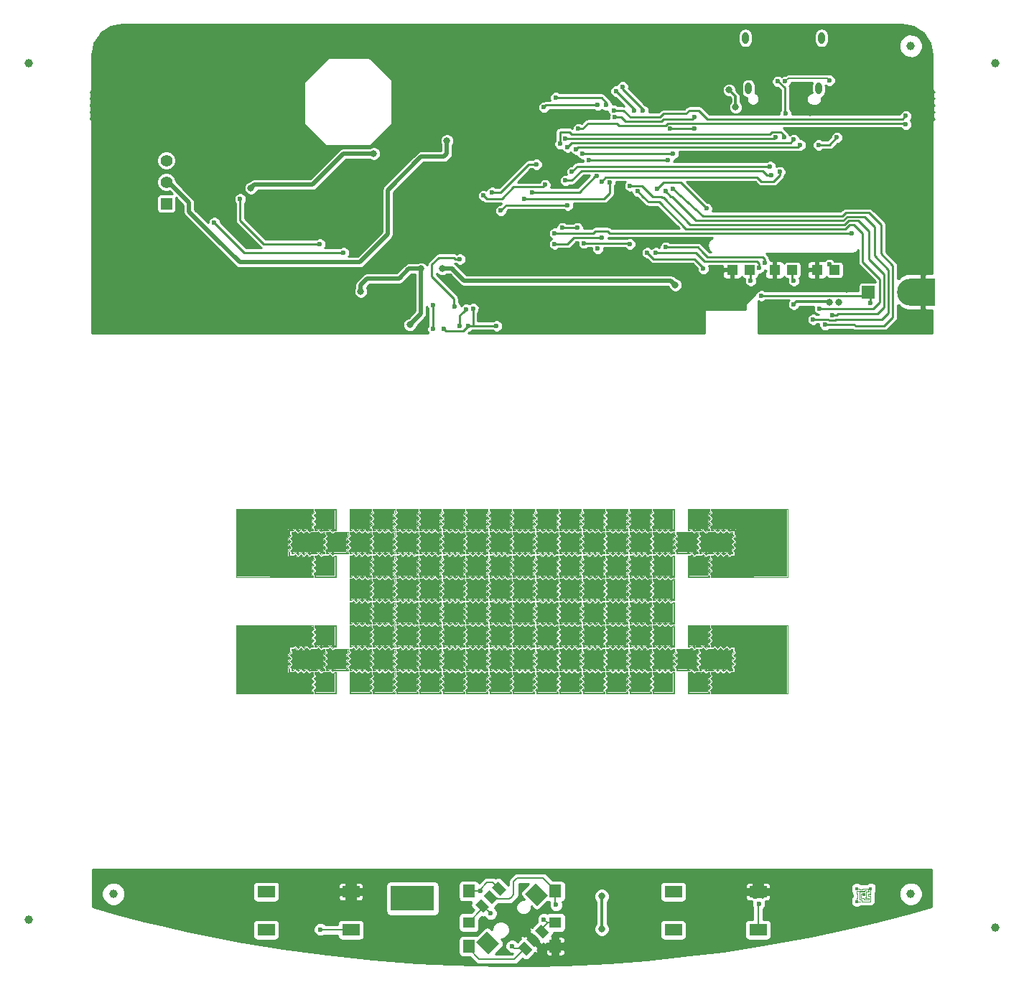
<source format=gbr>
G04 #@! TF.FileFunction,Copper,L1,Top,Signal*
%FSLAX46Y46*%
G04 Gerber Fmt 4.6, Leading zero omitted, Abs format (unit mm)*
G04 Created by KiCad (PCBNEW 4.0.7-e2-6376~58~ubuntu16.04.1) date Mon Aug 20 17:04:09 2018*
%MOMM*%
%LPD*%
G01*
G04 APERTURE LIST*
%ADD10C,0.100000*%
%ADD11C,0.150000*%
%ADD12C,0.152400*%
%ADD13C,1.000000*%
%ADD14R,1.198880X1.198880*%
%ADD15R,1.397000X1.397000*%
%ADD16C,1.397000*%
%ADD17R,1.400000X1.500000*%
%ADD18R,1.400000X1.300000*%
%ADD19R,2.100000X1.400000*%
%ADD20R,1.501140X1.501140*%
%ADD21R,2.270000X2.270000*%
%ADD22C,0.604800*%
%ADD23O,0.800000X1.400000*%
%ADD24R,3.000000X3.200000*%
%ADD25C,3.200000*%
%ADD26R,1.500000X2.270000*%
%ADD27C,0.600000*%
%ADD28R,5.200000X3.000000*%
%ADD29R,0.300000X0.300000*%
%ADD30R,5.000000X2.400000*%
%ADD31R,2.270000X4.000000*%
%ADD32R,4.000000X8.000000*%
%ADD33C,0.800000*%
%ADD34C,0.101600*%
%ADD35C,0.500000*%
%ADD36C,0.300000*%
%ADD37C,0.250000*%
%ADD38C,0.200000*%
%ADD39C,0.254000*%
G04 APERTURE END LIST*
D10*
D11*
X83295000Y-93015000D02*
X83425000Y-93145000D01*
X83425000Y-93145000D02*
X83295000Y-93265000D01*
X83295000Y-93265000D02*
X83295000Y-93015000D01*
X83285000Y-92325000D02*
X83415000Y-92455000D01*
X83415000Y-92455000D02*
X83285000Y-92575000D01*
X83285000Y-92575000D02*
X83285000Y-92325000D01*
X83195000Y-91455000D02*
X83305000Y-91455000D01*
X83305000Y-91455000D02*
X83295000Y-91905000D01*
X83295000Y-91905000D02*
X83395000Y-91745000D01*
X80955000Y-92235000D02*
X80825000Y-92105000D01*
X80825000Y-92105000D02*
X80955000Y-91985000D01*
X80955000Y-91985000D02*
X80955000Y-92235000D01*
X80965000Y-92925000D02*
X80835000Y-92795000D01*
X80835000Y-92795000D02*
X80965000Y-92675000D01*
X80965000Y-92675000D02*
X80965000Y-92925000D01*
X81055000Y-93795000D02*
X80945000Y-93795000D01*
X80945000Y-93795000D02*
X80955000Y-93345000D01*
X80955000Y-93345000D02*
X80855000Y-93505000D01*
X81735000Y-93795000D02*
X81605000Y-93925000D01*
X81605000Y-93925000D02*
X81485000Y-93795000D01*
X81485000Y-93795000D02*
X81735000Y-93795000D01*
X82425000Y-93785000D02*
X82295000Y-93915000D01*
X82295000Y-93915000D02*
X82175000Y-93785000D01*
X82175000Y-93785000D02*
X82425000Y-93785000D01*
X83295000Y-93695000D02*
X83295000Y-93805000D01*
X83295000Y-93805000D02*
X82845000Y-93795000D01*
X82845000Y-93795000D02*
X83005000Y-93895000D01*
X82515000Y-91455000D02*
X82645000Y-91325000D01*
X82645000Y-91325000D02*
X82765000Y-91455000D01*
X82765000Y-91455000D02*
X82515000Y-91455000D01*
X81825000Y-91465000D02*
X81955000Y-91335000D01*
X81955000Y-91335000D02*
X82075000Y-91465000D01*
X82075000Y-91465000D02*
X81825000Y-91465000D01*
X80955000Y-91555000D02*
X80955000Y-91445000D01*
X80955000Y-91445000D02*
X81405000Y-91455000D01*
X81405000Y-91455000D02*
X81245000Y-91355000D01*
D10*
X83536000Y-91766000D02*
X83400000Y-91636000D01*
X83400000Y-91636000D02*
X83400000Y-91350000D01*
X83400000Y-91350000D02*
X83199000Y-91350000D01*
X83199000Y-91350000D02*
X82984000Y-91574000D01*
X80714000Y-93484000D02*
X80850000Y-93614000D01*
X80850000Y-93614000D02*
X80850000Y-93900000D01*
X80850000Y-93900000D02*
X81051000Y-93900000D01*
X81051000Y-93900000D02*
X81266000Y-93676000D01*
X82984000Y-94036000D02*
X83114000Y-93900000D01*
X83114000Y-93900000D02*
X83400000Y-93900000D01*
X83400000Y-93900000D02*
X83400000Y-93699000D01*
X83400000Y-93699000D02*
X83176000Y-93484000D01*
X81266000Y-91214000D02*
X81136000Y-91350000D01*
X81136000Y-91350000D02*
X80850000Y-91350000D01*
X80850000Y-91350000D02*
X80850000Y-91551000D01*
X80850000Y-91551000D02*
X81074000Y-91766000D01*
X81265625Y-91214000D02*
X81609375Y-91574000D01*
X82984375Y-94036000D02*
X82640625Y-93676000D01*
X80714000Y-93484375D02*
X81074000Y-93140625D01*
X83536000Y-91765625D02*
X83176000Y-92109375D01*
X81609375Y-91574000D02*
X81953125Y-91214000D01*
X81953125Y-91214000D02*
X82296875Y-91574000D01*
X82640625Y-93676000D02*
X82296875Y-94036000D01*
X82296875Y-94036000D02*
X81953125Y-93676000D01*
X81074000Y-93140625D02*
X80714000Y-92796875D01*
X80714000Y-92796875D02*
X81074000Y-92453125D01*
X83176000Y-92109375D02*
X83536000Y-92453125D01*
X83536000Y-92453125D02*
X83176000Y-92796875D01*
X82296875Y-91574000D02*
X82640625Y-91214000D01*
X82640625Y-91214000D02*
X82984375Y-91574000D01*
X81953125Y-93676000D02*
X81609375Y-94036000D01*
X81609375Y-94036000D02*
X81265625Y-93676000D01*
X81074000Y-92453125D02*
X80714000Y-92109375D01*
X80714000Y-92109375D02*
X81074000Y-91765625D01*
X83176000Y-92796875D02*
X83536000Y-93140625D01*
X83536000Y-93140625D02*
X83176000Y-93484375D01*
D11*
X83295000Y-106765000D02*
X83425000Y-106895000D01*
X83425000Y-106895000D02*
X83295000Y-107015000D01*
X83295000Y-107015000D02*
X83295000Y-106765000D01*
X83285000Y-106075000D02*
X83415000Y-106205000D01*
X83415000Y-106205000D02*
X83285000Y-106325000D01*
X83285000Y-106325000D02*
X83285000Y-106075000D01*
X83195000Y-105205000D02*
X83305000Y-105205000D01*
X83305000Y-105205000D02*
X83295000Y-105655000D01*
X83295000Y-105655000D02*
X83395000Y-105495000D01*
X80955000Y-105985000D02*
X80825000Y-105855000D01*
X80825000Y-105855000D02*
X80955000Y-105735000D01*
X80955000Y-105735000D02*
X80955000Y-105985000D01*
X80965000Y-106675000D02*
X80835000Y-106545000D01*
X80835000Y-106545000D02*
X80965000Y-106425000D01*
X80965000Y-106425000D02*
X80965000Y-106675000D01*
X81055000Y-107545000D02*
X80945000Y-107545000D01*
X80945000Y-107545000D02*
X80955000Y-107095000D01*
X80955000Y-107095000D02*
X80855000Y-107255000D01*
X81735000Y-107545000D02*
X81605000Y-107675000D01*
X81605000Y-107675000D02*
X81485000Y-107545000D01*
X81485000Y-107545000D02*
X81735000Y-107545000D01*
X82425000Y-107535000D02*
X82295000Y-107665000D01*
X82295000Y-107665000D02*
X82175000Y-107535000D01*
X82175000Y-107535000D02*
X82425000Y-107535000D01*
X83295000Y-107445000D02*
X83295000Y-107555000D01*
X83295000Y-107555000D02*
X82845000Y-107545000D01*
X82845000Y-107545000D02*
X83005000Y-107645000D01*
X82515000Y-105205000D02*
X82645000Y-105075000D01*
X82645000Y-105075000D02*
X82765000Y-105205000D01*
X82765000Y-105205000D02*
X82515000Y-105205000D01*
X81825000Y-105215000D02*
X81955000Y-105085000D01*
X81955000Y-105085000D02*
X82075000Y-105215000D01*
X82075000Y-105215000D02*
X81825000Y-105215000D01*
X80955000Y-105305000D02*
X80955000Y-105195000D01*
X80955000Y-105195000D02*
X81405000Y-105205000D01*
X81405000Y-105205000D02*
X81245000Y-105105000D01*
D10*
X83536000Y-105516000D02*
X83400000Y-105386000D01*
X83400000Y-105386000D02*
X83400000Y-105100000D01*
X83400000Y-105100000D02*
X83199000Y-105100000D01*
X83199000Y-105100000D02*
X82984000Y-105324000D01*
X80714000Y-107234000D02*
X80850000Y-107364000D01*
X80850000Y-107364000D02*
X80850000Y-107650000D01*
X80850000Y-107650000D02*
X81051000Y-107650000D01*
X81051000Y-107650000D02*
X81266000Y-107426000D01*
X82984000Y-107786000D02*
X83114000Y-107650000D01*
X83114000Y-107650000D02*
X83400000Y-107650000D01*
X83400000Y-107650000D02*
X83400000Y-107449000D01*
X83400000Y-107449000D02*
X83176000Y-107234000D01*
X81266000Y-104964000D02*
X81136000Y-105100000D01*
X81136000Y-105100000D02*
X80850000Y-105100000D01*
X80850000Y-105100000D02*
X80850000Y-105301000D01*
X80850000Y-105301000D02*
X81074000Y-105516000D01*
X81265625Y-104964000D02*
X81609375Y-105324000D01*
X82984375Y-107786000D02*
X82640625Y-107426000D01*
X80714000Y-107234375D02*
X81074000Y-106890625D01*
X83536000Y-105515625D02*
X83176000Y-105859375D01*
X81609375Y-105324000D02*
X81953125Y-104964000D01*
X81953125Y-104964000D02*
X82296875Y-105324000D01*
X82640625Y-107426000D02*
X82296875Y-107786000D01*
X82296875Y-107786000D02*
X81953125Y-107426000D01*
X81074000Y-106890625D02*
X80714000Y-106546875D01*
X80714000Y-106546875D02*
X81074000Y-106203125D01*
X83176000Y-105859375D02*
X83536000Y-106203125D01*
X83536000Y-106203125D02*
X83176000Y-106546875D01*
X82296875Y-105324000D02*
X82640625Y-104964000D01*
X82640625Y-104964000D02*
X82984375Y-105324000D01*
X81953125Y-107426000D02*
X81609375Y-107786000D01*
X81609375Y-107786000D02*
X81265625Y-107426000D01*
X81074000Y-106203125D02*
X80714000Y-105859375D01*
X80714000Y-105859375D02*
X81074000Y-105515625D01*
X83176000Y-106546875D02*
X83536000Y-106890625D01*
X83536000Y-106890625D02*
X83176000Y-107234375D01*
D11*
X86045000Y-93015000D02*
X86175000Y-93145000D01*
X86175000Y-93145000D02*
X86045000Y-93265000D01*
X86045000Y-93265000D02*
X86045000Y-93015000D01*
X86035000Y-92325000D02*
X86165000Y-92455000D01*
X86165000Y-92455000D02*
X86035000Y-92575000D01*
X86035000Y-92575000D02*
X86035000Y-92325000D01*
X85945000Y-91455000D02*
X86055000Y-91455000D01*
X86055000Y-91455000D02*
X86045000Y-91905000D01*
X86045000Y-91905000D02*
X86145000Y-91745000D01*
X83705000Y-92235000D02*
X83575000Y-92105000D01*
X83575000Y-92105000D02*
X83705000Y-91985000D01*
X83705000Y-91985000D02*
X83705000Y-92235000D01*
X83715000Y-92925000D02*
X83585000Y-92795000D01*
X83585000Y-92795000D02*
X83715000Y-92675000D01*
X83715000Y-92675000D02*
X83715000Y-92925000D01*
X83805000Y-93795000D02*
X83695000Y-93795000D01*
X83695000Y-93795000D02*
X83705000Y-93345000D01*
X83705000Y-93345000D02*
X83605000Y-93505000D01*
X84485000Y-93795000D02*
X84355000Y-93925000D01*
X84355000Y-93925000D02*
X84235000Y-93795000D01*
X84235000Y-93795000D02*
X84485000Y-93795000D01*
X85175000Y-93785000D02*
X85045000Y-93915000D01*
X85045000Y-93915000D02*
X84925000Y-93785000D01*
X84925000Y-93785000D02*
X85175000Y-93785000D01*
X86045000Y-93695000D02*
X86045000Y-93805000D01*
X86045000Y-93805000D02*
X85595000Y-93795000D01*
X85595000Y-93795000D02*
X85755000Y-93895000D01*
X85265000Y-91455000D02*
X85395000Y-91325000D01*
X85395000Y-91325000D02*
X85515000Y-91455000D01*
X85515000Y-91455000D02*
X85265000Y-91455000D01*
X84575000Y-91465000D02*
X84705000Y-91335000D01*
X84705000Y-91335000D02*
X84825000Y-91465000D01*
X84825000Y-91465000D02*
X84575000Y-91465000D01*
X83705000Y-91555000D02*
X83705000Y-91445000D01*
X83705000Y-91445000D02*
X84155000Y-91455000D01*
X84155000Y-91455000D02*
X83995000Y-91355000D01*
D10*
X86286000Y-91766000D02*
X86150000Y-91636000D01*
X86150000Y-91636000D02*
X86150000Y-91350000D01*
X86150000Y-91350000D02*
X85949000Y-91350000D01*
X85949000Y-91350000D02*
X85734000Y-91574000D01*
X83464000Y-93484000D02*
X83600000Y-93614000D01*
X83600000Y-93614000D02*
X83600000Y-93900000D01*
X83600000Y-93900000D02*
X83801000Y-93900000D01*
X83801000Y-93900000D02*
X84016000Y-93676000D01*
X85734000Y-94036000D02*
X85864000Y-93900000D01*
X85864000Y-93900000D02*
X86150000Y-93900000D01*
X86150000Y-93900000D02*
X86150000Y-93699000D01*
X86150000Y-93699000D02*
X85926000Y-93484000D01*
X84016000Y-91214000D02*
X83886000Y-91350000D01*
X83886000Y-91350000D02*
X83600000Y-91350000D01*
X83600000Y-91350000D02*
X83600000Y-91551000D01*
X83600000Y-91551000D02*
X83824000Y-91766000D01*
X84015625Y-91214000D02*
X84359375Y-91574000D01*
X85734375Y-94036000D02*
X85390625Y-93676000D01*
X83464000Y-93484375D02*
X83824000Y-93140625D01*
X86286000Y-91765625D02*
X85926000Y-92109375D01*
X84359375Y-91574000D02*
X84703125Y-91214000D01*
X84703125Y-91214000D02*
X85046875Y-91574000D01*
X85390625Y-93676000D02*
X85046875Y-94036000D01*
X85046875Y-94036000D02*
X84703125Y-93676000D01*
X83824000Y-93140625D02*
X83464000Y-92796875D01*
X83464000Y-92796875D02*
X83824000Y-92453125D01*
X85926000Y-92109375D02*
X86286000Y-92453125D01*
X86286000Y-92453125D02*
X85926000Y-92796875D01*
X85046875Y-91574000D02*
X85390625Y-91214000D01*
X85390625Y-91214000D02*
X85734375Y-91574000D01*
X84703125Y-93676000D02*
X84359375Y-94036000D01*
X84359375Y-94036000D02*
X84015625Y-93676000D01*
X83824000Y-92453125D02*
X83464000Y-92109375D01*
X83464000Y-92109375D02*
X83824000Y-91765625D01*
X85926000Y-92796875D02*
X86286000Y-93140625D01*
X86286000Y-93140625D02*
X85926000Y-93484375D01*
D11*
X86045000Y-95765000D02*
X86175000Y-95895000D01*
X86175000Y-95895000D02*
X86045000Y-96015000D01*
X86045000Y-96015000D02*
X86045000Y-95765000D01*
X86035000Y-95075000D02*
X86165000Y-95205000D01*
X86165000Y-95205000D02*
X86035000Y-95325000D01*
X86035000Y-95325000D02*
X86035000Y-95075000D01*
X85945000Y-94205000D02*
X86055000Y-94205000D01*
X86055000Y-94205000D02*
X86045000Y-94655000D01*
X86045000Y-94655000D02*
X86145000Y-94495000D01*
X83705000Y-94985000D02*
X83575000Y-94855000D01*
X83575000Y-94855000D02*
X83705000Y-94735000D01*
X83705000Y-94735000D02*
X83705000Y-94985000D01*
X83715000Y-95675000D02*
X83585000Y-95545000D01*
X83585000Y-95545000D02*
X83715000Y-95425000D01*
X83715000Y-95425000D02*
X83715000Y-95675000D01*
X83805000Y-96545000D02*
X83695000Y-96545000D01*
X83695000Y-96545000D02*
X83705000Y-96095000D01*
X83705000Y-96095000D02*
X83605000Y-96255000D01*
X84485000Y-96545000D02*
X84355000Y-96675000D01*
X84355000Y-96675000D02*
X84235000Y-96545000D01*
X84235000Y-96545000D02*
X84485000Y-96545000D01*
X85175000Y-96535000D02*
X85045000Y-96665000D01*
X85045000Y-96665000D02*
X84925000Y-96535000D01*
X84925000Y-96535000D02*
X85175000Y-96535000D01*
X86045000Y-96445000D02*
X86045000Y-96555000D01*
X86045000Y-96555000D02*
X85595000Y-96545000D01*
X85595000Y-96545000D02*
X85755000Y-96645000D01*
X85265000Y-94205000D02*
X85395000Y-94075000D01*
X85395000Y-94075000D02*
X85515000Y-94205000D01*
X85515000Y-94205000D02*
X85265000Y-94205000D01*
X84575000Y-94215000D02*
X84705000Y-94085000D01*
X84705000Y-94085000D02*
X84825000Y-94215000D01*
X84825000Y-94215000D02*
X84575000Y-94215000D01*
X83705000Y-94305000D02*
X83705000Y-94195000D01*
X83705000Y-94195000D02*
X84155000Y-94205000D01*
X84155000Y-94205000D02*
X83995000Y-94105000D01*
D10*
X86286000Y-94516000D02*
X86150000Y-94386000D01*
X86150000Y-94386000D02*
X86150000Y-94100000D01*
X86150000Y-94100000D02*
X85949000Y-94100000D01*
X85949000Y-94100000D02*
X85734000Y-94324000D01*
X83464000Y-96234000D02*
X83600000Y-96364000D01*
X83600000Y-96364000D02*
X83600000Y-96650000D01*
X83600000Y-96650000D02*
X83801000Y-96650000D01*
X83801000Y-96650000D02*
X84016000Y-96426000D01*
X85734000Y-96786000D02*
X85864000Y-96650000D01*
X85864000Y-96650000D02*
X86150000Y-96650000D01*
X86150000Y-96650000D02*
X86150000Y-96449000D01*
X86150000Y-96449000D02*
X85926000Y-96234000D01*
X84016000Y-93964000D02*
X83886000Y-94100000D01*
X83886000Y-94100000D02*
X83600000Y-94100000D01*
X83600000Y-94100000D02*
X83600000Y-94301000D01*
X83600000Y-94301000D02*
X83824000Y-94516000D01*
X84015625Y-93964000D02*
X84359375Y-94324000D01*
X85734375Y-96786000D02*
X85390625Y-96426000D01*
X83464000Y-96234375D02*
X83824000Y-95890625D01*
X86286000Y-94515625D02*
X85926000Y-94859375D01*
X84359375Y-94324000D02*
X84703125Y-93964000D01*
X84703125Y-93964000D02*
X85046875Y-94324000D01*
X85390625Y-96426000D02*
X85046875Y-96786000D01*
X85046875Y-96786000D02*
X84703125Y-96426000D01*
X83824000Y-95890625D02*
X83464000Y-95546875D01*
X83464000Y-95546875D02*
X83824000Y-95203125D01*
X85926000Y-94859375D02*
X86286000Y-95203125D01*
X86286000Y-95203125D02*
X85926000Y-95546875D01*
X85046875Y-94324000D02*
X85390625Y-93964000D01*
X85390625Y-93964000D02*
X85734375Y-94324000D01*
X84703125Y-96426000D02*
X84359375Y-96786000D01*
X84359375Y-96786000D02*
X84015625Y-96426000D01*
X83824000Y-95203125D02*
X83464000Y-94859375D01*
X83464000Y-94859375D02*
X83824000Y-94515625D01*
X85926000Y-95546875D02*
X86286000Y-95890625D01*
X86286000Y-95890625D02*
X85926000Y-96234375D01*
D11*
X86045000Y-98515000D02*
X86175000Y-98645000D01*
X86175000Y-98645000D02*
X86045000Y-98765000D01*
X86045000Y-98765000D02*
X86045000Y-98515000D01*
X86035000Y-97825000D02*
X86165000Y-97955000D01*
X86165000Y-97955000D02*
X86035000Y-98075000D01*
X86035000Y-98075000D02*
X86035000Y-97825000D01*
X85945000Y-96955000D02*
X86055000Y-96955000D01*
X86055000Y-96955000D02*
X86045000Y-97405000D01*
X86045000Y-97405000D02*
X86145000Y-97245000D01*
X83705000Y-97735000D02*
X83575000Y-97605000D01*
X83575000Y-97605000D02*
X83705000Y-97485000D01*
X83705000Y-97485000D02*
X83705000Y-97735000D01*
X83715000Y-98425000D02*
X83585000Y-98295000D01*
X83585000Y-98295000D02*
X83715000Y-98175000D01*
X83715000Y-98175000D02*
X83715000Y-98425000D01*
X83805000Y-99295000D02*
X83695000Y-99295000D01*
X83695000Y-99295000D02*
X83705000Y-98845000D01*
X83705000Y-98845000D02*
X83605000Y-99005000D01*
X84485000Y-99295000D02*
X84355000Y-99425000D01*
X84355000Y-99425000D02*
X84235000Y-99295000D01*
X84235000Y-99295000D02*
X84485000Y-99295000D01*
X85175000Y-99285000D02*
X85045000Y-99415000D01*
X85045000Y-99415000D02*
X84925000Y-99285000D01*
X84925000Y-99285000D02*
X85175000Y-99285000D01*
X86045000Y-99195000D02*
X86045000Y-99305000D01*
X86045000Y-99305000D02*
X85595000Y-99295000D01*
X85595000Y-99295000D02*
X85755000Y-99395000D01*
X85265000Y-96955000D02*
X85395000Y-96825000D01*
X85395000Y-96825000D02*
X85515000Y-96955000D01*
X85515000Y-96955000D02*
X85265000Y-96955000D01*
X84575000Y-96965000D02*
X84705000Y-96835000D01*
X84705000Y-96835000D02*
X84825000Y-96965000D01*
X84825000Y-96965000D02*
X84575000Y-96965000D01*
X83705000Y-97055000D02*
X83705000Y-96945000D01*
X83705000Y-96945000D02*
X84155000Y-96955000D01*
X84155000Y-96955000D02*
X83995000Y-96855000D01*
D10*
X86286000Y-97266000D02*
X86150000Y-97136000D01*
X86150000Y-97136000D02*
X86150000Y-96850000D01*
X86150000Y-96850000D02*
X85949000Y-96850000D01*
X85949000Y-96850000D02*
X85734000Y-97074000D01*
X83464000Y-98984000D02*
X83600000Y-99114000D01*
X83600000Y-99114000D02*
X83600000Y-99400000D01*
X83600000Y-99400000D02*
X83801000Y-99400000D01*
X83801000Y-99400000D02*
X84016000Y-99176000D01*
X85734000Y-99536000D02*
X85864000Y-99400000D01*
X85864000Y-99400000D02*
X86150000Y-99400000D01*
X86150000Y-99400000D02*
X86150000Y-99199000D01*
X86150000Y-99199000D02*
X85926000Y-98984000D01*
X84016000Y-96714000D02*
X83886000Y-96850000D01*
X83886000Y-96850000D02*
X83600000Y-96850000D01*
X83600000Y-96850000D02*
X83600000Y-97051000D01*
X83600000Y-97051000D02*
X83824000Y-97266000D01*
X84015625Y-96714000D02*
X84359375Y-97074000D01*
X85734375Y-99536000D02*
X85390625Y-99176000D01*
X83464000Y-98984375D02*
X83824000Y-98640625D01*
X86286000Y-97265625D02*
X85926000Y-97609375D01*
X84359375Y-97074000D02*
X84703125Y-96714000D01*
X84703125Y-96714000D02*
X85046875Y-97074000D01*
X85390625Y-99176000D02*
X85046875Y-99536000D01*
X85046875Y-99536000D02*
X84703125Y-99176000D01*
X83824000Y-98640625D02*
X83464000Y-98296875D01*
X83464000Y-98296875D02*
X83824000Y-97953125D01*
X85926000Y-97609375D02*
X86286000Y-97953125D01*
X86286000Y-97953125D02*
X85926000Y-98296875D01*
X85046875Y-97074000D02*
X85390625Y-96714000D01*
X85390625Y-96714000D02*
X85734375Y-97074000D01*
X84703125Y-99176000D02*
X84359375Y-99536000D01*
X84359375Y-99536000D02*
X84015625Y-99176000D01*
X83824000Y-97953125D02*
X83464000Y-97609375D01*
X83464000Y-97609375D02*
X83824000Y-97265625D01*
X85926000Y-98296875D02*
X86286000Y-98640625D01*
X86286000Y-98640625D02*
X85926000Y-98984375D01*
D11*
X86045000Y-101265000D02*
X86175000Y-101395000D01*
X86175000Y-101395000D02*
X86045000Y-101515000D01*
X86045000Y-101515000D02*
X86045000Y-101265000D01*
X86035000Y-100575000D02*
X86165000Y-100705000D01*
X86165000Y-100705000D02*
X86035000Y-100825000D01*
X86035000Y-100825000D02*
X86035000Y-100575000D01*
X85945000Y-99705000D02*
X86055000Y-99705000D01*
X86055000Y-99705000D02*
X86045000Y-100155000D01*
X86045000Y-100155000D02*
X86145000Y-99995000D01*
X83705000Y-100485000D02*
X83575000Y-100355000D01*
X83575000Y-100355000D02*
X83705000Y-100235000D01*
X83705000Y-100235000D02*
X83705000Y-100485000D01*
X83715000Y-101175000D02*
X83585000Y-101045000D01*
X83585000Y-101045000D02*
X83715000Y-100925000D01*
X83715000Y-100925000D02*
X83715000Y-101175000D01*
X83805000Y-102045000D02*
X83695000Y-102045000D01*
X83695000Y-102045000D02*
X83705000Y-101595000D01*
X83705000Y-101595000D02*
X83605000Y-101755000D01*
X84485000Y-102045000D02*
X84355000Y-102175000D01*
X84355000Y-102175000D02*
X84235000Y-102045000D01*
X84235000Y-102045000D02*
X84485000Y-102045000D01*
X85175000Y-102035000D02*
X85045000Y-102165000D01*
X85045000Y-102165000D02*
X84925000Y-102035000D01*
X84925000Y-102035000D02*
X85175000Y-102035000D01*
X86045000Y-101945000D02*
X86045000Y-102055000D01*
X86045000Y-102055000D02*
X85595000Y-102045000D01*
X85595000Y-102045000D02*
X85755000Y-102145000D01*
X85265000Y-99705000D02*
X85395000Y-99575000D01*
X85395000Y-99575000D02*
X85515000Y-99705000D01*
X85515000Y-99705000D02*
X85265000Y-99705000D01*
X84575000Y-99715000D02*
X84705000Y-99585000D01*
X84705000Y-99585000D02*
X84825000Y-99715000D01*
X84825000Y-99715000D02*
X84575000Y-99715000D01*
X83705000Y-99805000D02*
X83705000Y-99695000D01*
X83705000Y-99695000D02*
X84155000Y-99705000D01*
X84155000Y-99705000D02*
X83995000Y-99605000D01*
D10*
X86286000Y-100016000D02*
X86150000Y-99886000D01*
X86150000Y-99886000D02*
X86150000Y-99600000D01*
X86150000Y-99600000D02*
X85949000Y-99600000D01*
X85949000Y-99600000D02*
X85734000Y-99824000D01*
X83464000Y-101734000D02*
X83600000Y-101864000D01*
X83600000Y-101864000D02*
X83600000Y-102150000D01*
X83600000Y-102150000D02*
X83801000Y-102150000D01*
X83801000Y-102150000D02*
X84016000Y-101926000D01*
X85734000Y-102286000D02*
X85864000Y-102150000D01*
X85864000Y-102150000D02*
X86150000Y-102150000D01*
X86150000Y-102150000D02*
X86150000Y-101949000D01*
X86150000Y-101949000D02*
X85926000Y-101734000D01*
X84016000Y-99464000D02*
X83886000Y-99600000D01*
X83886000Y-99600000D02*
X83600000Y-99600000D01*
X83600000Y-99600000D02*
X83600000Y-99801000D01*
X83600000Y-99801000D02*
X83824000Y-100016000D01*
X84015625Y-99464000D02*
X84359375Y-99824000D01*
X85734375Y-102286000D02*
X85390625Y-101926000D01*
X83464000Y-101734375D02*
X83824000Y-101390625D01*
X86286000Y-100015625D02*
X85926000Y-100359375D01*
X84359375Y-99824000D02*
X84703125Y-99464000D01*
X84703125Y-99464000D02*
X85046875Y-99824000D01*
X85390625Y-101926000D02*
X85046875Y-102286000D01*
X85046875Y-102286000D02*
X84703125Y-101926000D01*
X83824000Y-101390625D02*
X83464000Y-101046875D01*
X83464000Y-101046875D02*
X83824000Y-100703125D01*
X85926000Y-100359375D02*
X86286000Y-100703125D01*
X86286000Y-100703125D02*
X85926000Y-101046875D01*
X85046875Y-99824000D02*
X85390625Y-99464000D01*
X85390625Y-99464000D02*
X85734375Y-99824000D01*
X84703125Y-101926000D02*
X84359375Y-102286000D01*
X84359375Y-102286000D02*
X84015625Y-101926000D01*
X83824000Y-100703125D02*
X83464000Y-100359375D01*
X83464000Y-100359375D02*
X83824000Y-100015625D01*
X85926000Y-101046875D02*
X86286000Y-101390625D01*
X86286000Y-101390625D02*
X85926000Y-101734375D01*
D11*
X86045000Y-104015000D02*
X86175000Y-104145000D01*
X86175000Y-104145000D02*
X86045000Y-104265000D01*
X86045000Y-104265000D02*
X86045000Y-104015000D01*
X86035000Y-103325000D02*
X86165000Y-103455000D01*
X86165000Y-103455000D02*
X86035000Y-103575000D01*
X86035000Y-103575000D02*
X86035000Y-103325000D01*
X85945000Y-102455000D02*
X86055000Y-102455000D01*
X86055000Y-102455000D02*
X86045000Y-102905000D01*
X86045000Y-102905000D02*
X86145000Y-102745000D01*
X83705000Y-103235000D02*
X83575000Y-103105000D01*
X83575000Y-103105000D02*
X83705000Y-102985000D01*
X83705000Y-102985000D02*
X83705000Y-103235000D01*
X83715000Y-103925000D02*
X83585000Y-103795000D01*
X83585000Y-103795000D02*
X83715000Y-103675000D01*
X83715000Y-103675000D02*
X83715000Y-103925000D01*
X83805000Y-104795000D02*
X83695000Y-104795000D01*
X83695000Y-104795000D02*
X83705000Y-104345000D01*
X83705000Y-104345000D02*
X83605000Y-104505000D01*
X84485000Y-104795000D02*
X84355000Y-104925000D01*
X84355000Y-104925000D02*
X84235000Y-104795000D01*
X84235000Y-104795000D02*
X84485000Y-104795000D01*
X85175000Y-104785000D02*
X85045000Y-104915000D01*
X85045000Y-104915000D02*
X84925000Y-104785000D01*
X84925000Y-104785000D02*
X85175000Y-104785000D01*
X86045000Y-104695000D02*
X86045000Y-104805000D01*
X86045000Y-104805000D02*
X85595000Y-104795000D01*
X85595000Y-104795000D02*
X85755000Y-104895000D01*
X85265000Y-102455000D02*
X85395000Y-102325000D01*
X85395000Y-102325000D02*
X85515000Y-102455000D01*
X85515000Y-102455000D02*
X85265000Y-102455000D01*
X84575000Y-102465000D02*
X84705000Y-102335000D01*
X84705000Y-102335000D02*
X84825000Y-102465000D01*
X84825000Y-102465000D02*
X84575000Y-102465000D01*
X83705000Y-102555000D02*
X83705000Y-102445000D01*
X83705000Y-102445000D02*
X84155000Y-102455000D01*
X84155000Y-102455000D02*
X83995000Y-102355000D01*
D10*
X86286000Y-102766000D02*
X86150000Y-102636000D01*
X86150000Y-102636000D02*
X86150000Y-102350000D01*
X86150000Y-102350000D02*
X85949000Y-102350000D01*
X85949000Y-102350000D02*
X85734000Y-102574000D01*
X83464000Y-104484000D02*
X83600000Y-104614000D01*
X83600000Y-104614000D02*
X83600000Y-104900000D01*
X83600000Y-104900000D02*
X83801000Y-104900000D01*
X83801000Y-104900000D02*
X84016000Y-104676000D01*
X85734000Y-105036000D02*
X85864000Y-104900000D01*
X85864000Y-104900000D02*
X86150000Y-104900000D01*
X86150000Y-104900000D02*
X86150000Y-104699000D01*
X86150000Y-104699000D02*
X85926000Y-104484000D01*
X84016000Y-102214000D02*
X83886000Y-102350000D01*
X83886000Y-102350000D02*
X83600000Y-102350000D01*
X83600000Y-102350000D02*
X83600000Y-102551000D01*
X83600000Y-102551000D02*
X83824000Y-102766000D01*
X84015625Y-102214000D02*
X84359375Y-102574000D01*
X85734375Y-105036000D02*
X85390625Y-104676000D01*
X83464000Y-104484375D02*
X83824000Y-104140625D01*
X86286000Y-102765625D02*
X85926000Y-103109375D01*
X84359375Y-102574000D02*
X84703125Y-102214000D01*
X84703125Y-102214000D02*
X85046875Y-102574000D01*
X85390625Y-104676000D02*
X85046875Y-105036000D01*
X85046875Y-105036000D02*
X84703125Y-104676000D01*
X83824000Y-104140625D02*
X83464000Y-103796875D01*
X83464000Y-103796875D02*
X83824000Y-103453125D01*
X85926000Y-103109375D02*
X86286000Y-103453125D01*
X86286000Y-103453125D02*
X85926000Y-103796875D01*
X85046875Y-102574000D02*
X85390625Y-102214000D01*
X85390625Y-102214000D02*
X85734375Y-102574000D01*
X84703125Y-104676000D02*
X84359375Y-105036000D01*
X84359375Y-105036000D02*
X84015625Y-104676000D01*
X83824000Y-103453125D02*
X83464000Y-103109375D01*
X83464000Y-103109375D02*
X83824000Y-102765625D01*
X85926000Y-103796875D02*
X86286000Y-104140625D01*
X86286000Y-104140625D02*
X85926000Y-104484375D01*
D11*
X86045000Y-106765000D02*
X86175000Y-106895000D01*
X86175000Y-106895000D02*
X86045000Y-107015000D01*
X86045000Y-107015000D02*
X86045000Y-106765000D01*
X86035000Y-106075000D02*
X86165000Y-106205000D01*
X86165000Y-106205000D02*
X86035000Y-106325000D01*
X86035000Y-106325000D02*
X86035000Y-106075000D01*
X85945000Y-105205000D02*
X86055000Y-105205000D01*
X86055000Y-105205000D02*
X86045000Y-105655000D01*
X86045000Y-105655000D02*
X86145000Y-105495000D01*
X83705000Y-105985000D02*
X83575000Y-105855000D01*
X83575000Y-105855000D02*
X83705000Y-105735000D01*
X83705000Y-105735000D02*
X83705000Y-105985000D01*
X83715000Y-106675000D02*
X83585000Y-106545000D01*
X83585000Y-106545000D02*
X83715000Y-106425000D01*
X83715000Y-106425000D02*
X83715000Y-106675000D01*
X83805000Y-107545000D02*
X83695000Y-107545000D01*
X83695000Y-107545000D02*
X83705000Y-107095000D01*
X83705000Y-107095000D02*
X83605000Y-107255000D01*
X84485000Y-107545000D02*
X84355000Y-107675000D01*
X84355000Y-107675000D02*
X84235000Y-107545000D01*
X84235000Y-107545000D02*
X84485000Y-107545000D01*
X85175000Y-107535000D02*
X85045000Y-107665000D01*
X85045000Y-107665000D02*
X84925000Y-107535000D01*
X84925000Y-107535000D02*
X85175000Y-107535000D01*
X86045000Y-107445000D02*
X86045000Y-107555000D01*
X86045000Y-107555000D02*
X85595000Y-107545000D01*
X85595000Y-107545000D02*
X85755000Y-107645000D01*
X85265000Y-105205000D02*
X85395000Y-105075000D01*
X85395000Y-105075000D02*
X85515000Y-105205000D01*
X85515000Y-105205000D02*
X85265000Y-105205000D01*
X84575000Y-105215000D02*
X84705000Y-105085000D01*
X84705000Y-105085000D02*
X84825000Y-105215000D01*
X84825000Y-105215000D02*
X84575000Y-105215000D01*
X83705000Y-105305000D02*
X83705000Y-105195000D01*
X83705000Y-105195000D02*
X84155000Y-105205000D01*
X84155000Y-105205000D02*
X83995000Y-105105000D01*
D10*
X86286000Y-105516000D02*
X86150000Y-105386000D01*
X86150000Y-105386000D02*
X86150000Y-105100000D01*
X86150000Y-105100000D02*
X85949000Y-105100000D01*
X85949000Y-105100000D02*
X85734000Y-105324000D01*
X83464000Y-107234000D02*
X83600000Y-107364000D01*
X83600000Y-107364000D02*
X83600000Y-107650000D01*
X83600000Y-107650000D02*
X83801000Y-107650000D01*
X83801000Y-107650000D02*
X84016000Y-107426000D01*
X85734000Y-107786000D02*
X85864000Y-107650000D01*
X85864000Y-107650000D02*
X86150000Y-107650000D01*
X86150000Y-107650000D02*
X86150000Y-107449000D01*
X86150000Y-107449000D02*
X85926000Y-107234000D01*
X84016000Y-104964000D02*
X83886000Y-105100000D01*
X83886000Y-105100000D02*
X83600000Y-105100000D01*
X83600000Y-105100000D02*
X83600000Y-105301000D01*
X83600000Y-105301000D02*
X83824000Y-105516000D01*
X84015625Y-104964000D02*
X84359375Y-105324000D01*
X85734375Y-107786000D02*
X85390625Y-107426000D01*
X83464000Y-107234375D02*
X83824000Y-106890625D01*
X86286000Y-105515625D02*
X85926000Y-105859375D01*
X84359375Y-105324000D02*
X84703125Y-104964000D01*
X84703125Y-104964000D02*
X85046875Y-105324000D01*
X85390625Y-107426000D02*
X85046875Y-107786000D01*
X85046875Y-107786000D02*
X84703125Y-107426000D01*
X83824000Y-106890625D02*
X83464000Y-106546875D01*
X83464000Y-106546875D02*
X83824000Y-106203125D01*
X85926000Y-105859375D02*
X86286000Y-106203125D01*
X86286000Y-106203125D02*
X85926000Y-106546875D01*
X85046875Y-105324000D02*
X85390625Y-104964000D01*
X85390625Y-104964000D02*
X85734375Y-105324000D01*
X84703125Y-107426000D02*
X84359375Y-107786000D01*
X84359375Y-107786000D02*
X84015625Y-107426000D01*
X83824000Y-106203125D02*
X83464000Y-105859375D01*
X83464000Y-105859375D02*
X83824000Y-105515625D01*
X85926000Y-106546875D02*
X86286000Y-106890625D01*
X86286000Y-106890625D02*
X85926000Y-107234375D01*
D11*
X88795000Y-93015000D02*
X88925000Y-93145000D01*
X88925000Y-93145000D02*
X88795000Y-93265000D01*
X88795000Y-93265000D02*
X88795000Y-93015000D01*
X88785000Y-92325000D02*
X88915000Y-92455000D01*
X88915000Y-92455000D02*
X88785000Y-92575000D01*
X88785000Y-92575000D02*
X88785000Y-92325000D01*
X88695000Y-91455000D02*
X88805000Y-91455000D01*
X88805000Y-91455000D02*
X88795000Y-91905000D01*
X88795000Y-91905000D02*
X88895000Y-91745000D01*
X86455000Y-92235000D02*
X86325000Y-92105000D01*
X86325000Y-92105000D02*
X86455000Y-91985000D01*
X86455000Y-91985000D02*
X86455000Y-92235000D01*
X86465000Y-92925000D02*
X86335000Y-92795000D01*
X86335000Y-92795000D02*
X86465000Y-92675000D01*
X86465000Y-92675000D02*
X86465000Y-92925000D01*
X86555000Y-93795000D02*
X86445000Y-93795000D01*
X86445000Y-93795000D02*
X86455000Y-93345000D01*
X86455000Y-93345000D02*
X86355000Y-93505000D01*
X87235000Y-93795000D02*
X87105000Y-93925000D01*
X87105000Y-93925000D02*
X86985000Y-93795000D01*
X86985000Y-93795000D02*
X87235000Y-93795000D01*
X87925000Y-93785000D02*
X87795000Y-93915000D01*
X87795000Y-93915000D02*
X87675000Y-93785000D01*
X87675000Y-93785000D02*
X87925000Y-93785000D01*
X88795000Y-93695000D02*
X88795000Y-93805000D01*
X88795000Y-93805000D02*
X88345000Y-93795000D01*
X88345000Y-93795000D02*
X88505000Y-93895000D01*
X88015000Y-91455000D02*
X88145000Y-91325000D01*
X88145000Y-91325000D02*
X88265000Y-91455000D01*
X88265000Y-91455000D02*
X88015000Y-91455000D01*
X87325000Y-91465000D02*
X87455000Y-91335000D01*
X87455000Y-91335000D02*
X87575000Y-91465000D01*
X87575000Y-91465000D02*
X87325000Y-91465000D01*
X86455000Y-91555000D02*
X86455000Y-91445000D01*
X86455000Y-91445000D02*
X86905000Y-91455000D01*
X86905000Y-91455000D02*
X86745000Y-91355000D01*
D10*
X89036000Y-91766000D02*
X88900000Y-91636000D01*
X88900000Y-91636000D02*
X88900000Y-91350000D01*
X88900000Y-91350000D02*
X88699000Y-91350000D01*
X88699000Y-91350000D02*
X88484000Y-91574000D01*
X86214000Y-93484000D02*
X86350000Y-93614000D01*
X86350000Y-93614000D02*
X86350000Y-93900000D01*
X86350000Y-93900000D02*
X86551000Y-93900000D01*
X86551000Y-93900000D02*
X86766000Y-93676000D01*
X88484000Y-94036000D02*
X88614000Y-93900000D01*
X88614000Y-93900000D02*
X88900000Y-93900000D01*
X88900000Y-93900000D02*
X88900000Y-93699000D01*
X88900000Y-93699000D02*
X88676000Y-93484000D01*
X86766000Y-91214000D02*
X86636000Y-91350000D01*
X86636000Y-91350000D02*
X86350000Y-91350000D01*
X86350000Y-91350000D02*
X86350000Y-91551000D01*
X86350000Y-91551000D02*
X86574000Y-91766000D01*
X86765625Y-91214000D02*
X87109375Y-91574000D01*
X88484375Y-94036000D02*
X88140625Y-93676000D01*
X86214000Y-93484375D02*
X86574000Y-93140625D01*
X89036000Y-91765625D02*
X88676000Y-92109375D01*
X87109375Y-91574000D02*
X87453125Y-91214000D01*
X87453125Y-91214000D02*
X87796875Y-91574000D01*
X88140625Y-93676000D02*
X87796875Y-94036000D01*
X87796875Y-94036000D02*
X87453125Y-93676000D01*
X86574000Y-93140625D02*
X86214000Y-92796875D01*
X86214000Y-92796875D02*
X86574000Y-92453125D01*
X88676000Y-92109375D02*
X89036000Y-92453125D01*
X89036000Y-92453125D02*
X88676000Y-92796875D01*
X87796875Y-91574000D02*
X88140625Y-91214000D01*
X88140625Y-91214000D02*
X88484375Y-91574000D01*
X87453125Y-93676000D02*
X87109375Y-94036000D01*
X87109375Y-94036000D02*
X86765625Y-93676000D01*
X86574000Y-92453125D02*
X86214000Y-92109375D01*
X86214000Y-92109375D02*
X86574000Y-91765625D01*
X88676000Y-92796875D02*
X89036000Y-93140625D01*
X89036000Y-93140625D02*
X88676000Y-93484375D01*
D11*
X88795000Y-95765000D02*
X88925000Y-95895000D01*
X88925000Y-95895000D02*
X88795000Y-96015000D01*
X88795000Y-96015000D02*
X88795000Y-95765000D01*
X88785000Y-95075000D02*
X88915000Y-95205000D01*
X88915000Y-95205000D02*
X88785000Y-95325000D01*
X88785000Y-95325000D02*
X88785000Y-95075000D01*
X88695000Y-94205000D02*
X88805000Y-94205000D01*
X88805000Y-94205000D02*
X88795000Y-94655000D01*
X88795000Y-94655000D02*
X88895000Y-94495000D01*
X86455000Y-94985000D02*
X86325000Y-94855000D01*
X86325000Y-94855000D02*
X86455000Y-94735000D01*
X86455000Y-94735000D02*
X86455000Y-94985000D01*
X86465000Y-95675000D02*
X86335000Y-95545000D01*
X86335000Y-95545000D02*
X86465000Y-95425000D01*
X86465000Y-95425000D02*
X86465000Y-95675000D01*
X86555000Y-96545000D02*
X86445000Y-96545000D01*
X86445000Y-96545000D02*
X86455000Y-96095000D01*
X86455000Y-96095000D02*
X86355000Y-96255000D01*
X87235000Y-96545000D02*
X87105000Y-96675000D01*
X87105000Y-96675000D02*
X86985000Y-96545000D01*
X86985000Y-96545000D02*
X87235000Y-96545000D01*
X87925000Y-96535000D02*
X87795000Y-96665000D01*
X87795000Y-96665000D02*
X87675000Y-96535000D01*
X87675000Y-96535000D02*
X87925000Y-96535000D01*
X88795000Y-96445000D02*
X88795000Y-96555000D01*
X88795000Y-96555000D02*
X88345000Y-96545000D01*
X88345000Y-96545000D02*
X88505000Y-96645000D01*
X88015000Y-94205000D02*
X88145000Y-94075000D01*
X88145000Y-94075000D02*
X88265000Y-94205000D01*
X88265000Y-94205000D02*
X88015000Y-94205000D01*
X87325000Y-94215000D02*
X87455000Y-94085000D01*
X87455000Y-94085000D02*
X87575000Y-94215000D01*
X87575000Y-94215000D02*
X87325000Y-94215000D01*
X86455000Y-94305000D02*
X86455000Y-94195000D01*
X86455000Y-94195000D02*
X86905000Y-94205000D01*
X86905000Y-94205000D02*
X86745000Y-94105000D01*
D10*
X89036000Y-94516000D02*
X88900000Y-94386000D01*
X88900000Y-94386000D02*
X88900000Y-94100000D01*
X88900000Y-94100000D02*
X88699000Y-94100000D01*
X88699000Y-94100000D02*
X88484000Y-94324000D01*
X86214000Y-96234000D02*
X86350000Y-96364000D01*
X86350000Y-96364000D02*
X86350000Y-96650000D01*
X86350000Y-96650000D02*
X86551000Y-96650000D01*
X86551000Y-96650000D02*
X86766000Y-96426000D01*
X88484000Y-96786000D02*
X88614000Y-96650000D01*
X88614000Y-96650000D02*
X88900000Y-96650000D01*
X88900000Y-96650000D02*
X88900000Y-96449000D01*
X88900000Y-96449000D02*
X88676000Y-96234000D01*
X86766000Y-93964000D02*
X86636000Y-94100000D01*
X86636000Y-94100000D02*
X86350000Y-94100000D01*
X86350000Y-94100000D02*
X86350000Y-94301000D01*
X86350000Y-94301000D02*
X86574000Y-94516000D01*
X86765625Y-93964000D02*
X87109375Y-94324000D01*
X88484375Y-96786000D02*
X88140625Y-96426000D01*
X86214000Y-96234375D02*
X86574000Y-95890625D01*
X89036000Y-94515625D02*
X88676000Y-94859375D01*
X87109375Y-94324000D02*
X87453125Y-93964000D01*
X87453125Y-93964000D02*
X87796875Y-94324000D01*
X88140625Y-96426000D02*
X87796875Y-96786000D01*
X87796875Y-96786000D02*
X87453125Y-96426000D01*
X86574000Y-95890625D02*
X86214000Y-95546875D01*
X86214000Y-95546875D02*
X86574000Y-95203125D01*
X88676000Y-94859375D02*
X89036000Y-95203125D01*
X89036000Y-95203125D02*
X88676000Y-95546875D01*
X87796875Y-94324000D02*
X88140625Y-93964000D01*
X88140625Y-93964000D02*
X88484375Y-94324000D01*
X87453125Y-96426000D02*
X87109375Y-96786000D01*
X87109375Y-96786000D02*
X86765625Y-96426000D01*
X86574000Y-95203125D02*
X86214000Y-94859375D01*
X86214000Y-94859375D02*
X86574000Y-94515625D01*
X88676000Y-95546875D02*
X89036000Y-95890625D01*
X89036000Y-95890625D02*
X88676000Y-96234375D01*
D11*
X88795000Y-98515000D02*
X88925000Y-98645000D01*
X88925000Y-98645000D02*
X88795000Y-98765000D01*
X88795000Y-98765000D02*
X88795000Y-98515000D01*
X88785000Y-97825000D02*
X88915000Y-97955000D01*
X88915000Y-97955000D02*
X88785000Y-98075000D01*
X88785000Y-98075000D02*
X88785000Y-97825000D01*
X88695000Y-96955000D02*
X88805000Y-96955000D01*
X88805000Y-96955000D02*
X88795000Y-97405000D01*
X88795000Y-97405000D02*
X88895000Y-97245000D01*
X86455000Y-97735000D02*
X86325000Y-97605000D01*
X86325000Y-97605000D02*
X86455000Y-97485000D01*
X86455000Y-97485000D02*
X86455000Y-97735000D01*
X86465000Y-98425000D02*
X86335000Y-98295000D01*
X86335000Y-98295000D02*
X86465000Y-98175000D01*
X86465000Y-98175000D02*
X86465000Y-98425000D01*
X86555000Y-99295000D02*
X86445000Y-99295000D01*
X86445000Y-99295000D02*
X86455000Y-98845000D01*
X86455000Y-98845000D02*
X86355000Y-99005000D01*
X87235000Y-99295000D02*
X87105000Y-99425000D01*
X87105000Y-99425000D02*
X86985000Y-99295000D01*
X86985000Y-99295000D02*
X87235000Y-99295000D01*
X87925000Y-99285000D02*
X87795000Y-99415000D01*
X87795000Y-99415000D02*
X87675000Y-99285000D01*
X87675000Y-99285000D02*
X87925000Y-99285000D01*
X88795000Y-99195000D02*
X88795000Y-99305000D01*
X88795000Y-99305000D02*
X88345000Y-99295000D01*
X88345000Y-99295000D02*
X88505000Y-99395000D01*
X88015000Y-96955000D02*
X88145000Y-96825000D01*
X88145000Y-96825000D02*
X88265000Y-96955000D01*
X88265000Y-96955000D02*
X88015000Y-96955000D01*
X87325000Y-96965000D02*
X87455000Y-96835000D01*
X87455000Y-96835000D02*
X87575000Y-96965000D01*
X87575000Y-96965000D02*
X87325000Y-96965000D01*
X86455000Y-97055000D02*
X86455000Y-96945000D01*
X86455000Y-96945000D02*
X86905000Y-96955000D01*
X86905000Y-96955000D02*
X86745000Y-96855000D01*
D10*
X89036000Y-97266000D02*
X88900000Y-97136000D01*
X88900000Y-97136000D02*
X88900000Y-96850000D01*
X88900000Y-96850000D02*
X88699000Y-96850000D01*
X88699000Y-96850000D02*
X88484000Y-97074000D01*
X86214000Y-98984000D02*
X86350000Y-99114000D01*
X86350000Y-99114000D02*
X86350000Y-99400000D01*
X86350000Y-99400000D02*
X86551000Y-99400000D01*
X86551000Y-99400000D02*
X86766000Y-99176000D01*
X88484000Y-99536000D02*
X88614000Y-99400000D01*
X88614000Y-99400000D02*
X88900000Y-99400000D01*
X88900000Y-99400000D02*
X88900000Y-99199000D01*
X88900000Y-99199000D02*
X88676000Y-98984000D01*
X86766000Y-96714000D02*
X86636000Y-96850000D01*
X86636000Y-96850000D02*
X86350000Y-96850000D01*
X86350000Y-96850000D02*
X86350000Y-97051000D01*
X86350000Y-97051000D02*
X86574000Y-97266000D01*
X86765625Y-96714000D02*
X87109375Y-97074000D01*
X88484375Y-99536000D02*
X88140625Y-99176000D01*
X86214000Y-98984375D02*
X86574000Y-98640625D01*
X89036000Y-97265625D02*
X88676000Y-97609375D01*
X87109375Y-97074000D02*
X87453125Y-96714000D01*
X87453125Y-96714000D02*
X87796875Y-97074000D01*
X88140625Y-99176000D02*
X87796875Y-99536000D01*
X87796875Y-99536000D02*
X87453125Y-99176000D01*
X86574000Y-98640625D02*
X86214000Y-98296875D01*
X86214000Y-98296875D02*
X86574000Y-97953125D01*
X88676000Y-97609375D02*
X89036000Y-97953125D01*
X89036000Y-97953125D02*
X88676000Y-98296875D01*
X87796875Y-97074000D02*
X88140625Y-96714000D01*
X88140625Y-96714000D02*
X88484375Y-97074000D01*
X87453125Y-99176000D02*
X87109375Y-99536000D01*
X87109375Y-99536000D02*
X86765625Y-99176000D01*
X86574000Y-97953125D02*
X86214000Y-97609375D01*
X86214000Y-97609375D02*
X86574000Y-97265625D01*
X88676000Y-98296875D02*
X89036000Y-98640625D01*
X89036000Y-98640625D02*
X88676000Y-98984375D01*
D11*
X88795000Y-101265000D02*
X88925000Y-101395000D01*
X88925000Y-101395000D02*
X88795000Y-101515000D01*
X88795000Y-101515000D02*
X88795000Y-101265000D01*
X88785000Y-100575000D02*
X88915000Y-100705000D01*
X88915000Y-100705000D02*
X88785000Y-100825000D01*
X88785000Y-100825000D02*
X88785000Y-100575000D01*
X88695000Y-99705000D02*
X88805000Y-99705000D01*
X88805000Y-99705000D02*
X88795000Y-100155000D01*
X88795000Y-100155000D02*
X88895000Y-99995000D01*
X86455000Y-100485000D02*
X86325000Y-100355000D01*
X86325000Y-100355000D02*
X86455000Y-100235000D01*
X86455000Y-100235000D02*
X86455000Y-100485000D01*
X86465000Y-101175000D02*
X86335000Y-101045000D01*
X86335000Y-101045000D02*
X86465000Y-100925000D01*
X86465000Y-100925000D02*
X86465000Y-101175000D01*
X86555000Y-102045000D02*
X86445000Y-102045000D01*
X86445000Y-102045000D02*
X86455000Y-101595000D01*
X86455000Y-101595000D02*
X86355000Y-101755000D01*
X87235000Y-102045000D02*
X87105000Y-102175000D01*
X87105000Y-102175000D02*
X86985000Y-102045000D01*
X86985000Y-102045000D02*
X87235000Y-102045000D01*
X87925000Y-102035000D02*
X87795000Y-102165000D01*
X87795000Y-102165000D02*
X87675000Y-102035000D01*
X87675000Y-102035000D02*
X87925000Y-102035000D01*
X88795000Y-101945000D02*
X88795000Y-102055000D01*
X88795000Y-102055000D02*
X88345000Y-102045000D01*
X88345000Y-102045000D02*
X88505000Y-102145000D01*
X88015000Y-99705000D02*
X88145000Y-99575000D01*
X88145000Y-99575000D02*
X88265000Y-99705000D01*
X88265000Y-99705000D02*
X88015000Y-99705000D01*
X87325000Y-99715000D02*
X87455000Y-99585000D01*
X87455000Y-99585000D02*
X87575000Y-99715000D01*
X87575000Y-99715000D02*
X87325000Y-99715000D01*
X86455000Y-99805000D02*
X86455000Y-99695000D01*
X86455000Y-99695000D02*
X86905000Y-99705000D01*
X86905000Y-99705000D02*
X86745000Y-99605000D01*
D10*
X89036000Y-100016000D02*
X88900000Y-99886000D01*
X88900000Y-99886000D02*
X88900000Y-99600000D01*
X88900000Y-99600000D02*
X88699000Y-99600000D01*
X88699000Y-99600000D02*
X88484000Y-99824000D01*
X86214000Y-101734000D02*
X86350000Y-101864000D01*
X86350000Y-101864000D02*
X86350000Y-102150000D01*
X86350000Y-102150000D02*
X86551000Y-102150000D01*
X86551000Y-102150000D02*
X86766000Y-101926000D01*
X88484000Y-102286000D02*
X88614000Y-102150000D01*
X88614000Y-102150000D02*
X88900000Y-102150000D01*
X88900000Y-102150000D02*
X88900000Y-101949000D01*
X88900000Y-101949000D02*
X88676000Y-101734000D01*
X86766000Y-99464000D02*
X86636000Y-99600000D01*
X86636000Y-99600000D02*
X86350000Y-99600000D01*
X86350000Y-99600000D02*
X86350000Y-99801000D01*
X86350000Y-99801000D02*
X86574000Y-100016000D01*
X86765625Y-99464000D02*
X87109375Y-99824000D01*
X88484375Y-102286000D02*
X88140625Y-101926000D01*
X86214000Y-101734375D02*
X86574000Y-101390625D01*
X89036000Y-100015625D02*
X88676000Y-100359375D01*
X87109375Y-99824000D02*
X87453125Y-99464000D01*
X87453125Y-99464000D02*
X87796875Y-99824000D01*
X88140625Y-101926000D02*
X87796875Y-102286000D01*
X87796875Y-102286000D02*
X87453125Y-101926000D01*
X86574000Y-101390625D02*
X86214000Y-101046875D01*
X86214000Y-101046875D02*
X86574000Y-100703125D01*
X88676000Y-100359375D02*
X89036000Y-100703125D01*
X89036000Y-100703125D02*
X88676000Y-101046875D01*
X87796875Y-99824000D02*
X88140625Y-99464000D01*
X88140625Y-99464000D02*
X88484375Y-99824000D01*
X87453125Y-101926000D02*
X87109375Y-102286000D01*
X87109375Y-102286000D02*
X86765625Y-101926000D01*
X86574000Y-100703125D02*
X86214000Y-100359375D01*
X86214000Y-100359375D02*
X86574000Y-100015625D01*
X88676000Y-101046875D02*
X89036000Y-101390625D01*
X89036000Y-101390625D02*
X88676000Y-101734375D01*
D11*
X88795000Y-104015000D02*
X88925000Y-104145000D01*
X88925000Y-104145000D02*
X88795000Y-104265000D01*
X88795000Y-104265000D02*
X88795000Y-104015000D01*
X88785000Y-103325000D02*
X88915000Y-103455000D01*
X88915000Y-103455000D02*
X88785000Y-103575000D01*
X88785000Y-103575000D02*
X88785000Y-103325000D01*
X88695000Y-102455000D02*
X88805000Y-102455000D01*
X88805000Y-102455000D02*
X88795000Y-102905000D01*
X88795000Y-102905000D02*
X88895000Y-102745000D01*
X86455000Y-103235000D02*
X86325000Y-103105000D01*
X86325000Y-103105000D02*
X86455000Y-102985000D01*
X86455000Y-102985000D02*
X86455000Y-103235000D01*
X86465000Y-103925000D02*
X86335000Y-103795000D01*
X86335000Y-103795000D02*
X86465000Y-103675000D01*
X86465000Y-103675000D02*
X86465000Y-103925000D01*
X86555000Y-104795000D02*
X86445000Y-104795000D01*
X86445000Y-104795000D02*
X86455000Y-104345000D01*
X86455000Y-104345000D02*
X86355000Y-104505000D01*
X87235000Y-104795000D02*
X87105000Y-104925000D01*
X87105000Y-104925000D02*
X86985000Y-104795000D01*
X86985000Y-104795000D02*
X87235000Y-104795000D01*
X87925000Y-104785000D02*
X87795000Y-104915000D01*
X87795000Y-104915000D02*
X87675000Y-104785000D01*
X87675000Y-104785000D02*
X87925000Y-104785000D01*
X88795000Y-104695000D02*
X88795000Y-104805000D01*
X88795000Y-104805000D02*
X88345000Y-104795000D01*
X88345000Y-104795000D02*
X88505000Y-104895000D01*
X88015000Y-102455000D02*
X88145000Y-102325000D01*
X88145000Y-102325000D02*
X88265000Y-102455000D01*
X88265000Y-102455000D02*
X88015000Y-102455000D01*
X87325000Y-102465000D02*
X87455000Y-102335000D01*
X87455000Y-102335000D02*
X87575000Y-102465000D01*
X87575000Y-102465000D02*
X87325000Y-102465000D01*
X86455000Y-102555000D02*
X86455000Y-102445000D01*
X86455000Y-102445000D02*
X86905000Y-102455000D01*
X86905000Y-102455000D02*
X86745000Y-102355000D01*
D10*
X89036000Y-102766000D02*
X88900000Y-102636000D01*
X88900000Y-102636000D02*
X88900000Y-102350000D01*
X88900000Y-102350000D02*
X88699000Y-102350000D01*
X88699000Y-102350000D02*
X88484000Y-102574000D01*
X86214000Y-104484000D02*
X86350000Y-104614000D01*
X86350000Y-104614000D02*
X86350000Y-104900000D01*
X86350000Y-104900000D02*
X86551000Y-104900000D01*
X86551000Y-104900000D02*
X86766000Y-104676000D01*
X88484000Y-105036000D02*
X88614000Y-104900000D01*
X88614000Y-104900000D02*
X88900000Y-104900000D01*
X88900000Y-104900000D02*
X88900000Y-104699000D01*
X88900000Y-104699000D02*
X88676000Y-104484000D01*
X86766000Y-102214000D02*
X86636000Y-102350000D01*
X86636000Y-102350000D02*
X86350000Y-102350000D01*
X86350000Y-102350000D02*
X86350000Y-102551000D01*
X86350000Y-102551000D02*
X86574000Y-102766000D01*
X86765625Y-102214000D02*
X87109375Y-102574000D01*
X88484375Y-105036000D02*
X88140625Y-104676000D01*
X86214000Y-104484375D02*
X86574000Y-104140625D01*
X89036000Y-102765625D02*
X88676000Y-103109375D01*
X87109375Y-102574000D02*
X87453125Y-102214000D01*
X87453125Y-102214000D02*
X87796875Y-102574000D01*
X88140625Y-104676000D02*
X87796875Y-105036000D01*
X87796875Y-105036000D02*
X87453125Y-104676000D01*
X86574000Y-104140625D02*
X86214000Y-103796875D01*
X86214000Y-103796875D02*
X86574000Y-103453125D01*
X88676000Y-103109375D02*
X89036000Y-103453125D01*
X89036000Y-103453125D02*
X88676000Y-103796875D01*
X87796875Y-102574000D02*
X88140625Y-102214000D01*
X88140625Y-102214000D02*
X88484375Y-102574000D01*
X87453125Y-104676000D02*
X87109375Y-105036000D01*
X87109375Y-105036000D02*
X86765625Y-104676000D01*
X86574000Y-103453125D02*
X86214000Y-103109375D01*
X86214000Y-103109375D02*
X86574000Y-102765625D01*
X88676000Y-103796875D02*
X89036000Y-104140625D01*
X89036000Y-104140625D02*
X88676000Y-104484375D01*
D11*
X88795000Y-106765000D02*
X88925000Y-106895000D01*
X88925000Y-106895000D02*
X88795000Y-107015000D01*
X88795000Y-107015000D02*
X88795000Y-106765000D01*
X88785000Y-106075000D02*
X88915000Y-106205000D01*
X88915000Y-106205000D02*
X88785000Y-106325000D01*
X88785000Y-106325000D02*
X88785000Y-106075000D01*
X88695000Y-105205000D02*
X88805000Y-105205000D01*
X88805000Y-105205000D02*
X88795000Y-105655000D01*
X88795000Y-105655000D02*
X88895000Y-105495000D01*
X86455000Y-105985000D02*
X86325000Y-105855000D01*
X86325000Y-105855000D02*
X86455000Y-105735000D01*
X86455000Y-105735000D02*
X86455000Y-105985000D01*
X86465000Y-106675000D02*
X86335000Y-106545000D01*
X86335000Y-106545000D02*
X86465000Y-106425000D01*
X86465000Y-106425000D02*
X86465000Y-106675000D01*
X86555000Y-107545000D02*
X86445000Y-107545000D01*
X86445000Y-107545000D02*
X86455000Y-107095000D01*
X86455000Y-107095000D02*
X86355000Y-107255000D01*
X87235000Y-107545000D02*
X87105000Y-107675000D01*
X87105000Y-107675000D02*
X86985000Y-107545000D01*
X86985000Y-107545000D02*
X87235000Y-107545000D01*
X87925000Y-107535000D02*
X87795000Y-107665000D01*
X87795000Y-107665000D02*
X87675000Y-107535000D01*
X87675000Y-107535000D02*
X87925000Y-107535000D01*
X88795000Y-107445000D02*
X88795000Y-107555000D01*
X88795000Y-107555000D02*
X88345000Y-107545000D01*
X88345000Y-107545000D02*
X88505000Y-107645000D01*
X88015000Y-105205000D02*
X88145000Y-105075000D01*
X88145000Y-105075000D02*
X88265000Y-105205000D01*
X88265000Y-105205000D02*
X88015000Y-105205000D01*
X87325000Y-105215000D02*
X87455000Y-105085000D01*
X87455000Y-105085000D02*
X87575000Y-105215000D01*
X87575000Y-105215000D02*
X87325000Y-105215000D01*
X86455000Y-105305000D02*
X86455000Y-105195000D01*
X86455000Y-105195000D02*
X86905000Y-105205000D01*
X86905000Y-105205000D02*
X86745000Y-105105000D01*
D10*
X89036000Y-105516000D02*
X88900000Y-105386000D01*
X88900000Y-105386000D02*
X88900000Y-105100000D01*
X88900000Y-105100000D02*
X88699000Y-105100000D01*
X88699000Y-105100000D02*
X88484000Y-105324000D01*
X86214000Y-107234000D02*
X86350000Y-107364000D01*
X86350000Y-107364000D02*
X86350000Y-107650000D01*
X86350000Y-107650000D02*
X86551000Y-107650000D01*
X86551000Y-107650000D02*
X86766000Y-107426000D01*
X88484000Y-107786000D02*
X88614000Y-107650000D01*
X88614000Y-107650000D02*
X88900000Y-107650000D01*
X88900000Y-107650000D02*
X88900000Y-107449000D01*
X88900000Y-107449000D02*
X88676000Y-107234000D01*
X86766000Y-104964000D02*
X86636000Y-105100000D01*
X86636000Y-105100000D02*
X86350000Y-105100000D01*
X86350000Y-105100000D02*
X86350000Y-105301000D01*
X86350000Y-105301000D02*
X86574000Y-105516000D01*
X86765625Y-104964000D02*
X87109375Y-105324000D01*
X88484375Y-107786000D02*
X88140625Y-107426000D01*
X86214000Y-107234375D02*
X86574000Y-106890625D01*
X89036000Y-105515625D02*
X88676000Y-105859375D01*
X87109375Y-105324000D02*
X87453125Y-104964000D01*
X87453125Y-104964000D02*
X87796875Y-105324000D01*
X88140625Y-107426000D02*
X87796875Y-107786000D01*
X87796875Y-107786000D02*
X87453125Y-107426000D01*
X86574000Y-106890625D02*
X86214000Y-106546875D01*
X86214000Y-106546875D02*
X86574000Y-106203125D01*
X88676000Y-105859375D02*
X89036000Y-106203125D01*
X89036000Y-106203125D02*
X88676000Y-106546875D01*
X87796875Y-105324000D02*
X88140625Y-104964000D01*
X88140625Y-104964000D02*
X88484375Y-105324000D01*
X87453125Y-107426000D02*
X87109375Y-107786000D01*
X87109375Y-107786000D02*
X86765625Y-107426000D01*
X86574000Y-106203125D02*
X86214000Y-105859375D01*
X86214000Y-105859375D02*
X86574000Y-105515625D01*
X88676000Y-106546875D02*
X89036000Y-106890625D01*
X89036000Y-106890625D02*
X88676000Y-107234375D01*
D11*
X91545000Y-93015000D02*
X91675000Y-93145000D01*
X91675000Y-93145000D02*
X91545000Y-93265000D01*
X91545000Y-93265000D02*
X91545000Y-93015000D01*
X91535000Y-92325000D02*
X91665000Y-92455000D01*
X91665000Y-92455000D02*
X91535000Y-92575000D01*
X91535000Y-92575000D02*
X91535000Y-92325000D01*
X91445000Y-91455000D02*
X91555000Y-91455000D01*
X91555000Y-91455000D02*
X91545000Y-91905000D01*
X91545000Y-91905000D02*
X91645000Y-91745000D01*
X89205000Y-92235000D02*
X89075000Y-92105000D01*
X89075000Y-92105000D02*
X89205000Y-91985000D01*
X89205000Y-91985000D02*
X89205000Y-92235000D01*
X89215000Y-92925000D02*
X89085000Y-92795000D01*
X89085000Y-92795000D02*
X89215000Y-92675000D01*
X89215000Y-92675000D02*
X89215000Y-92925000D01*
X89305000Y-93795000D02*
X89195000Y-93795000D01*
X89195000Y-93795000D02*
X89205000Y-93345000D01*
X89205000Y-93345000D02*
X89105000Y-93505000D01*
X89985000Y-93795000D02*
X89855000Y-93925000D01*
X89855000Y-93925000D02*
X89735000Y-93795000D01*
X89735000Y-93795000D02*
X89985000Y-93795000D01*
X90675000Y-93785000D02*
X90545000Y-93915000D01*
X90545000Y-93915000D02*
X90425000Y-93785000D01*
X90425000Y-93785000D02*
X90675000Y-93785000D01*
X91545000Y-93695000D02*
X91545000Y-93805000D01*
X91545000Y-93805000D02*
X91095000Y-93795000D01*
X91095000Y-93795000D02*
X91255000Y-93895000D01*
X90765000Y-91455000D02*
X90895000Y-91325000D01*
X90895000Y-91325000D02*
X91015000Y-91455000D01*
X91015000Y-91455000D02*
X90765000Y-91455000D01*
X90075000Y-91465000D02*
X90205000Y-91335000D01*
X90205000Y-91335000D02*
X90325000Y-91465000D01*
X90325000Y-91465000D02*
X90075000Y-91465000D01*
X89205000Y-91555000D02*
X89205000Y-91445000D01*
X89205000Y-91445000D02*
X89655000Y-91455000D01*
X89655000Y-91455000D02*
X89495000Y-91355000D01*
D10*
X91786000Y-91766000D02*
X91650000Y-91636000D01*
X91650000Y-91636000D02*
X91650000Y-91350000D01*
X91650000Y-91350000D02*
X91449000Y-91350000D01*
X91449000Y-91350000D02*
X91234000Y-91574000D01*
X88964000Y-93484000D02*
X89100000Y-93614000D01*
X89100000Y-93614000D02*
X89100000Y-93900000D01*
X89100000Y-93900000D02*
X89301000Y-93900000D01*
X89301000Y-93900000D02*
X89516000Y-93676000D01*
X91234000Y-94036000D02*
X91364000Y-93900000D01*
X91364000Y-93900000D02*
X91650000Y-93900000D01*
X91650000Y-93900000D02*
X91650000Y-93699000D01*
X91650000Y-93699000D02*
X91426000Y-93484000D01*
X89516000Y-91214000D02*
X89386000Y-91350000D01*
X89386000Y-91350000D02*
X89100000Y-91350000D01*
X89100000Y-91350000D02*
X89100000Y-91551000D01*
X89100000Y-91551000D02*
X89324000Y-91766000D01*
X89515625Y-91214000D02*
X89859375Y-91574000D01*
X91234375Y-94036000D02*
X90890625Y-93676000D01*
X88964000Y-93484375D02*
X89324000Y-93140625D01*
X91786000Y-91765625D02*
X91426000Y-92109375D01*
X89859375Y-91574000D02*
X90203125Y-91214000D01*
X90203125Y-91214000D02*
X90546875Y-91574000D01*
X90890625Y-93676000D02*
X90546875Y-94036000D01*
X90546875Y-94036000D02*
X90203125Y-93676000D01*
X89324000Y-93140625D02*
X88964000Y-92796875D01*
X88964000Y-92796875D02*
X89324000Y-92453125D01*
X91426000Y-92109375D02*
X91786000Y-92453125D01*
X91786000Y-92453125D02*
X91426000Y-92796875D01*
X90546875Y-91574000D02*
X90890625Y-91214000D01*
X90890625Y-91214000D02*
X91234375Y-91574000D01*
X90203125Y-93676000D02*
X89859375Y-94036000D01*
X89859375Y-94036000D02*
X89515625Y-93676000D01*
X89324000Y-92453125D02*
X88964000Y-92109375D01*
X88964000Y-92109375D02*
X89324000Y-91765625D01*
X91426000Y-92796875D02*
X91786000Y-93140625D01*
X91786000Y-93140625D02*
X91426000Y-93484375D01*
D11*
X91545000Y-95765000D02*
X91675000Y-95895000D01*
X91675000Y-95895000D02*
X91545000Y-96015000D01*
X91545000Y-96015000D02*
X91545000Y-95765000D01*
X91535000Y-95075000D02*
X91665000Y-95205000D01*
X91665000Y-95205000D02*
X91535000Y-95325000D01*
X91535000Y-95325000D02*
X91535000Y-95075000D01*
X91445000Y-94205000D02*
X91555000Y-94205000D01*
X91555000Y-94205000D02*
X91545000Y-94655000D01*
X91545000Y-94655000D02*
X91645000Y-94495000D01*
X89205000Y-94985000D02*
X89075000Y-94855000D01*
X89075000Y-94855000D02*
X89205000Y-94735000D01*
X89205000Y-94735000D02*
X89205000Y-94985000D01*
X89215000Y-95675000D02*
X89085000Y-95545000D01*
X89085000Y-95545000D02*
X89215000Y-95425000D01*
X89215000Y-95425000D02*
X89215000Y-95675000D01*
X89305000Y-96545000D02*
X89195000Y-96545000D01*
X89195000Y-96545000D02*
X89205000Y-96095000D01*
X89205000Y-96095000D02*
X89105000Y-96255000D01*
X89985000Y-96545000D02*
X89855000Y-96675000D01*
X89855000Y-96675000D02*
X89735000Y-96545000D01*
X89735000Y-96545000D02*
X89985000Y-96545000D01*
X90675000Y-96535000D02*
X90545000Y-96665000D01*
X90545000Y-96665000D02*
X90425000Y-96535000D01*
X90425000Y-96535000D02*
X90675000Y-96535000D01*
X91545000Y-96445000D02*
X91545000Y-96555000D01*
X91545000Y-96555000D02*
X91095000Y-96545000D01*
X91095000Y-96545000D02*
X91255000Y-96645000D01*
X90765000Y-94205000D02*
X90895000Y-94075000D01*
X90895000Y-94075000D02*
X91015000Y-94205000D01*
X91015000Y-94205000D02*
X90765000Y-94205000D01*
X90075000Y-94215000D02*
X90205000Y-94085000D01*
X90205000Y-94085000D02*
X90325000Y-94215000D01*
X90325000Y-94215000D02*
X90075000Y-94215000D01*
X89205000Y-94305000D02*
X89205000Y-94195000D01*
X89205000Y-94195000D02*
X89655000Y-94205000D01*
X89655000Y-94205000D02*
X89495000Y-94105000D01*
D10*
X91786000Y-94516000D02*
X91650000Y-94386000D01*
X91650000Y-94386000D02*
X91650000Y-94100000D01*
X91650000Y-94100000D02*
X91449000Y-94100000D01*
X91449000Y-94100000D02*
X91234000Y-94324000D01*
X88964000Y-96234000D02*
X89100000Y-96364000D01*
X89100000Y-96364000D02*
X89100000Y-96650000D01*
X89100000Y-96650000D02*
X89301000Y-96650000D01*
X89301000Y-96650000D02*
X89516000Y-96426000D01*
X91234000Y-96786000D02*
X91364000Y-96650000D01*
X91364000Y-96650000D02*
X91650000Y-96650000D01*
X91650000Y-96650000D02*
X91650000Y-96449000D01*
X91650000Y-96449000D02*
X91426000Y-96234000D01*
X89516000Y-93964000D02*
X89386000Y-94100000D01*
X89386000Y-94100000D02*
X89100000Y-94100000D01*
X89100000Y-94100000D02*
X89100000Y-94301000D01*
X89100000Y-94301000D02*
X89324000Y-94516000D01*
X89515625Y-93964000D02*
X89859375Y-94324000D01*
X91234375Y-96786000D02*
X90890625Y-96426000D01*
X88964000Y-96234375D02*
X89324000Y-95890625D01*
X91786000Y-94515625D02*
X91426000Y-94859375D01*
X89859375Y-94324000D02*
X90203125Y-93964000D01*
X90203125Y-93964000D02*
X90546875Y-94324000D01*
X90890625Y-96426000D02*
X90546875Y-96786000D01*
X90546875Y-96786000D02*
X90203125Y-96426000D01*
X89324000Y-95890625D02*
X88964000Y-95546875D01*
X88964000Y-95546875D02*
X89324000Y-95203125D01*
X91426000Y-94859375D02*
X91786000Y-95203125D01*
X91786000Y-95203125D02*
X91426000Y-95546875D01*
X90546875Y-94324000D02*
X90890625Y-93964000D01*
X90890625Y-93964000D02*
X91234375Y-94324000D01*
X90203125Y-96426000D02*
X89859375Y-96786000D01*
X89859375Y-96786000D02*
X89515625Y-96426000D01*
X89324000Y-95203125D02*
X88964000Y-94859375D01*
X88964000Y-94859375D02*
X89324000Y-94515625D01*
X91426000Y-95546875D02*
X91786000Y-95890625D01*
X91786000Y-95890625D02*
X91426000Y-96234375D01*
D11*
X91545000Y-98515000D02*
X91675000Y-98645000D01*
X91675000Y-98645000D02*
X91545000Y-98765000D01*
X91545000Y-98765000D02*
X91545000Y-98515000D01*
X91535000Y-97825000D02*
X91665000Y-97955000D01*
X91665000Y-97955000D02*
X91535000Y-98075000D01*
X91535000Y-98075000D02*
X91535000Y-97825000D01*
X91445000Y-96955000D02*
X91555000Y-96955000D01*
X91555000Y-96955000D02*
X91545000Y-97405000D01*
X91545000Y-97405000D02*
X91645000Y-97245000D01*
X89205000Y-97735000D02*
X89075000Y-97605000D01*
X89075000Y-97605000D02*
X89205000Y-97485000D01*
X89205000Y-97485000D02*
X89205000Y-97735000D01*
X89215000Y-98425000D02*
X89085000Y-98295000D01*
X89085000Y-98295000D02*
X89215000Y-98175000D01*
X89215000Y-98175000D02*
X89215000Y-98425000D01*
X89305000Y-99295000D02*
X89195000Y-99295000D01*
X89195000Y-99295000D02*
X89205000Y-98845000D01*
X89205000Y-98845000D02*
X89105000Y-99005000D01*
X89985000Y-99295000D02*
X89855000Y-99425000D01*
X89855000Y-99425000D02*
X89735000Y-99295000D01*
X89735000Y-99295000D02*
X89985000Y-99295000D01*
X90675000Y-99285000D02*
X90545000Y-99415000D01*
X90545000Y-99415000D02*
X90425000Y-99285000D01*
X90425000Y-99285000D02*
X90675000Y-99285000D01*
X91545000Y-99195000D02*
X91545000Y-99305000D01*
X91545000Y-99305000D02*
X91095000Y-99295000D01*
X91095000Y-99295000D02*
X91255000Y-99395000D01*
X90765000Y-96955000D02*
X90895000Y-96825000D01*
X90895000Y-96825000D02*
X91015000Y-96955000D01*
X91015000Y-96955000D02*
X90765000Y-96955000D01*
X90075000Y-96965000D02*
X90205000Y-96835000D01*
X90205000Y-96835000D02*
X90325000Y-96965000D01*
X90325000Y-96965000D02*
X90075000Y-96965000D01*
X89205000Y-97055000D02*
X89205000Y-96945000D01*
X89205000Y-96945000D02*
X89655000Y-96955000D01*
X89655000Y-96955000D02*
X89495000Y-96855000D01*
D10*
X91786000Y-97266000D02*
X91650000Y-97136000D01*
X91650000Y-97136000D02*
X91650000Y-96850000D01*
X91650000Y-96850000D02*
X91449000Y-96850000D01*
X91449000Y-96850000D02*
X91234000Y-97074000D01*
X88964000Y-98984000D02*
X89100000Y-99114000D01*
X89100000Y-99114000D02*
X89100000Y-99400000D01*
X89100000Y-99400000D02*
X89301000Y-99400000D01*
X89301000Y-99400000D02*
X89516000Y-99176000D01*
X91234000Y-99536000D02*
X91364000Y-99400000D01*
X91364000Y-99400000D02*
X91650000Y-99400000D01*
X91650000Y-99400000D02*
X91650000Y-99199000D01*
X91650000Y-99199000D02*
X91426000Y-98984000D01*
X89516000Y-96714000D02*
X89386000Y-96850000D01*
X89386000Y-96850000D02*
X89100000Y-96850000D01*
X89100000Y-96850000D02*
X89100000Y-97051000D01*
X89100000Y-97051000D02*
X89324000Y-97266000D01*
X89515625Y-96714000D02*
X89859375Y-97074000D01*
X91234375Y-99536000D02*
X90890625Y-99176000D01*
X88964000Y-98984375D02*
X89324000Y-98640625D01*
X91786000Y-97265625D02*
X91426000Y-97609375D01*
X89859375Y-97074000D02*
X90203125Y-96714000D01*
X90203125Y-96714000D02*
X90546875Y-97074000D01*
X90890625Y-99176000D02*
X90546875Y-99536000D01*
X90546875Y-99536000D02*
X90203125Y-99176000D01*
X89324000Y-98640625D02*
X88964000Y-98296875D01*
X88964000Y-98296875D02*
X89324000Y-97953125D01*
X91426000Y-97609375D02*
X91786000Y-97953125D01*
X91786000Y-97953125D02*
X91426000Y-98296875D01*
X90546875Y-97074000D02*
X90890625Y-96714000D01*
X90890625Y-96714000D02*
X91234375Y-97074000D01*
X90203125Y-99176000D02*
X89859375Y-99536000D01*
X89859375Y-99536000D02*
X89515625Y-99176000D01*
X89324000Y-97953125D02*
X88964000Y-97609375D01*
X88964000Y-97609375D02*
X89324000Y-97265625D01*
X91426000Y-98296875D02*
X91786000Y-98640625D01*
X91786000Y-98640625D02*
X91426000Y-98984375D01*
D11*
X91545000Y-101265000D02*
X91675000Y-101395000D01*
X91675000Y-101395000D02*
X91545000Y-101515000D01*
X91545000Y-101515000D02*
X91545000Y-101265000D01*
X91535000Y-100575000D02*
X91665000Y-100705000D01*
X91665000Y-100705000D02*
X91535000Y-100825000D01*
X91535000Y-100825000D02*
X91535000Y-100575000D01*
X91445000Y-99705000D02*
X91555000Y-99705000D01*
X91555000Y-99705000D02*
X91545000Y-100155000D01*
X91545000Y-100155000D02*
X91645000Y-99995000D01*
X89205000Y-100485000D02*
X89075000Y-100355000D01*
X89075000Y-100355000D02*
X89205000Y-100235000D01*
X89205000Y-100235000D02*
X89205000Y-100485000D01*
X89215000Y-101175000D02*
X89085000Y-101045000D01*
X89085000Y-101045000D02*
X89215000Y-100925000D01*
X89215000Y-100925000D02*
X89215000Y-101175000D01*
X89305000Y-102045000D02*
X89195000Y-102045000D01*
X89195000Y-102045000D02*
X89205000Y-101595000D01*
X89205000Y-101595000D02*
X89105000Y-101755000D01*
X89985000Y-102045000D02*
X89855000Y-102175000D01*
X89855000Y-102175000D02*
X89735000Y-102045000D01*
X89735000Y-102045000D02*
X89985000Y-102045000D01*
X90675000Y-102035000D02*
X90545000Y-102165000D01*
X90545000Y-102165000D02*
X90425000Y-102035000D01*
X90425000Y-102035000D02*
X90675000Y-102035000D01*
X91545000Y-101945000D02*
X91545000Y-102055000D01*
X91545000Y-102055000D02*
X91095000Y-102045000D01*
X91095000Y-102045000D02*
X91255000Y-102145000D01*
X90765000Y-99705000D02*
X90895000Y-99575000D01*
X90895000Y-99575000D02*
X91015000Y-99705000D01*
X91015000Y-99705000D02*
X90765000Y-99705000D01*
X90075000Y-99715000D02*
X90205000Y-99585000D01*
X90205000Y-99585000D02*
X90325000Y-99715000D01*
X90325000Y-99715000D02*
X90075000Y-99715000D01*
X89205000Y-99805000D02*
X89205000Y-99695000D01*
X89205000Y-99695000D02*
X89655000Y-99705000D01*
X89655000Y-99705000D02*
X89495000Y-99605000D01*
D10*
X91786000Y-100016000D02*
X91650000Y-99886000D01*
X91650000Y-99886000D02*
X91650000Y-99600000D01*
X91650000Y-99600000D02*
X91449000Y-99600000D01*
X91449000Y-99600000D02*
X91234000Y-99824000D01*
X88964000Y-101734000D02*
X89100000Y-101864000D01*
X89100000Y-101864000D02*
X89100000Y-102150000D01*
X89100000Y-102150000D02*
X89301000Y-102150000D01*
X89301000Y-102150000D02*
X89516000Y-101926000D01*
X91234000Y-102286000D02*
X91364000Y-102150000D01*
X91364000Y-102150000D02*
X91650000Y-102150000D01*
X91650000Y-102150000D02*
X91650000Y-101949000D01*
X91650000Y-101949000D02*
X91426000Y-101734000D01*
X89516000Y-99464000D02*
X89386000Y-99600000D01*
X89386000Y-99600000D02*
X89100000Y-99600000D01*
X89100000Y-99600000D02*
X89100000Y-99801000D01*
X89100000Y-99801000D02*
X89324000Y-100016000D01*
X89515625Y-99464000D02*
X89859375Y-99824000D01*
X91234375Y-102286000D02*
X90890625Y-101926000D01*
X88964000Y-101734375D02*
X89324000Y-101390625D01*
X91786000Y-100015625D02*
X91426000Y-100359375D01*
X89859375Y-99824000D02*
X90203125Y-99464000D01*
X90203125Y-99464000D02*
X90546875Y-99824000D01*
X90890625Y-101926000D02*
X90546875Y-102286000D01*
X90546875Y-102286000D02*
X90203125Y-101926000D01*
X89324000Y-101390625D02*
X88964000Y-101046875D01*
X88964000Y-101046875D02*
X89324000Y-100703125D01*
X91426000Y-100359375D02*
X91786000Y-100703125D01*
X91786000Y-100703125D02*
X91426000Y-101046875D01*
X90546875Y-99824000D02*
X90890625Y-99464000D01*
X90890625Y-99464000D02*
X91234375Y-99824000D01*
X90203125Y-101926000D02*
X89859375Y-102286000D01*
X89859375Y-102286000D02*
X89515625Y-101926000D01*
X89324000Y-100703125D02*
X88964000Y-100359375D01*
X88964000Y-100359375D02*
X89324000Y-100015625D01*
X91426000Y-101046875D02*
X91786000Y-101390625D01*
X91786000Y-101390625D02*
X91426000Y-101734375D01*
D11*
X91545000Y-104015000D02*
X91675000Y-104145000D01*
X91675000Y-104145000D02*
X91545000Y-104265000D01*
X91545000Y-104265000D02*
X91545000Y-104015000D01*
X91535000Y-103325000D02*
X91665000Y-103455000D01*
X91665000Y-103455000D02*
X91535000Y-103575000D01*
X91535000Y-103575000D02*
X91535000Y-103325000D01*
X91445000Y-102455000D02*
X91555000Y-102455000D01*
X91555000Y-102455000D02*
X91545000Y-102905000D01*
X91545000Y-102905000D02*
X91645000Y-102745000D01*
X89205000Y-103235000D02*
X89075000Y-103105000D01*
X89075000Y-103105000D02*
X89205000Y-102985000D01*
X89205000Y-102985000D02*
X89205000Y-103235000D01*
X89215000Y-103925000D02*
X89085000Y-103795000D01*
X89085000Y-103795000D02*
X89215000Y-103675000D01*
X89215000Y-103675000D02*
X89215000Y-103925000D01*
X89305000Y-104795000D02*
X89195000Y-104795000D01*
X89195000Y-104795000D02*
X89205000Y-104345000D01*
X89205000Y-104345000D02*
X89105000Y-104505000D01*
X89985000Y-104795000D02*
X89855000Y-104925000D01*
X89855000Y-104925000D02*
X89735000Y-104795000D01*
X89735000Y-104795000D02*
X89985000Y-104795000D01*
X90675000Y-104785000D02*
X90545000Y-104915000D01*
X90545000Y-104915000D02*
X90425000Y-104785000D01*
X90425000Y-104785000D02*
X90675000Y-104785000D01*
X91545000Y-104695000D02*
X91545000Y-104805000D01*
X91545000Y-104805000D02*
X91095000Y-104795000D01*
X91095000Y-104795000D02*
X91255000Y-104895000D01*
X90765000Y-102455000D02*
X90895000Y-102325000D01*
X90895000Y-102325000D02*
X91015000Y-102455000D01*
X91015000Y-102455000D02*
X90765000Y-102455000D01*
X90075000Y-102465000D02*
X90205000Y-102335000D01*
X90205000Y-102335000D02*
X90325000Y-102465000D01*
X90325000Y-102465000D02*
X90075000Y-102465000D01*
X89205000Y-102555000D02*
X89205000Y-102445000D01*
X89205000Y-102445000D02*
X89655000Y-102455000D01*
X89655000Y-102455000D02*
X89495000Y-102355000D01*
D10*
X91786000Y-102766000D02*
X91650000Y-102636000D01*
X91650000Y-102636000D02*
X91650000Y-102350000D01*
X91650000Y-102350000D02*
X91449000Y-102350000D01*
X91449000Y-102350000D02*
X91234000Y-102574000D01*
X88964000Y-104484000D02*
X89100000Y-104614000D01*
X89100000Y-104614000D02*
X89100000Y-104900000D01*
X89100000Y-104900000D02*
X89301000Y-104900000D01*
X89301000Y-104900000D02*
X89516000Y-104676000D01*
X91234000Y-105036000D02*
X91364000Y-104900000D01*
X91364000Y-104900000D02*
X91650000Y-104900000D01*
X91650000Y-104900000D02*
X91650000Y-104699000D01*
X91650000Y-104699000D02*
X91426000Y-104484000D01*
X89516000Y-102214000D02*
X89386000Y-102350000D01*
X89386000Y-102350000D02*
X89100000Y-102350000D01*
X89100000Y-102350000D02*
X89100000Y-102551000D01*
X89100000Y-102551000D02*
X89324000Y-102766000D01*
X89515625Y-102214000D02*
X89859375Y-102574000D01*
X91234375Y-105036000D02*
X90890625Y-104676000D01*
X88964000Y-104484375D02*
X89324000Y-104140625D01*
X91786000Y-102765625D02*
X91426000Y-103109375D01*
X89859375Y-102574000D02*
X90203125Y-102214000D01*
X90203125Y-102214000D02*
X90546875Y-102574000D01*
X90890625Y-104676000D02*
X90546875Y-105036000D01*
X90546875Y-105036000D02*
X90203125Y-104676000D01*
X89324000Y-104140625D02*
X88964000Y-103796875D01*
X88964000Y-103796875D02*
X89324000Y-103453125D01*
X91426000Y-103109375D02*
X91786000Y-103453125D01*
X91786000Y-103453125D02*
X91426000Y-103796875D01*
X90546875Y-102574000D02*
X90890625Y-102214000D01*
X90890625Y-102214000D02*
X91234375Y-102574000D01*
X90203125Y-104676000D02*
X89859375Y-105036000D01*
X89859375Y-105036000D02*
X89515625Y-104676000D01*
X89324000Y-103453125D02*
X88964000Y-103109375D01*
X88964000Y-103109375D02*
X89324000Y-102765625D01*
X91426000Y-103796875D02*
X91786000Y-104140625D01*
X91786000Y-104140625D02*
X91426000Y-104484375D01*
D11*
X91545000Y-106765000D02*
X91675000Y-106895000D01*
X91675000Y-106895000D02*
X91545000Y-107015000D01*
X91545000Y-107015000D02*
X91545000Y-106765000D01*
X91535000Y-106075000D02*
X91665000Y-106205000D01*
X91665000Y-106205000D02*
X91535000Y-106325000D01*
X91535000Y-106325000D02*
X91535000Y-106075000D01*
X91445000Y-105205000D02*
X91555000Y-105205000D01*
X91555000Y-105205000D02*
X91545000Y-105655000D01*
X91545000Y-105655000D02*
X91645000Y-105495000D01*
X89205000Y-105985000D02*
X89075000Y-105855000D01*
X89075000Y-105855000D02*
X89205000Y-105735000D01*
X89205000Y-105735000D02*
X89205000Y-105985000D01*
X89215000Y-106675000D02*
X89085000Y-106545000D01*
X89085000Y-106545000D02*
X89215000Y-106425000D01*
X89215000Y-106425000D02*
X89215000Y-106675000D01*
X89305000Y-107545000D02*
X89195000Y-107545000D01*
X89195000Y-107545000D02*
X89205000Y-107095000D01*
X89205000Y-107095000D02*
X89105000Y-107255000D01*
X89985000Y-107545000D02*
X89855000Y-107675000D01*
X89855000Y-107675000D02*
X89735000Y-107545000D01*
X89735000Y-107545000D02*
X89985000Y-107545000D01*
X90675000Y-107535000D02*
X90545000Y-107665000D01*
X90545000Y-107665000D02*
X90425000Y-107535000D01*
X90425000Y-107535000D02*
X90675000Y-107535000D01*
X91545000Y-107445000D02*
X91545000Y-107555000D01*
X91545000Y-107555000D02*
X91095000Y-107545000D01*
X91095000Y-107545000D02*
X91255000Y-107645000D01*
X90765000Y-105205000D02*
X90895000Y-105075000D01*
X90895000Y-105075000D02*
X91015000Y-105205000D01*
X91015000Y-105205000D02*
X90765000Y-105205000D01*
X90075000Y-105215000D02*
X90205000Y-105085000D01*
X90205000Y-105085000D02*
X90325000Y-105215000D01*
X90325000Y-105215000D02*
X90075000Y-105215000D01*
X89205000Y-105305000D02*
X89205000Y-105195000D01*
X89205000Y-105195000D02*
X89655000Y-105205000D01*
X89655000Y-105205000D02*
X89495000Y-105105000D01*
D10*
X91786000Y-105516000D02*
X91650000Y-105386000D01*
X91650000Y-105386000D02*
X91650000Y-105100000D01*
X91650000Y-105100000D02*
X91449000Y-105100000D01*
X91449000Y-105100000D02*
X91234000Y-105324000D01*
X88964000Y-107234000D02*
X89100000Y-107364000D01*
X89100000Y-107364000D02*
X89100000Y-107650000D01*
X89100000Y-107650000D02*
X89301000Y-107650000D01*
X89301000Y-107650000D02*
X89516000Y-107426000D01*
X91234000Y-107786000D02*
X91364000Y-107650000D01*
X91364000Y-107650000D02*
X91650000Y-107650000D01*
X91650000Y-107650000D02*
X91650000Y-107449000D01*
X91650000Y-107449000D02*
X91426000Y-107234000D01*
X89516000Y-104964000D02*
X89386000Y-105100000D01*
X89386000Y-105100000D02*
X89100000Y-105100000D01*
X89100000Y-105100000D02*
X89100000Y-105301000D01*
X89100000Y-105301000D02*
X89324000Y-105516000D01*
X89515625Y-104964000D02*
X89859375Y-105324000D01*
X91234375Y-107786000D02*
X90890625Y-107426000D01*
X88964000Y-107234375D02*
X89324000Y-106890625D01*
X91786000Y-105515625D02*
X91426000Y-105859375D01*
X89859375Y-105324000D02*
X90203125Y-104964000D01*
X90203125Y-104964000D02*
X90546875Y-105324000D01*
X90890625Y-107426000D02*
X90546875Y-107786000D01*
X90546875Y-107786000D02*
X90203125Y-107426000D01*
X89324000Y-106890625D02*
X88964000Y-106546875D01*
X88964000Y-106546875D02*
X89324000Y-106203125D01*
X91426000Y-105859375D02*
X91786000Y-106203125D01*
X91786000Y-106203125D02*
X91426000Y-106546875D01*
X90546875Y-105324000D02*
X90890625Y-104964000D01*
X90890625Y-104964000D02*
X91234375Y-105324000D01*
X90203125Y-107426000D02*
X89859375Y-107786000D01*
X89859375Y-107786000D02*
X89515625Y-107426000D01*
X89324000Y-106203125D02*
X88964000Y-105859375D01*
X88964000Y-105859375D02*
X89324000Y-105515625D01*
X91426000Y-106546875D02*
X91786000Y-106890625D01*
X91786000Y-106890625D02*
X91426000Y-107234375D01*
D11*
X94295000Y-93015000D02*
X94425000Y-93145000D01*
X94425000Y-93145000D02*
X94295000Y-93265000D01*
X94295000Y-93265000D02*
X94295000Y-93015000D01*
X94285000Y-92325000D02*
X94415000Y-92455000D01*
X94415000Y-92455000D02*
X94285000Y-92575000D01*
X94285000Y-92575000D02*
X94285000Y-92325000D01*
X94195000Y-91455000D02*
X94305000Y-91455000D01*
X94305000Y-91455000D02*
X94295000Y-91905000D01*
X94295000Y-91905000D02*
X94395000Y-91745000D01*
X91955000Y-92235000D02*
X91825000Y-92105000D01*
X91825000Y-92105000D02*
X91955000Y-91985000D01*
X91955000Y-91985000D02*
X91955000Y-92235000D01*
X91965000Y-92925000D02*
X91835000Y-92795000D01*
X91835000Y-92795000D02*
X91965000Y-92675000D01*
X91965000Y-92675000D02*
X91965000Y-92925000D01*
X92055000Y-93795000D02*
X91945000Y-93795000D01*
X91945000Y-93795000D02*
X91955000Y-93345000D01*
X91955000Y-93345000D02*
X91855000Y-93505000D01*
X92735000Y-93795000D02*
X92605000Y-93925000D01*
X92605000Y-93925000D02*
X92485000Y-93795000D01*
X92485000Y-93795000D02*
X92735000Y-93795000D01*
X93425000Y-93785000D02*
X93295000Y-93915000D01*
X93295000Y-93915000D02*
X93175000Y-93785000D01*
X93175000Y-93785000D02*
X93425000Y-93785000D01*
X94295000Y-93695000D02*
X94295000Y-93805000D01*
X94295000Y-93805000D02*
X93845000Y-93795000D01*
X93845000Y-93795000D02*
X94005000Y-93895000D01*
X93515000Y-91455000D02*
X93645000Y-91325000D01*
X93645000Y-91325000D02*
X93765000Y-91455000D01*
X93765000Y-91455000D02*
X93515000Y-91455000D01*
X92825000Y-91465000D02*
X92955000Y-91335000D01*
X92955000Y-91335000D02*
X93075000Y-91465000D01*
X93075000Y-91465000D02*
X92825000Y-91465000D01*
X91955000Y-91555000D02*
X91955000Y-91445000D01*
X91955000Y-91445000D02*
X92405000Y-91455000D01*
X92405000Y-91455000D02*
X92245000Y-91355000D01*
D10*
X94536000Y-91766000D02*
X94400000Y-91636000D01*
X94400000Y-91636000D02*
X94400000Y-91350000D01*
X94400000Y-91350000D02*
X94199000Y-91350000D01*
X94199000Y-91350000D02*
X93984000Y-91574000D01*
X91714000Y-93484000D02*
X91850000Y-93614000D01*
X91850000Y-93614000D02*
X91850000Y-93900000D01*
X91850000Y-93900000D02*
X92051000Y-93900000D01*
X92051000Y-93900000D02*
X92266000Y-93676000D01*
X93984000Y-94036000D02*
X94114000Y-93900000D01*
X94114000Y-93900000D02*
X94400000Y-93900000D01*
X94400000Y-93900000D02*
X94400000Y-93699000D01*
X94400000Y-93699000D02*
X94176000Y-93484000D01*
X92266000Y-91214000D02*
X92136000Y-91350000D01*
X92136000Y-91350000D02*
X91850000Y-91350000D01*
X91850000Y-91350000D02*
X91850000Y-91551000D01*
X91850000Y-91551000D02*
X92074000Y-91766000D01*
X92265625Y-91214000D02*
X92609375Y-91574000D01*
X93984375Y-94036000D02*
X93640625Y-93676000D01*
X91714000Y-93484375D02*
X92074000Y-93140625D01*
X94536000Y-91765625D02*
X94176000Y-92109375D01*
X92609375Y-91574000D02*
X92953125Y-91214000D01*
X92953125Y-91214000D02*
X93296875Y-91574000D01*
X93640625Y-93676000D02*
X93296875Y-94036000D01*
X93296875Y-94036000D02*
X92953125Y-93676000D01*
X92074000Y-93140625D02*
X91714000Y-92796875D01*
X91714000Y-92796875D02*
X92074000Y-92453125D01*
X94176000Y-92109375D02*
X94536000Y-92453125D01*
X94536000Y-92453125D02*
X94176000Y-92796875D01*
X93296875Y-91574000D02*
X93640625Y-91214000D01*
X93640625Y-91214000D02*
X93984375Y-91574000D01*
X92953125Y-93676000D02*
X92609375Y-94036000D01*
X92609375Y-94036000D02*
X92265625Y-93676000D01*
X92074000Y-92453125D02*
X91714000Y-92109375D01*
X91714000Y-92109375D02*
X92074000Y-91765625D01*
X94176000Y-92796875D02*
X94536000Y-93140625D01*
X94536000Y-93140625D02*
X94176000Y-93484375D01*
D11*
X94295000Y-95765000D02*
X94425000Y-95895000D01*
X94425000Y-95895000D02*
X94295000Y-96015000D01*
X94295000Y-96015000D02*
X94295000Y-95765000D01*
X94285000Y-95075000D02*
X94415000Y-95205000D01*
X94415000Y-95205000D02*
X94285000Y-95325000D01*
X94285000Y-95325000D02*
X94285000Y-95075000D01*
X94195000Y-94205000D02*
X94305000Y-94205000D01*
X94305000Y-94205000D02*
X94295000Y-94655000D01*
X94295000Y-94655000D02*
X94395000Y-94495000D01*
X91955000Y-94985000D02*
X91825000Y-94855000D01*
X91825000Y-94855000D02*
X91955000Y-94735000D01*
X91955000Y-94735000D02*
X91955000Y-94985000D01*
X91965000Y-95675000D02*
X91835000Y-95545000D01*
X91835000Y-95545000D02*
X91965000Y-95425000D01*
X91965000Y-95425000D02*
X91965000Y-95675000D01*
X92055000Y-96545000D02*
X91945000Y-96545000D01*
X91945000Y-96545000D02*
X91955000Y-96095000D01*
X91955000Y-96095000D02*
X91855000Y-96255000D01*
X92735000Y-96545000D02*
X92605000Y-96675000D01*
X92605000Y-96675000D02*
X92485000Y-96545000D01*
X92485000Y-96545000D02*
X92735000Y-96545000D01*
X93425000Y-96535000D02*
X93295000Y-96665000D01*
X93295000Y-96665000D02*
X93175000Y-96535000D01*
X93175000Y-96535000D02*
X93425000Y-96535000D01*
X94295000Y-96445000D02*
X94295000Y-96555000D01*
X94295000Y-96555000D02*
X93845000Y-96545000D01*
X93845000Y-96545000D02*
X94005000Y-96645000D01*
X93515000Y-94205000D02*
X93645000Y-94075000D01*
X93645000Y-94075000D02*
X93765000Y-94205000D01*
X93765000Y-94205000D02*
X93515000Y-94205000D01*
X92825000Y-94215000D02*
X92955000Y-94085000D01*
X92955000Y-94085000D02*
X93075000Y-94215000D01*
X93075000Y-94215000D02*
X92825000Y-94215000D01*
X91955000Y-94305000D02*
X91955000Y-94195000D01*
X91955000Y-94195000D02*
X92405000Y-94205000D01*
X92405000Y-94205000D02*
X92245000Y-94105000D01*
D10*
X94536000Y-94516000D02*
X94400000Y-94386000D01*
X94400000Y-94386000D02*
X94400000Y-94100000D01*
X94400000Y-94100000D02*
X94199000Y-94100000D01*
X94199000Y-94100000D02*
X93984000Y-94324000D01*
X91714000Y-96234000D02*
X91850000Y-96364000D01*
X91850000Y-96364000D02*
X91850000Y-96650000D01*
X91850000Y-96650000D02*
X92051000Y-96650000D01*
X92051000Y-96650000D02*
X92266000Y-96426000D01*
X93984000Y-96786000D02*
X94114000Y-96650000D01*
X94114000Y-96650000D02*
X94400000Y-96650000D01*
X94400000Y-96650000D02*
X94400000Y-96449000D01*
X94400000Y-96449000D02*
X94176000Y-96234000D01*
X92266000Y-93964000D02*
X92136000Y-94100000D01*
X92136000Y-94100000D02*
X91850000Y-94100000D01*
X91850000Y-94100000D02*
X91850000Y-94301000D01*
X91850000Y-94301000D02*
X92074000Y-94516000D01*
X92265625Y-93964000D02*
X92609375Y-94324000D01*
X93984375Y-96786000D02*
X93640625Y-96426000D01*
X91714000Y-96234375D02*
X92074000Y-95890625D01*
X94536000Y-94515625D02*
X94176000Y-94859375D01*
X92609375Y-94324000D02*
X92953125Y-93964000D01*
X92953125Y-93964000D02*
X93296875Y-94324000D01*
X93640625Y-96426000D02*
X93296875Y-96786000D01*
X93296875Y-96786000D02*
X92953125Y-96426000D01*
X92074000Y-95890625D02*
X91714000Y-95546875D01*
X91714000Y-95546875D02*
X92074000Y-95203125D01*
X94176000Y-94859375D02*
X94536000Y-95203125D01*
X94536000Y-95203125D02*
X94176000Y-95546875D01*
X93296875Y-94324000D02*
X93640625Y-93964000D01*
X93640625Y-93964000D02*
X93984375Y-94324000D01*
X92953125Y-96426000D02*
X92609375Y-96786000D01*
X92609375Y-96786000D02*
X92265625Y-96426000D01*
X92074000Y-95203125D02*
X91714000Y-94859375D01*
X91714000Y-94859375D02*
X92074000Y-94515625D01*
X94176000Y-95546875D02*
X94536000Y-95890625D01*
X94536000Y-95890625D02*
X94176000Y-96234375D01*
D11*
X94295000Y-98515000D02*
X94425000Y-98645000D01*
X94425000Y-98645000D02*
X94295000Y-98765000D01*
X94295000Y-98765000D02*
X94295000Y-98515000D01*
X94285000Y-97825000D02*
X94415000Y-97955000D01*
X94415000Y-97955000D02*
X94285000Y-98075000D01*
X94285000Y-98075000D02*
X94285000Y-97825000D01*
X94195000Y-96955000D02*
X94305000Y-96955000D01*
X94305000Y-96955000D02*
X94295000Y-97405000D01*
X94295000Y-97405000D02*
X94395000Y-97245000D01*
X91955000Y-97735000D02*
X91825000Y-97605000D01*
X91825000Y-97605000D02*
X91955000Y-97485000D01*
X91955000Y-97485000D02*
X91955000Y-97735000D01*
X91965000Y-98425000D02*
X91835000Y-98295000D01*
X91835000Y-98295000D02*
X91965000Y-98175000D01*
X91965000Y-98175000D02*
X91965000Y-98425000D01*
X92055000Y-99295000D02*
X91945000Y-99295000D01*
X91945000Y-99295000D02*
X91955000Y-98845000D01*
X91955000Y-98845000D02*
X91855000Y-99005000D01*
X92735000Y-99295000D02*
X92605000Y-99425000D01*
X92605000Y-99425000D02*
X92485000Y-99295000D01*
X92485000Y-99295000D02*
X92735000Y-99295000D01*
X93425000Y-99285000D02*
X93295000Y-99415000D01*
X93295000Y-99415000D02*
X93175000Y-99285000D01*
X93175000Y-99285000D02*
X93425000Y-99285000D01*
X94295000Y-99195000D02*
X94295000Y-99305000D01*
X94295000Y-99305000D02*
X93845000Y-99295000D01*
X93845000Y-99295000D02*
X94005000Y-99395000D01*
X93515000Y-96955000D02*
X93645000Y-96825000D01*
X93645000Y-96825000D02*
X93765000Y-96955000D01*
X93765000Y-96955000D02*
X93515000Y-96955000D01*
X92825000Y-96965000D02*
X92955000Y-96835000D01*
X92955000Y-96835000D02*
X93075000Y-96965000D01*
X93075000Y-96965000D02*
X92825000Y-96965000D01*
X91955000Y-97055000D02*
X91955000Y-96945000D01*
X91955000Y-96945000D02*
X92405000Y-96955000D01*
X92405000Y-96955000D02*
X92245000Y-96855000D01*
D10*
X94536000Y-97266000D02*
X94400000Y-97136000D01*
X94400000Y-97136000D02*
X94400000Y-96850000D01*
X94400000Y-96850000D02*
X94199000Y-96850000D01*
X94199000Y-96850000D02*
X93984000Y-97074000D01*
X91714000Y-98984000D02*
X91850000Y-99114000D01*
X91850000Y-99114000D02*
X91850000Y-99400000D01*
X91850000Y-99400000D02*
X92051000Y-99400000D01*
X92051000Y-99400000D02*
X92266000Y-99176000D01*
X93984000Y-99536000D02*
X94114000Y-99400000D01*
X94114000Y-99400000D02*
X94400000Y-99400000D01*
X94400000Y-99400000D02*
X94400000Y-99199000D01*
X94400000Y-99199000D02*
X94176000Y-98984000D01*
X92266000Y-96714000D02*
X92136000Y-96850000D01*
X92136000Y-96850000D02*
X91850000Y-96850000D01*
X91850000Y-96850000D02*
X91850000Y-97051000D01*
X91850000Y-97051000D02*
X92074000Y-97266000D01*
X92265625Y-96714000D02*
X92609375Y-97074000D01*
X93984375Y-99536000D02*
X93640625Y-99176000D01*
X91714000Y-98984375D02*
X92074000Y-98640625D01*
X94536000Y-97265625D02*
X94176000Y-97609375D01*
X92609375Y-97074000D02*
X92953125Y-96714000D01*
X92953125Y-96714000D02*
X93296875Y-97074000D01*
X93640625Y-99176000D02*
X93296875Y-99536000D01*
X93296875Y-99536000D02*
X92953125Y-99176000D01*
X92074000Y-98640625D02*
X91714000Y-98296875D01*
X91714000Y-98296875D02*
X92074000Y-97953125D01*
X94176000Y-97609375D02*
X94536000Y-97953125D01*
X94536000Y-97953125D02*
X94176000Y-98296875D01*
X93296875Y-97074000D02*
X93640625Y-96714000D01*
X93640625Y-96714000D02*
X93984375Y-97074000D01*
X92953125Y-99176000D02*
X92609375Y-99536000D01*
X92609375Y-99536000D02*
X92265625Y-99176000D01*
X92074000Y-97953125D02*
X91714000Y-97609375D01*
X91714000Y-97609375D02*
X92074000Y-97265625D01*
X94176000Y-98296875D02*
X94536000Y-98640625D01*
X94536000Y-98640625D02*
X94176000Y-98984375D01*
D11*
X94295000Y-101265000D02*
X94425000Y-101395000D01*
X94425000Y-101395000D02*
X94295000Y-101515000D01*
X94295000Y-101515000D02*
X94295000Y-101265000D01*
X94285000Y-100575000D02*
X94415000Y-100705000D01*
X94415000Y-100705000D02*
X94285000Y-100825000D01*
X94285000Y-100825000D02*
X94285000Y-100575000D01*
X94195000Y-99705000D02*
X94305000Y-99705000D01*
X94305000Y-99705000D02*
X94295000Y-100155000D01*
X94295000Y-100155000D02*
X94395000Y-99995000D01*
X91955000Y-100485000D02*
X91825000Y-100355000D01*
X91825000Y-100355000D02*
X91955000Y-100235000D01*
X91955000Y-100235000D02*
X91955000Y-100485000D01*
X91965000Y-101175000D02*
X91835000Y-101045000D01*
X91835000Y-101045000D02*
X91965000Y-100925000D01*
X91965000Y-100925000D02*
X91965000Y-101175000D01*
X92055000Y-102045000D02*
X91945000Y-102045000D01*
X91945000Y-102045000D02*
X91955000Y-101595000D01*
X91955000Y-101595000D02*
X91855000Y-101755000D01*
X92735000Y-102045000D02*
X92605000Y-102175000D01*
X92605000Y-102175000D02*
X92485000Y-102045000D01*
X92485000Y-102045000D02*
X92735000Y-102045000D01*
X93425000Y-102035000D02*
X93295000Y-102165000D01*
X93295000Y-102165000D02*
X93175000Y-102035000D01*
X93175000Y-102035000D02*
X93425000Y-102035000D01*
X94295000Y-101945000D02*
X94295000Y-102055000D01*
X94295000Y-102055000D02*
X93845000Y-102045000D01*
X93845000Y-102045000D02*
X94005000Y-102145000D01*
X93515000Y-99705000D02*
X93645000Y-99575000D01*
X93645000Y-99575000D02*
X93765000Y-99705000D01*
X93765000Y-99705000D02*
X93515000Y-99705000D01*
X92825000Y-99715000D02*
X92955000Y-99585000D01*
X92955000Y-99585000D02*
X93075000Y-99715000D01*
X93075000Y-99715000D02*
X92825000Y-99715000D01*
X91955000Y-99805000D02*
X91955000Y-99695000D01*
X91955000Y-99695000D02*
X92405000Y-99705000D01*
X92405000Y-99705000D02*
X92245000Y-99605000D01*
D10*
X94536000Y-100016000D02*
X94400000Y-99886000D01*
X94400000Y-99886000D02*
X94400000Y-99600000D01*
X94400000Y-99600000D02*
X94199000Y-99600000D01*
X94199000Y-99600000D02*
X93984000Y-99824000D01*
X91714000Y-101734000D02*
X91850000Y-101864000D01*
X91850000Y-101864000D02*
X91850000Y-102150000D01*
X91850000Y-102150000D02*
X92051000Y-102150000D01*
X92051000Y-102150000D02*
X92266000Y-101926000D01*
X93984000Y-102286000D02*
X94114000Y-102150000D01*
X94114000Y-102150000D02*
X94400000Y-102150000D01*
X94400000Y-102150000D02*
X94400000Y-101949000D01*
X94400000Y-101949000D02*
X94176000Y-101734000D01*
X92266000Y-99464000D02*
X92136000Y-99600000D01*
X92136000Y-99600000D02*
X91850000Y-99600000D01*
X91850000Y-99600000D02*
X91850000Y-99801000D01*
X91850000Y-99801000D02*
X92074000Y-100016000D01*
X92265625Y-99464000D02*
X92609375Y-99824000D01*
X93984375Y-102286000D02*
X93640625Y-101926000D01*
X91714000Y-101734375D02*
X92074000Y-101390625D01*
X94536000Y-100015625D02*
X94176000Y-100359375D01*
X92609375Y-99824000D02*
X92953125Y-99464000D01*
X92953125Y-99464000D02*
X93296875Y-99824000D01*
X93640625Y-101926000D02*
X93296875Y-102286000D01*
X93296875Y-102286000D02*
X92953125Y-101926000D01*
X92074000Y-101390625D02*
X91714000Y-101046875D01*
X91714000Y-101046875D02*
X92074000Y-100703125D01*
X94176000Y-100359375D02*
X94536000Y-100703125D01*
X94536000Y-100703125D02*
X94176000Y-101046875D01*
X93296875Y-99824000D02*
X93640625Y-99464000D01*
X93640625Y-99464000D02*
X93984375Y-99824000D01*
X92953125Y-101926000D02*
X92609375Y-102286000D01*
X92609375Y-102286000D02*
X92265625Y-101926000D01*
X92074000Y-100703125D02*
X91714000Y-100359375D01*
X91714000Y-100359375D02*
X92074000Y-100015625D01*
X94176000Y-101046875D02*
X94536000Y-101390625D01*
X94536000Y-101390625D02*
X94176000Y-101734375D01*
D11*
X94295000Y-104015000D02*
X94425000Y-104145000D01*
X94425000Y-104145000D02*
X94295000Y-104265000D01*
X94295000Y-104265000D02*
X94295000Y-104015000D01*
X94285000Y-103325000D02*
X94415000Y-103455000D01*
X94415000Y-103455000D02*
X94285000Y-103575000D01*
X94285000Y-103575000D02*
X94285000Y-103325000D01*
X94195000Y-102455000D02*
X94305000Y-102455000D01*
X94305000Y-102455000D02*
X94295000Y-102905000D01*
X94295000Y-102905000D02*
X94395000Y-102745000D01*
X91955000Y-103235000D02*
X91825000Y-103105000D01*
X91825000Y-103105000D02*
X91955000Y-102985000D01*
X91955000Y-102985000D02*
X91955000Y-103235000D01*
X91965000Y-103925000D02*
X91835000Y-103795000D01*
X91835000Y-103795000D02*
X91965000Y-103675000D01*
X91965000Y-103675000D02*
X91965000Y-103925000D01*
X92055000Y-104795000D02*
X91945000Y-104795000D01*
X91945000Y-104795000D02*
X91955000Y-104345000D01*
X91955000Y-104345000D02*
X91855000Y-104505000D01*
X92735000Y-104795000D02*
X92605000Y-104925000D01*
X92605000Y-104925000D02*
X92485000Y-104795000D01*
X92485000Y-104795000D02*
X92735000Y-104795000D01*
X93425000Y-104785000D02*
X93295000Y-104915000D01*
X93295000Y-104915000D02*
X93175000Y-104785000D01*
X93175000Y-104785000D02*
X93425000Y-104785000D01*
X94295000Y-104695000D02*
X94295000Y-104805000D01*
X94295000Y-104805000D02*
X93845000Y-104795000D01*
X93845000Y-104795000D02*
X94005000Y-104895000D01*
X93515000Y-102455000D02*
X93645000Y-102325000D01*
X93645000Y-102325000D02*
X93765000Y-102455000D01*
X93765000Y-102455000D02*
X93515000Y-102455000D01*
X92825000Y-102465000D02*
X92955000Y-102335000D01*
X92955000Y-102335000D02*
X93075000Y-102465000D01*
X93075000Y-102465000D02*
X92825000Y-102465000D01*
X91955000Y-102555000D02*
X91955000Y-102445000D01*
X91955000Y-102445000D02*
X92405000Y-102455000D01*
X92405000Y-102455000D02*
X92245000Y-102355000D01*
D10*
X94536000Y-102766000D02*
X94400000Y-102636000D01*
X94400000Y-102636000D02*
X94400000Y-102350000D01*
X94400000Y-102350000D02*
X94199000Y-102350000D01*
X94199000Y-102350000D02*
X93984000Y-102574000D01*
X91714000Y-104484000D02*
X91850000Y-104614000D01*
X91850000Y-104614000D02*
X91850000Y-104900000D01*
X91850000Y-104900000D02*
X92051000Y-104900000D01*
X92051000Y-104900000D02*
X92266000Y-104676000D01*
X93984000Y-105036000D02*
X94114000Y-104900000D01*
X94114000Y-104900000D02*
X94400000Y-104900000D01*
X94400000Y-104900000D02*
X94400000Y-104699000D01*
X94400000Y-104699000D02*
X94176000Y-104484000D01*
X92266000Y-102214000D02*
X92136000Y-102350000D01*
X92136000Y-102350000D02*
X91850000Y-102350000D01*
X91850000Y-102350000D02*
X91850000Y-102551000D01*
X91850000Y-102551000D02*
X92074000Y-102766000D01*
X92265625Y-102214000D02*
X92609375Y-102574000D01*
X93984375Y-105036000D02*
X93640625Y-104676000D01*
X91714000Y-104484375D02*
X92074000Y-104140625D01*
X94536000Y-102765625D02*
X94176000Y-103109375D01*
X92609375Y-102574000D02*
X92953125Y-102214000D01*
X92953125Y-102214000D02*
X93296875Y-102574000D01*
X93640625Y-104676000D02*
X93296875Y-105036000D01*
X93296875Y-105036000D02*
X92953125Y-104676000D01*
X92074000Y-104140625D02*
X91714000Y-103796875D01*
X91714000Y-103796875D02*
X92074000Y-103453125D01*
X94176000Y-103109375D02*
X94536000Y-103453125D01*
X94536000Y-103453125D02*
X94176000Y-103796875D01*
X93296875Y-102574000D02*
X93640625Y-102214000D01*
X93640625Y-102214000D02*
X93984375Y-102574000D01*
X92953125Y-104676000D02*
X92609375Y-105036000D01*
X92609375Y-105036000D02*
X92265625Y-104676000D01*
X92074000Y-103453125D02*
X91714000Y-103109375D01*
X91714000Y-103109375D02*
X92074000Y-102765625D01*
X94176000Y-103796875D02*
X94536000Y-104140625D01*
X94536000Y-104140625D02*
X94176000Y-104484375D01*
D11*
X94295000Y-106765000D02*
X94425000Y-106895000D01*
X94425000Y-106895000D02*
X94295000Y-107015000D01*
X94295000Y-107015000D02*
X94295000Y-106765000D01*
X94285000Y-106075000D02*
X94415000Y-106205000D01*
X94415000Y-106205000D02*
X94285000Y-106325000D01*
X94285000Y-106325000D02*
X94285000Y-106075000D01*
X94195000Y-105205000D02*
X94305000Y-105205000D01*
X94305000Y-105205000D02*
X94295000Y-105655000D01*
X94295000Y-105655000D02*
X94395000Y-105495000D01*
X91955000Y-105985000D02*
X91825000Y-105855000D01*
X91825000Y-105855000D02*
X91955000Y-105735000D01*
X91955000Y-105735000D02*
X91955000Y-105985000D01*
X91965000Y-106675000D02*
X91835000Y-106545000D01*
X91835000Y-106545000D02*
X91965000Y-106425000D01*
X91965000Y-106425000D02*
X91965000Y-106675000D01*
X92055000Y-107545000D02*
X91945000Y-107545000D01*
X91945000Y-107545000D02*
X91955000Y-107095000D01*
X91955000Y-107095000D02*
X91855000Y-107255000D01*
X92735000Y-107545000D02*
X92605000Y-107675000D01*
X92605000Y-107675000D02*
X92485000Y-107545000D01*
X92485000Y-107545000D02*
X92735000Y-107545000D01*
X93425000Y-107535000D02*
X93295000Y-107665000D01*
X93295000Y-107665000D02*
X93175000Y-107535000D01*
X93175000Y-107535000D02*
X93425000Y-107535000D01*
X94295000Y-107445000D02*
X94295000Y-107555000D01*
X94295000Y-107555000D02*
X93845000Y-107545000D01*
X93845000Y-107545000D02*
X94005000Y-107645000D01*
X93515000Y-105205000D02*
X93645000Y-105075000D01*
X93645000Y-105075000D02*
X93765000Y-105205000D01*
X93765000Y-105205000D02*
X93515000Y-105205000D01*
X92825000Y-105215000D02*
X92955000Y-105085000D01*
X92955000Y-105085000D02*
X93075000Y-105215000D01*
X93075000Y-105215000D02*
X92825000Y-105215000D01*
X91955000Y-105305000D02*
X91955000Y-105195000D01*
X91955000Y-105195000D02*
X92405000Y-105205000D01*
X92405000Y-105205000D02*
X92245000Y-105105000D01*
D10*
X94536000Y-105516000D02*
X94400000Y-105386000D01*
X94400000Y-105386000D02*
X94400000Y-105100000D01*
X94400000Y-105100000D02*
X94199000Y-105100000D01*
X94199000Y-105100000D02*
X93984000Y-105324000D01*
X91714000Y-107234000D02*
X91850000Y-107364000D01*
X91850000Y-107364000D02*
X91850000Y-107650000D01*
X91850000Y-107650000D02*
X92051000Y-107650000D01*
X92051000Y-107650000D02*
X92266000Y-107426000D01*
X93984000Y-107786000D02*
X94114000Y-107650000D01*
X94114000Y-107650000D02*
X94400000Y-107650000D01*
X94400000Y-107650000D02*
X94400000Y-107449000D01*
X94400000Y-107449000D02*
X94176000Y-107234000D01*
X92266000Y-104964000D02*
X92136000Y-105100000D01*
X92136000Y-105100000D02*
X91850000Y-105100000D01*
X91850000Y-105100000D02*
X91850000Y-105301000D01*
X91850000Y-105301000D02*
X92074000Y-105516000D01*
X92265625Y-104964000D02*
X92609375Y-105324000D01*
X93984375Y-107786000D02*
X93640625Y-107426000D01*
X91714000Y-107234375D02*
X92074000Y-106890625D01*
X94536000Y-105515625D02*
X94176000Y-105859375D01*
X92609375Y-105324000D02*
X92953125Y-104964000D01*
X92953125Y-104964000D02*
X93296875Y-105324000D01*
X93640625Y-107426000D02*
X93296875Y-107786000D01*
X93296875Y-107786000D02*
X92953125Y-107426000D01*
X92074000Y-106890625D02*
X91714000Y-106546875D01*
X91714000Y-106546875D02*
X92074000Y-106203125D01*
X94176000Y-105859375D02*
X94536000Y-106203125D01*
X94536000Y-106203125D02*
X94176000Y-106546875D01*
X93296875Y-105324000D02*
X93640625Y-104964000D01*
X93640625Y-104964000D02*
X93984375Y-105324000D01*
X92953125Y-107426000D02*
X92609375Y-107786000D01*
X92609375Y-107786000D02*
X92265625Y-107426000D01*
X92074000Y-106203125D02*
X91714000Y-105859375D01*
X91714000Y-105859375D02*
X92074000Y-105515625D01*
X94176000Y-106546875D02*
X94536000Y-106890625D01*
X94536000Y-106890625D02*
X94176000Y-107234375D01*
D11*
X97045000Y-93015000D02*
X97175000Y-93145000D01*
X97175000Y-93145000D02*
X97045000Y-93265000D01*
X97045000Y-93265000D02*
X97045000Y-93015000D01*
X97035000Y-92325000D02*
X97165000Y-92455000D01*
X97165000Y-92455000D02*
X97035000Y-92575000D01*
X97035000Y-92575000D02*
X97035000Y-92325000D01*
X96945000Y-91455000D02*
X97055000Y-91455000D01*
X97055000Y-91455000D02*
X97045000Y-91905000D01*
X97045000Y-91905000D02*
X97145000Y-91745000D01*
X94705000Y-92235000D02*
X94575000Y-92105000D01*
X94575000Y-92105000D02*
X94705000Y-91985000D01*
X94705000Y-91985000D02*
X94705000Y-92235000D01*
X94715000Y-92925000D02*
X94585000Y-92795000D01*
X94585000Y-92795000D02*
X94715000Y-92675000D01*
X94715000Y-92675000D02*
X94715000Y-92925000D01*
X94805000Y-93795000D02*
X94695000Y-93795000D01*
X94695000Y-93795000D02*
X94705000Y-93345000D01*
X94705000Y-93345000D02*
X94605000Y-93505000D01*
X95485000Y-93795000D02*
X95355000Y-93925000D01*
X95355000Y-93925000D02*
X95235000Y-93795000D01*
X95235000Y-93795000D02*
X95485000Y-93795000D01*
X96175000Y-93785000D02*
X96045000Y-93915000D01*
X96045000Y-93915000D02*
X95925000Y-93785000D01*
X95925000Y-93785000D02*
X96175000Y-93785000D01*
X97045000Y-93695000D02*
X97045000Y-93805000D01*
X97045000Y-93805000D02*
X96595000Y-93795000D01*
X96595000Y-93795000D02*
X96755000Y-93895000D01*
X96265000Y-91455000D02*
X96395000Y-91325000D01*
X96395000Y-91325000D02*
X96515000Y-91455000D01*
X96515000Y-91455000D02*
X96265000Y-91455000D01*
X95575000Y-91465000D02*
X95705000Y-91335000D01*
X95705000Y-91335000D02*
X95825000Y-91465000D01*
X95825000Y-91465000D02*
X95575000Y-91465000D01*
X94705000Y-91555000D02*
X94705000Y-91445000D01*
X94705000Y-91445000D02*
X95155000Y-91455000D01*
X95155000Y-91455000D02*
X94995000Y-91355000D01*
D10*
X97286000Y-91766000D02*
X97150000Y-91636000D01*
X97150000Y-91636000D02*
X97150000Y-91350000D01*
X97150000Y-91350000D02*
X96949000Y-91350000D01*
X96949000Y-91350000D02*
X96734000Y-91574000D01*
X94464000Y-93484000D02*
X94600000Y-93614000D01*
X94600000Y-93614000D02*
X94600000Y-93900000D01*
X94600000Y-93900000D02*
X94801000Y-93900000D01*
X94801000Y-93900000D02*
X95016000Y-93676000D01*
X96734000Y-94036000D02*
X96864000Y-93900000D01*
X96864000Y-93900000D02*
X97150000Y-93900000D01*
X97150000Y-93900000D02*
X97150000Y-93699000D01*
X97150000Y-93699000D02*
X96926000Y-93484000D01*
X95016000Y-91214000D02*
X94886000Y-91350000D01*
X94886000Y-91350000D02*
X94600000Y-91350000D01*
X94600000Y-91350000D02*
X94600000Y-91551000D01*
X94600000Y-91551000D02*
X94824000Y-91766000D01*
X95015625Y-91214000D02*
X95359375Y-91574000D01*
X96734375Y-94036000D02*
X96390625Y-93676000D01*
X94464000Y-93484375D02*
X94824000Y-93140625D01*
X97286000Y-91765625D02*
X96926000Y-92109375D01*
X95359375Y-91574000D02*
X95703125Y-91214000D01*
X95703125Y-91214000D02*
X96046875Y-91574000D01*
X96390625Y-93676000D02*
X96046875Y-94036000D01*
X96046875Y-94036000D02*
X95703125Y-93676000D01*
X94824000Y-93140625D02*
X94464000Y-92796875D01*
X94464000Y-92796875D02*
X94824000Y-92453125D01*
X96926000Y-92109375D02*
X97286000Y-92453125D01*
X97286000Y-92453125D02*
X96926000Y-92796875D01*
X96046875Y-91574000D02*
X96390625Y-91214000D01*
X96390625Y-91214000D02*
X96734375Y-91574000D01*
X95703125Y-93676000D02*
X95359375Y-94036000D01*
X95359375Y-94036000D02*
X95015625Y-93676000D01*
X94824000Y-92453125D02*
X94464000Y-92109375D01*
X94464000Y-92109375D02*
X94824000Y-91765625D01*
X96926000Y-92796875D02*
X97286000Y-93140625D01*
X97286000Y-93140625D02*
X96926000Y-93484375D01*
D11*
X97045000Y-95765000D02*
X97175000Y-95895000D01*
X97175000Y-95895000D02*
X97045000Y-96015000D01*
X97045000Y-96015000D02*
X97045000Y-95765000D01*
X97035000Y-95075000D02*
X97165000Y-95205000D01*
X97165000Y-95205000D02*
X97035000Y-95325000D01*
X97035000Y-95325000D02*
X97035000Y-95075000D01*
X96945000Y-94205000D02*
X97055000Y-94205000D01*
X97055000Y-94205000D02*
X97045000Y-94655000D01*
X97045000Y-94655000D02*
X97145000Y-94495000D01*
X94705000Y-94985000D02*
X94575000Y-94855000D01*
X94575000Y-94855000D02*
X94705000Y-94735000D01*
X94705000Y-94735000D02*
X94705000Y-94985000D01*
X94715000Y-95675000D02*
X94585000Y-95545000D01*
X94585000Y-95545000D02*
X94715000Y-95425000D01*
X94715000Y-95425000D02*
X94715000Y-95675000D01*
X94805000Y-96545000D02*
X94695000Y-96545000D01*
X94695000Y-96545000D02*
X94705000Y-96095000D01*
X94705000Y-96095000D02*
X94605000Y-96255000D01*
X95485000Y-96545000D02*
X95355000Y-96675000D01*
X95355000Y-96675000D02*
X95235000Y-96545000D01*
X95235000Y-96545000D02*
X95485000Y-96545000D01*
X96175000Y-96535000D02*
X96045000Y-96665000D01*
X96045000Y-96665000D02*
X95925000Y-96535000D01*
X95925000Y-96535000D02*
X96175000Y-96535000D01*
X97045000Y-96445000D02*
X97045000Y-96555000D01*
X97045000Y-96555000D02*
X96595000Y-96545000D01*
X96595000Y-96545000D02*
X96755000Y-96645000D01*
X96265000Y-94205000D02*
X96395000Y-94075000D01*
X96395000Y-94075000D02*
X96515000Y-94205000D01*
X96515000Y-94205000D02*
X96265000Y-94205000D01*
X95575000Y-94215000D02*
X95705000Y-94085000D01*
X95705000Y-94085000D02*
X95825000Y-94215000D01*
X95825000Y-94215000D02*
X95575000Y-94215000D01*
X94705000Y-94305000D02*
X94705000Y-94195000D01*
X94705000Y-94195000D02*
X95155000Y-94205000D01*
X95155000Y-94205000D02*
X94995000Y-94105000D01*
D10*
X97286000Y-94516000D02*
X97150000Y-94386000D01*
X97150000Y-94386000D02*
X97150000Y-94100000D01*
X97150000Y-94100000D02*
X96949000Y-94100000D01*
X96949000Y-94100000D02*
X96734000Y-94324000D01*
X94464000Y-96234000D02*
X94600000Y-96364000D01*
X94600000Y-96364000D02*
X94600000Y-96650000D01*
X94600000Y-96650000D02*
X94801000Y-96650000D01*
X94801000Y-96650000D02*
X95016000Y-96426000D01*
X96734000Y-96786000D02*
X96864000Y-96650000D01*
X96864000Y-96650000D02*
X97150000Y-96650000D01*
X97150000Y-96650000D02*
X97150000Y-96449000D01*
X97150000Y-96449000D02*
X96926000Y-96234000D01*
X95016000Y-93964000D02*
X94886000Y-94100000D01*
X94886000Y-94100000D02*
X94600000Y-94100000D01*
X94600000Y-94100000D02*
X94600000Y-94301000D01*
X94600000Y-94301000D02*
X94824000Y-94516000D01*
X95015625Y-93964000D02*
X95359375Y-94324000D01*
X96734375Y-96786000D02*
X96390625Y-96426000D01*
X94464000Y-96234375D02*
X94824000Y-95890625D01*
X97286000Y-94515625D02*
X96926000Y-94859375D01*
X95359375Y-94324000D02*
X95703125Y-93964000D01*
X95703125Y-93964000D02*
X96046875Y-94324000D01*
X96390625Y-96426000D02*
X96046875Y-96786000D01*
X96046875Y-96786000D02*
X95703125Y-96426000D01*
X94824000Y-95890625D02*
X94464000Y-95546875D01*
X94464000Y-95546875D02*
X94824000Y-95203125D01*
X96926000Y-94859375D02*
X97286000Y-95203125D01*
X97286000Y-95203125D02*
X96926000Y-95546875D01*
X96046875Y-94324000D02*
X96390625Y-93964000D01*
X96390625Y-93964000D02*
X96734375Y-94324000D01*
X95703125Y-96426000D02*
X95359375Y-96786000D01*
X95359375Y-96786000D02*
X95015625Y-96426000D01*
X94824000Y-95203125D02*
X94464000Y-94859375D01*
X94464000Y-94859375D02*
X94824000Y-94515625D01*
X96926000Y-95546875D02*
X97286000Y-95890625D01*
X97286000Y-95890625D02*
X96926000Y-96234375D01*
D11*
X97045000Y-98515000D02*
X97175000Y-98645000D01*
X97175000Y-98645000D02*
X97045000Y-98765000D01*
X97045000Y-98765000D02*
X97045000Y-98515000D01*
X97035000Y-97825000D02*
X97165000Y-97955000D01*
X97165000Y-97955000D02*
X97035000Y-98075000D01*
X97035000Y-98075000D02*
X97035000Y-97825000D01*
X96945000Y-96955000D02*
X97055000Y-96955000D01*
X97055000Y-96955000D02*
X97045000Y-97405000D01*
X97045000Y-97405000D02*
X97145000Y-97245000D01*
X94705000Y-97735000D02*
X94575000Y-97605000D01*
X94575000Y-97605000D02*
X94705000Y-97485000D01*
X94705000Y-97485000D02*
X94705000Y-97735000D01*
X94715000Y-98425000D02*
X94585000Y-98295000D01*
X94585000Y-98295000D02*
X94715000Y-98175000D01*
X94715000Y-98175000D02*
X94715000Y-98425000D01*
X94805000Y-99295000D02*
X94695000Y-99295000D01*
X94695000Y-99295000D02*
X94705000Y-98845000D01*
X94705000Y-98845000D02*
X94605000Y-99005000D01*
X95485000Y-99295000D02*
X95355000Y-99425000D01*
X95355000Y-99425000D02*
X95235000Y-99295000D01*
X95235000Y-99295000D02*
X95485000Y-99295000D01*
X96175000Y-99285000D02*
X96045000Y-99415000D01*
X96045000Y-99415000D02*
X95925000Y-99285000D01*
X95925000Y-99285000D02*
X96175000Y-99285000D01*
X97045000Y-99195000D02*
X97045000Y-99305000D01*
X97045000Y-99305000D02*
X96595000Y-99295000D01*
X96595000Y-99295000D02*
X96755000Y-99395000D01*
X96265000Y-96955000D02*
X96395000Y-96825000D01*
X96395000Y-96825000D02*
X96515000Y-96955000D01*
X96515000Y-96955000D02*
X96265000Y-96955000D01*
X95575000Y-96965000D02*
X95705000Y-96835000D01*
X95705000Y-96835000D02*
X95825000Y-96965000D01*
X95825000Y-96965000D02*
X95575000Y-96965000D01*
X94705000Y-97055000D02*
X94705000Y-96945000D01*
X94705000Y-96945000D02*
X95155000Y-96955000D01*
X95155000Y-96955000D02*
X94995000Y-96855000D01*
D10*
X97286000Y-97266000D02*
X97150000Y-97136000D01*
X97150000Y-97136000D02*
X97150000Y-96850000D01*
X97150000Y-96850000D02*
X96949000Y-96850000D01*
X96949000Y-96850000D02*
X96734000Y-97074000D01*
X94464000Y-98984000D02*
X94600000Y-99114000D01*
X94600000Y-99114000D02*
X94600000Y-99400000D01*
X94600000Y-99400000D02*
X94801000Y-99400000D01*
X94801000Y-99400000D02*
X95016000Y-99176000D01*
X96734000Y-99536000D02*
X96864000Y-99400000D01*
X96864000Y-99400000D02*
X97150000Y-99400000D01*
X97150000Y-99400000D02*
X97150000Y-99199000D01*
X97150000Y-99199000D02*
X96926000Y-98984000D01*
X95016000Y-96714000D02*
X94886000Y-96850000D01*
X94886000Y-96850000D02*
X94600000Y-96850000D01*
X94600000Y-96850000D02*
X94600000Y-97051000D01*
X94600000Y-97051000D02*
X94824000Y-97266000D01*
X95015625Y-96714000D02*
X95359375Y-97074000D01*
X96734375Y-99536000D02*
X96390625Y-99176000D01*
X94464000Y-98984375D02*
X94824000Y-98640625D01*
X97286000Y-97265625D02*
X96926000Y-97609375D01*
X95359375Y-97074000D02*
X95703125Y-96714000D01*
X95703125Y-96714000D02*
X96046875Y-97074000D01*
X96390625Y-99176000D02*
X96046875Y-99536000D01*
X96046875Y-99536000D02*
X95703125Y-99176000D01*
X94824000Y-98640625D02*
X94464000Y-98296875D01*
X94464000Y-98296875D02*
X94824000Y-97953125D01*
X96926000Y-97609375D02*
X97286000Y-97953125D01*
X97286000Y-97953125D02*
X96926000Y-98296875D01*
X96046875Y-97074000D02*
X96390625Y-96714000D01*
X96390625Y-96714000D02*
X96734375Y-97074000D01*
X95703125Y-99176000D02*
X95359375Y-99536000D01*
X95359375Y-99536000D02*
X95015625Y-99176000D01*
X94824000Y-97953125D02*
X94464000Y-97609375D01*
X94464000Y-97609375D02*
X94824000Y-97265625D01*
X96926000Y-98296875D02*
X97286000Y-98640625D01*
X97286000Y-98640625D02*
X96926000Y-98984375D01*
D11*
X97045000Y-101265000D02*
X97175000Y-101395000D01*
X97175000Y-101395000D02*
X97045000Y-101515000D01*
X97045000Y-101515000D02*
X97045000Y-101265000D01*
X97035000Y-100575000D02*
X97165000Y-100705000D01*
X97165000Y-100705000D02*
X97035000Y-100825000D01*
X97035000Y-100825000D02*
X97035000Y-100575000D01*
X96945000Y-99705000D02*
X97055000Y-99705000D01*
X97055000Y-99705000D02*
X97045000Y-100155000D01*
X97045000Y-100155000D02*
X97145000Y-99995000D01*
X94705000Y-100485000D02*
X94575000Y-100355000D01*
X94575000Y-100355000D02*
X94705000Y-100235000D01*
X94705000Y-100235000D02*
X94705000Y-100485000D01*
X94715000Y-101175000D02*
X94585000Y-101045000D01*
X94585000Y-101045000D02*
X94715000Y-100925000D01*
X94715000Y-100925000D02*
X94715000Y-101175000D01*
X94805000Y-102045000D02*
X94695000Y-102045000D01*
X94695000Y-102045000D02*
X94705000Y-101595000D01*
X94705000Y-101595000D02*
X94605000Y-101755000D01*
X95485000Y-102045000D02*
X95355000Y-102175000D01*
X95355000Y-102175000D02*
X95235000Y-102045000D01*
X95235000Y-102045000D02*
X95485000Y-102045000D01*
X96175000Y-102035000D02*
X96045000Y-102165000D01*
X96045000Y-102165000D02*
X95925000Y-102035000D01*
X95925000Y-102035000D02*
X96175000Y-102035000D01*
X97045000Y-101945000D02*
X97045000Y-102055000D01*
X97045000Y-102055000D02*
X96595000Y-102045000D01*
X96595000Y-102045000D02*
X96755000Y-102145000D01*
X96265000Y-99705000D02*
X96395000Y-99575000D01*
X96395000Y-99575000D02*
X96515000Y-99705000D01*
X96515000Y-99705000D02*
X96265000Y-99705000D01*
X95575000Y-99715000D02*
X95705000Y-99585000D01*
X95705000Y-99585000D02*
X95825000Y-99715000D01*
X95825000Y-99715000D02*
X95575000Y-99715000D01*
X94705000Y-99805000D02*
X94705000Y-99695000D01*
X94705000Y-99695000D02*
X95155000Y-99705000D01*
X95155000Y-99705000D02*
X94995000Y-99605000D01*
D10*
X97286000Y-100016000D02*
X97150000Y-99886000D01*
X97150000Y-99886000D02*
X97150000Y-99600000D01*
X97150000Y-99600000D02*
X96949000Y-99600000D01*
X96949000Y-99600000D02*
X96734000Y-99824000D01*
X94464000Y-101734000D02*
X94600000Y-101864000D01*
X94600000Y-101864000D02*
X94600000Y-102150000D01*
X94600000Y-102150000D02*
X94801000Y-102150000D01*
X94801000Y-102150000D02*
X95016000Y-101926000D01*
X96734000Y-102286000D02*
X96864000Y-102150000D01*
X96864000Y-102150000D02*
X97150000Y-102150000D01*
X97150000Y-102150000D02*
X97150000Y-101949000D01*
X97150000Y-101949000D02*
X96926000Y-101734000D01*
X95016000Y-99464000D02*
X94886000Y-99600000D01*
X94886000Y-99600000D02*
X94600000Y-99600000D01*
X94600000Y-99600000D02*
X94600000Y-99801000D01*
X94600000Y-99801000D02*
X94824000Y-100016000D01*
X95015625Y-99464000D02*
X95359375Y-99824000D01*
X96734375Y-102286000D02*
X96390625Y-101926000D01*
X94464000Y-101734375D02*
X94824000Y-101390625D01*
X97286000Y-100015625D02*
X96926000Y-100359375D01*
X95359375Y-99824000D02*
X95703125Y-99464000D01*
X95703125Y-99464000D02*
X96046875Y-99824000D01*
X96390625Y-101926000D02*
X96046875Y-102286000D01*
X96046875Y-102286000D02*
X95703125Y-101926000D01*
X94824000Y-101390625D02*
X94464000Y-101046875D01*
X94464000Y-101046875D02*
X94824000Y-100703125D01*
X96926000Y-100359375D02*
X97286000Y-100703125D01*
X97286000Y-100703125D02*
X96926000Y-101046875D01*
X96046875Y-99824000D02*
X96390625Y-99464000D01*
X96390625Y-99464000D02*
X96734375Y-99824000D01*
X95703125Y-101926000D02*
X95359375Y-102286000D01*
X95359375Y-102286000D02*
X95015625Y-101926000D01*
X94824000Y-100703125D02*
X94464000Y-100359375D01*
X94464000Y-100359375D02*
X94824000Y-100015625D01*
X96926000Y-101046875D02*
X97286000Y-101390625D01*
X97286000Y-101390625D02*
X96926000Y-101734375D01*
D11*
X97045000Y-104015000D02*
X97175000Y-104145000D01*
X97175000Y-104145000D02*
X97045000Y-104265000D01*
X97045000Y-104265000D02*
X97045000Y-104015000D01*
X97035000Y-103325000D02*
X97165000Y-103455000D01*
X97165000Y-103455000D02*
X97035000Y-103575000D01*
X97035000Y-103575000D02*
X97035000Y-103325000D01*
X96945000Y-102455000D02*
X97055000Y-102455000D01*
X97055000Y-102455000D02*
X97045000Y-102905000D01*
X97045000Y-102905000D02*
X97145000Y-102745000D01*
X94705000Y-103235000D02*
X94575000Y-103105000D01*
X94575000Y-103105000D02*
X94705000Y-102985000D01*
X94705000Y-102985000D02*
X94705000Y-103235000D01*
X94715000Y-103925000D02*
X94585000Y-103795000D01*
X94585000Y-103795000D02*
X94715000Y-103675000D01*
X94715000Y-103675000D02*
X94715000Y-103925000D01*
X94805000Y-104795000D02*
X94695000Y-104795000D01*
X94695000Y-104795000D02*
X94705000Y-104345000D01*
X94705000Y-104345000D02*
X94605000Y-104505000D01*
X95485000Y-104795000D02*
X95355000Y-104925000D01*
X95355000Y-104925000D02*
X95235000Y-104795000D01*
X95235000Y-104795000D02*
X95485000Y-104795000D01*
X96175000Y-104785000D02*
X96045000Y-104915000D01*
X96045000Y-104915000D02*
X95925000Y-104785000D01*
X95925000Y-104785000D02*
X96175000Y-104785000D01*
X97045000Y-104695000D02*
X97045000Y-104805000D01*
X97045000Y-104805000D02*
X96595000Y-104795000D01*
X96595000Y-104795000D02*
X96755000Y-104895000D01*
X96265000Y-102455000D02*
X96395000Y-102325000D01*
X96395000Y-102325000D02*
X96515000Y-102455000D01*
X96515000Y-102455000D02*
X96265000Y-102455000D01*
X95575000Y-102465000D02*
X95705000Y-102335000D01*
X95705000Y-102335000D02*
X95825000Y-102465000D01*
X95825000Y-102465000D02*
X95575000Y-102465000D01*
X94705000Y-102555000D02*
X94705000Y-102445000D01*
X94705000Y-102445000D02*
X95155000Y-102455000D01*
X95155000Y-102455000D02*
X94995000Y-102355000D01*
D10*
X97286000Y-102766000D02*
X97150000Y-102636000D01*
X97150000Y-102636000D02*
X97150000Y-102350000D01*
X97150000Y-102350000D02*
X96949000Y-102350000D01*
X96949000Y-102350000D02*
X96734000Y-102574000D01*
X94464000Y-104484000D02*
X94600000Y-104614000D01*
X94600000Y-104614000D02*
X94600000Y-104900000D01*
X94600000Y-104900000D02*
X94801000Y-104900000D01*
X94801000Y-104900000D02*
X95016000Y-104676000D01*
X96734000Y-105036000D02*
X96864000Y-104900000D01*
X96864000Y-104900000D02*
X97150000Y-104900000D01*
X97150000Y-104900000D02*
X97150000Y-104699000D01*
X97150000Y-104699000D02*
X96926000Y-104484000D01*
X95016000Y-102214000D02*
X94886000Y-102350000D01*
X94886000Y-102350000D02*
X94600000Y-102350000D01*
X94600000Y-102350000D02*
X94600000Y-102551000D01*
X94600000Y-102551000D02*
X94824000Y-102766000D01*
X95015625Y-102214000D02*
X95359375Y-102574000D01*
X96734375Y-105036000D02*
X96390625Y-104676000D01*
X94464000Y-104484375D02*
X94824000Y-104140625D01*
X97286000Y-102765625D02*
X96926000Y-103109375D01*
X95359375Y-102574000D02*
X95703125Y-102214000D01*
X95703125Y-102214000D02*
X96046875Y-102574000D01*
X96390625Y-104676000D02*
X96046875Y-105036000D01*
X96046875Y-105036000D02*
X95703125Y-104676000D01*
X94824000Y-104140625D02*
X94464000Y-103796875D01*
X94464000Y-103796875D02*
X94824000Y-103453125D01*
X96926000Y-103109375D02*
X97286000Y-103453125D01*
X97286000Y-103453125D02*
X96926000Y-103796875D01*
X96046875Y-102574000D02*
X96390625Y-102214000D01*
X96390625Y-102214000D02*
X96734375Y-102574000D01*
X95703125Y-104676000D02*
X95359375Y-105036000D01*
X95359375Y-105036000D02*
X95015625Y-104676000D01*
X94824000Y-103453125D02*
X94464000Y-103109375D01*
X94464000Y-103109375D02*
X94824000Y-102765625D01*
X96926000Y-103796875D02*
X97286000Y-104140625D01*
X97286000Y-104140625D02*
X96926000Y-104484375D01*
D11*
X97045000Y-106765000D02*
X97175000Y-106895000D01*
X97175000Y-106895000D02*
X97045000Y-107015000D01*
X97045000Y-107015000D02*
X97045000Y-106765000D01*
X97035000Y-106075000D02*
X97165000Y-106205000D01*
X97165000Y-106205000D02*
X97035000Y-106325000D01*
X97035000Y-106325000D02*
X97035000Y-106075000D01*
X96945000Y-105205000D02*
X97055000Y-105205000D01*
X97055000Y-105205000D02*
X97045000Y-105655000D01*
X97045000Y-105655000D02*
X97145000Y-105495000D01*
X94705000Y-105985000D02*
X94575000Y-105855000D01*
X94575000Y-105855000D02*
X94705000Y-105735000D01*
X94705000Y-105735000D02*
X94705000Y-105985000D01*
X94715000Y-106675000D02*
X94585000Y-106545000D01*
X94585000Y-106545000D02*
X94715000Y-106425000D01*
X94715000Y-106425000D02*
X94715000Y-106675000D01*
X94805000Y-107545000D02*
X94695000Y-107545000D01*
X94695000Y-107545000D02*
X94705000Y-107095000D01*
X94705000Y-107095000D02*
X94605000Y-107255000D01*
X95485000Y-107545000D02*
X95355000Y-107675000D01*
X95355000Y-107675000D02*
X95235000Y-107545000D01*
X95235000Y-107545000D02*
X95485000Y-107545000D01*
X96175000Y-107535000D02*
X96045000Y-107665000D01*
X96045000Y-107665000D02*
X95925000Y-107535000D01*
X95925000Y-107535000D02*
X96175000Y-107535000D01*
X97045000Y-107445000D02*
X97045000Y-107555000D01*
X97045000Y-107555000D02*
X96595000Y-107545000D01*
X96595000Y-107545000D02*
X96755000Y-107645000D01*
X96265000Y-105205000D02*
X96395000Y-105075000D01*
X96395000Y-105075000D02*
X96515000Y-105205000D01*
X96515000Y-105205000D02*
X96265000Y-105205000D01*
X95575000Y-105215000D02*
X95705000Y-105085000D01*
X95705000Y-105085000D02*
X95825000Y-105215000D01*
X95825000Y-105215000D02*
X95575000Y-105215000D01*
X94705000Y-105305000D02*
X94705000Y-105195000D01*
X94705000Y-105195000D02*
X95155000Y-105205000D01*
X95155000Y-105205000D02*
X94995000Y-105105000D01*
D10*
X97286000Y-105516000D02*
X97150000Y-105386000D01*
X97150000Y-105386000D02*
X97150000Y-105100000D01*
X97150000Y-105100000D02*
X96949000Y-105100000D01*
X96949000Y-105100000D02*
X96734000Y-105324000D01*
X94464000Y-107234000D02*
X94600000Y-107364000D01*
X94600000Y-107364000D02*
X94600000Y-107650000D01*
X94600000Y-107650000D02*
X94801000Y-107650000D01*
X94801000Y-107650000D02*
X95016000Y-107426000D01*
X96734000Y-107786000D02*
X96864000Y-107650000D01*
X96864000Y-107650000D02*
X97150000Y-107650000D01*
X97150000Y-107650000D02*
X97150000Y-107449000D01*
X97150000Y-107449000D02*
X96926000Y-107234000D01*
X95016000Y-104964000D02*
X94886000Y-105100000D01*
X94886000Y-105100000D02*
X94600000Y-105100000D01*
X94600000Y-105100000D02*
X94600000Y-105301000D01*
X94600000Y-105301000D02*
X94824000Y-105516000D01*
X95015625Y-104964000D02*
X95359375Y-105324000D01*
X96734375Y-107786000D02*
X96390625Y-107426000D01*
X94464000Y-107234375D02*
X94824000Y-106890625D01*
X97286000Y-105515625D02*
X96926000Y-105859375D01*
X95359375Y-105324000D02*
X95703125Y-104964000D01*
X95703125Y-104964000D02*
X96046875Y-105324000D01*
X96390625Y-107426000D02*
X96046875Y-107786000D01*
X96046875Y-107786000D02*
X95703125Y-107426000D01*
X94824000Y-106890625D02*
X94464000Y-106546875D01*
X94464000Y-106546875D02*
X94824000Y-106203125D01*
X96926000Y-105859375D02*
X97286000Y-106203125D01*
X97286000Y-106203125D02*
X96926000Y-106546875D01*
X96046875Y-105324000D02*
X96390625Y-104964000D01*
X96390625Y-104964000D02*
X96734375Y-105324000D01*
X95703125Y-107426000D02*
X95359375Y-107786000D01*
X95359375Y-107786000D02*
X95015625Y-107426000D01*
X94824000Y-106203125D02*
X94464000Y-105859375D01*
X94464000Y-105859375D02*
X94824000Y-105515625D01*
X96926000Y-106546875D02*
X97286000Y-106890625D01*
X97286000Y-106890625D02*
X96926000Y-107234375D01*
D11*
X99795000Y-93015000D02*
X99925000Y-93145000D01*
X99925000Y-93145000D02*
X99795000Y-93265000D01*
X99795000Y-93265000D02*
X99795000Y-93015000D01*
X99785000Y-92325000D02*
X99915000Y-92455000D01*
X99915000Y-92455000D02*
X99785000Y-92575000D01*
X99785000Y-92575000D02*
X99785000Y-92325000D01*
X99695000Y-91455000D02*
X99805000Y-91455000D01*
X99805000Y-91455000D02*
X99795000Y-91905000D01*
X99795000Y-91905000D02*
X99895000Y-91745000D01*
X97455000Y-92235000D02*
X97325000Y-92105000D01*
X97325000Y-92105000D02*
X97455000Y-91985000D01*
X97455000Y-91985000D02*
X97455000Y-92235000D01*
X97465000Y-92925000D02*
X97335000Y-92795000D01*
X97335000Y-92795000D02*
X97465000Y-92675000D01*
X97465000Y-92675000D02*
X97465000Y-92925000D01*
X97555000Y-93795000D02*
X97445000Y-93795000D01*
X97445000Y-93795000D02*
X97455000Y-93345000D01*
X97455000Y-93345000D02*
X97355000Y-93505000D01*
X98235000Y-93795000D02*
X98105000Y-93925000D01*
X98105000Y-93925000D02*
X97985000Y-93795000D01*
X97985000Y-93795000D02*
X98235000Y-93795000D01*
X98925000Y-93785000D02*
X98795000Y-93915000D01*
X98795000Y-93915000D02*
X98675000Y-93785000D01*
X98675000Y-93785000D02*
X98925000Y-93785000D01*
X99795000Y-93695000D02*
X99795000Y-93805000D01*
X99795000Y-93805000D02*
X99345000Y-93795000D01*
X99345000Y-93795000D02*
X99505000Y-93895000D01*
X99015000Y-91455000D02*
X99145000Y-91325000D01*
X99145000Y-91325000D02*
X99265000Y-91455000D01*
X99265000Y-91455000D02*
X99015000Y-91455000D01*
X98325000Y-91465000D02*
X98455000Y-91335000D01*
X98455000Y-91335000D02*
X98575000Y-91465000D01*
X98575000Y-91465000D02*
X98325000Y-91465000D01*
X97455000Y-91555000D02*
X97455000Y-91445000D01*
X97455000Y-91445000D02*
X97905000Y-91455000D01*
X97905000Y-91455000D02*
X97745000Y-91355000D01*
D10*
X100036000Y-91766000D02*
X99900000Y-91636000D01*
X99900000Y-91636000D02*
X99900000Y-91350000D01*
X99900000Y-91350000D02*
X99699000Y-91350000D01*
X99699000Y-91350000D02*
X99484000Y-91574000D01*
X97214000Y-93484000D02*
X97350000Y-93614000D01*
X97350000Y-93614000D02*
X97350000Y-93900000D01*
X97350000Y-93900000D02*
X97551000Y-93900000D01*
X97551000Y-93900000D02*
X97766000Y-93676000D01*
X99484000Y-94036000D02*
X99614000Y-93900000D01*
X99614000Y-93900000D02*
X99900000Y-93900000D01*
X99900000Y-93900000D02*
X99900000Y-93699000D01*
X99900000Y-93699000D02*
X99676000Y-93484000D01*
X97766000Y-91214000D02*
X97636000Y-91350000D01*
X97636000Y-91350000D02*
X97350000Y-91350000D01*
X97350000Y-91350000D02*
X97350000Y-91551000D01*
X97350000Y-91551000D02*
X97574000Y-91766000D01*
X97765625Y-91214000D02*
X98109375Y-91574000D01*
X99484375Y-94036000D02*
X99140625Y-93676000D01*
X97214000Y-93484375D02*
X97574000Y-93140625D01*
X100036000Y-91765625D02*
X99676000Y-92109375D01*
X98109375Y-91574000D02*
X98453125Y-91214000D01*
X98453125Y-91214000D02*
X98796875Y-91574000D01*
X99140625Y-93676000D02*
X98796875Y-94036000D01*
X98796875Y-94036000D02*
X98453125Y-93676000D01*
X97574000Y-93140625D02*
X97214000Y-92796875D01*
X97214000Y-92796875D02*
X97574000Y-92453125D01*
X99676000Y-92109375D02*
X100036000Y-92453125D01*
X100036000Y-92453125D02*
X99676000Y-92796875D01*
X98796875Y-91574000D02*
X99140625Y-91214000D01*
X99140625Y-91214000D02*
X99484375Y-91574000D01*
X98453125Y-93676000D02*
X98109375Y-94036000D01*
X98109375Y-94036000D02*
X97765625Y-93676000D01*
X97574000Y-92453125D02*
X97214000Y-92109375D01*
X97214000Y-92109375D02*
X97574000Y-91765625D01*
X99676000Y-92796875D02*
X100036000Y-93140625D01*
X100036000Y-93140625D02*
X99676000Y-93484375D01*
D11*
X99795000Y-95765000D02*
X99925000Y-95895000D01*
X99925000Y-95895000D02*
X99795000Y-96015000D01*
X99795000Y-96015000D02*
X99795000Y-95765000D01*
X99785000Y-95075000D02*
X99915000Y-95205000D01*
X99915000Y-95205000D02*
X99785000Y-95325000D01*
X99785000Y-95325000D02*
X99785000Y-95075000D01*
X99695000Y-94205000D02*
X99805000Y-94205000D01*
X99805000Y-94205000D02*
X99795000Y-94655000D01*
X99795000Y-94655000D02*
X99895000Y-94495000D01*
X97455000Y-94985000D02*
X97325000Y-94855000D01*
X97325000Y-94855000D02*
X97455000Y-94735000D01*
X97455000Y-94735000D02*
X97455000Y-94985000D01*
X97465000Y-95675000D02*
X97335000Y-95545000D01*
X97335000Y-95545000D02*
X97465000Y-95425000D01*
X97465000Y-95425000D02*
X97465000Y-95675000D01*
X97555000Y-96545000D02*
X97445000Y-96545000D01*
X97445000Y-96545000D02*
X97455000Y-96095000D01*
X97455000Y-96095000D02*
X97355000Y-96255000D01*
X98235000Y-96545000D02*
X98105000Y-96675000D01*
X98105000Y-96675000D02*
X97985000Y-96545000D01*
X97985000Y-96545000D02*
X98235000Y-96545000D01*
X98925000Y-96535000D02*
X98795000Y-96665000D01*
X98795000Y-96665000D02*
X98675000Y-96535000D01*
X98675000Y-96535000D02*
X98925000Y-96535000D01*
X99795000Y-96445000D02*
X99795000Y-96555000D01*
X99795000Y-96555000D02*
X99345000Y-96545000D01*
X99345000Y-96545000D02*
X99505000Y-96645000D01*
X99015000Y-94205000D02*
X99145000Y-94075000D01*
X99145000Y-94075000D02*
X99265000Y-94205000D01*
X99265000Y-94205000D02*
X99015000Y-94205000D01*
X98325000Y-94215000D02*
X98455000Y-94085000D01*
X98455000Y-94085000D02*
X98575000Y-94215000D01*
X98575000Y-94215000D02*
X98325000Y-94215000D01*
X97455000Y-94305000D02*
X97455000Y-94195000D01*
X97455000Y-94195000D02*
X97905000Y-94205000D01*
X97905000Y-94205000D02*
X97745000Y-94105000D01*
D10*
X100036000Y-94516000D02*
X99900000Y-94386000D01*
X99900000Y-94386000D02*
X99900000Y-94100000D01*
X99900000Y-94100000D02*
X99699000Y-94100000D01*
X99699000Y-94100000D02*
X99484000Y-94324000D01*
X97214000Y-96234000D02*
X97350000Y-96364000D01*
X97350000Y-96364000D02*
X97350000Y-96650000D01*
X97350000Y-96650000D02*
X97551000Y-96650000D01*
X97551000Y-96650000D02*
X97766000Y-96426000D01*
X99484000Y-96786000D02*
X99614000Y-96650000D01*
X99614000Y-96650000D02*
X99900000Y-96650000D01*
X99900000Y-96650000D02*
X99900000Y-96449000D01*
X99900000Y-96449000D02*
X99676000Y-96234000D01*
X97766000Y-93964000D02*
X97636000Y-94100000D01*
X97636000Y-94100000D02*
X97350000Y-94100000D01*
X97350000Y-94100000D02*
X97350000Y-94301000D01*
X97350000Y-94301000D02*
X97574000Y-94516000D01*
X97765625Y-93964000D02*
X98109375Y-94324000D01*
X99484375Y-96786000D02*
X99140625Y-96426000D01*
X97214000Y-96234375D02*
X97574000Y-95890625D01*
X100036000Y-94515625D02*
X99676000Y-94859375D01*
X98109375Y-94324000D02*
X98453125Y-93964000D01*
X98453125Y-93964000D02*
X98796875Y-94324000D01*
X99140625Y-96426000D02*
X98796875Y-96786000D01*
X98796875Y-96786000D02*
X98453125Y-96426000D01*
X97574000Y-95890625D02*
X97214000Y-95546875D01*
X97214000Y-95546875D02*
X97574000Y-95203125D01*
X99676000Y-94859375D02*
X100036000Y-95203125D01*
X100036000Y-95203125D02*
X99676000Y-95546875D01*
X98796875Y-94324000D02*
X99140625Y-93964000D01*
X99140625Y-93964000D02*
X99484375Y-94324000D01*
X98453125Y-96426000D02*
X98109375Y-96786000D01*
X98109375Y-96786000D02*
X97765625Y-96426000D01*
X97574000Y-95203125D02*
X97214000Y-94859375D01*
X97214000Y-94859375D02*
X97574000Y-94515625D01*
X99676000Y-95546875D02*
X100036000Y-95890625D01*
X100036000Y-95890625D02*
X99676000Y-96234375D01*
D11*
X99795000Y-98515000D02*
X99925000Y-98645000D01*
X99925000Y-98645000D02*
X99795000Y-98765000D01*
X99795000Y-98765000D02*
X99795000Y-98515000D01*
X99785000Y-97825000D02*
X99915000Y-97955000D01*
X99915000Y-97955000D02*
X99785000Y-98075000D01*
X99785000Y-98075000D02*
X99785000Y-97825000D01*
X99695000Y-96955000D02*
X99805000Y-96955000D01*
X99805000Y-96955000D02*
X99795000Y-97405000D01*
X99795000Y-97405000D02*
X99895000Y-97245000D01*
X97455000Y-97735000D02*
X97325000Y-97605000D01*
X97325000Y-97605000D02*
X97455000Y-97485000D01*
X97455000Y-97485000D02*
X97455000Y-97735000D01*
X97465000Y-98425000D02*
X97335000Y-98295000D01*
X97335000Y-98295000D02*
X97465000Y-98175000D01*
X97465000Y-98175000D02*
X97465000Y-98425000D01*
X97555000Y-99295000D02*
X97445000Y-99295000D01*
X97445000Y-99295000D02*
X97455000Y-98845000D01*
X97455000Y-98845000D02*
X97355000Y-99005000D01*
X98235000Y-99295000D02*
X98105000Y-99425000D01*
X98105000Y-99425000D02*
X97985000Y-99295000D01*
X97985000Y-99295000D02*
X98235000Y-99295000D01*
X98925000Y-99285000D02*
X98795000Y-99415000D01*
X98795000Y-99415000D02*
X98675000Y-99285000D01*
X98675000Y-99285000D02*
X98925000Y-99285000D01*
X99795000Y-99195000D02*
X99795000Y-99305000D01*
X99795000Y-99305000D02*
X99345000Y-99295000D01*
X99345000Y-99295000D02*
X99505000Y-99395000D01*
X99015000Y-96955000D02*
X99145000Y-96825000D01*
X99145000Y-96825000D02*
X99265000Y-96955000D01*
X99265000Y-96955000D02*
X99015000Y-96955000D01*
X98325000Y-96965000D02*
X98455000Y-96835000D01*
X98455000Y-96835000D02*
X98575000Y-96965000D01*
X98575000Y-96965000D02*
X98325000Y-96965000D01*
X97455000Y-97055000D02*
X97455000Y-96945000D01*
X97455000Y-96945000D02*
X97905000Y-96955000D01*
X97905000Y-96955000D02*
X97745000Y-96855000D01*
D10*
X100036000Y-97266000D02*
X99900000Y-97136000D01*
X99900000Y-97136000D02*
X99900000Y-96850000D01*
X99900000Y-96850000D02*
X99699000Y-96850000D01*
X99699000Y-96850000D02*
X99484000Y-97074000D01*
X97214000Y-98984000D02*
X97350000Y-99114000D01*
X97350000Y-99114000D02*
X97350000Y-99400000D01*
X97350000Y-99400000D02*
X97551000Y-99400000D01*
X97551000Y-99400000D02*
X97766000Y-99176000D01*
X99484000Y-99536000D02*
X99614000Y-99400000D01*
X99614000Y-99400000D02*
X99900000Y-99400000D01*
X99900000Y-99400000D02*
X99900000Y-99199000D01*
X99900000Y-99199000D02*
X99676000Y-98984000D01*
X97766000Y-96714000D02*
X97636000Y-96850000D01*
X97636000Y-96850000D02*
X97350000Y-96850000D01*
X97350000Y-96850000D02*
X97350000Y-97051000D01*
X97350000Y-97051000D02*
X97574000Y-97266000D01*
X97765625Y-96714000D02*
X98109375Y-97074000D01*
X99484375Y-99536000D02*
X99140625Y-99176000D01*
X97214000Y-98984375D02*
X97574000Y-98640625D01*
X100036000Y-97265625D02*
X99676000Y-97609375D01*
X98109375Y-97074000D02*
X98453125Y-96714000D01*
X98453125Y-96714000D02*
X98796875Y-97074000D01*
X99140625Y-99176000D02*
X98796875Y-99536000D01*
X98796875Y-99536000D02*
X98453125Y-99176000D01*
X97574000Y-98640625D02*
X97214000Y-98296875D01*
X97214000Y-98296875D02*
X97574000Y-97953125D01*
X99676000Y-97609375D02*
X100036000Y-97953125D01*
X100036000Y-97953125D02*
X99676000Y-98296875D01*
X98796875Y-97074000D02*
X99140625Y-96714000D01*
X99140625Y-96714000D02*
X99484375Y-97074000D01*
X98453125Y-99176000D02*
X98109375Y-99536000D01*
X98109375Y-99536000D02*
X97765625Y-99176000D01*
X97574000Y-97953125D02*
X97214000Y-97609375D01*
X97214000Y-97609375D02*
X97574000Y-97265625D01*
X99676000Y-98296875D02*
X100036000Y-98640625D01*
X100036000Y-98640625D02*
X99676000Y-98984375D01*
D11*
X99795000Y-101265000D02*
X99925000Y-101395000D01*
X99925000Y-101395000D02*
X99795000Y-101515000D01*
X99795000Y-101515000D02*
X99795000Y-101265000D01*
X99785000Y-100575000D02*
X99915000Y-100705000D01*
X99915000Y-100705000D02*
X99785000Y-100825000D01*
X99785000Y-100825000D02*
X99785000Y-100575000D01*
X99695000Y-99705000D02*
X99805000Y-99705000D01*
X99805000Y-99705000D02*
X99795000Y-100155000D01*
X99795000Y-100155000D02*
X99895000Y-99995000D01*
X97455000Y-100485000D02*
X97325000Y-100355000D01*
X97325000Y-100355000D02*
X97455000Y-100235000D01*
X97455000Y-100235000D02*
X97455000Y-100485000D01*
X97465000Y-101175000D02*
X97335000Y-101045000D01*
X97335000Y-101045000D02*
X97465000Y-100925000D01*
X97465000Y-100925000D02*
X97465000Y-101175000D01*
X97555000Y-102045000D02*
X97445000Y-102045000D01*
X97445000Y-102045000D02*
X97455000Y-101595000D01*
X97455000Y-101595000D02*
X97355000Y-101755000D01*
X98235000Y-102045000D02*
X98105000Y-102175000D01*
X98105000Y-102175000D02*
X97985000Y-102045000D01*
X97985000Y-102045000D02*
X98235000Y-102045000D01*
X98925000Y-102035000D02*
X98795000Y-102165000D01*
X98795000Y-102165000D02*
X98675000Y-102035000D01*
X98675000Y-102035000D02*
X98925000Y-102035000D01*
X99795000Y-101945000D02*
X99795000Y-102055000D01*
X99795000Y-102055000D02*
X99345000Y-102045000D01*
X99345000Y-102045000D02*
X99505000Y-102145000D01*
X99015000Y-99705000D02*
X99145000Y-99575000D01*
X99145000Y-99575000D02*
X99265000Y-99705000D01*
X99265000Y-99705000D02*
X99015000Y-99705000D01*
X98325000Y-99715000D02*
X98455000Y-99585000D01*
X98455000Y-99585000D02*
X98575000Y-99715000D01*
X98575000Y-99715000D02*
X98325000Y-99715000D01*
X97455000Y-99805000D02*
X97455000Y-99695000D01*
X97455000Y-99695000D02*
X97905000Y-99705000D01*
X97905000Y-99705000D02*
X97745000Y-99605000D01*
D10*
X100036000Y-100016000D02*
X99900000Y-99886000D01*
X99900000Y-99886000D02*
X99900000Y-99600000D01*
X99900000Y-99600000D02*
X99699000Y-99600000D01*
X99699000Y-99600000D02*
X99484000Y-99824000D01*
X97214000Y-101734000D02*
X97350000Y-101864000D01*
X97350000Y-101864000D02*
X97350000Y-102150000D01*
X97350000Y-102150000D02*
X97551000Y-102150000D01*
X97551000Y-102150000D02*
X97766000Y-101926000D01*
X99484000Y-102286000D02*
X99614000Y-102150000D01*
X99614000Y-102150000D02*
X99900000Y-102150000D01*
X99900000Y-102150000D02*
X99900000Y-101949000D01*
X99900000Y-101949000D02*
X99676000Y-101734000D01*
X97766000Y-99464000D02*
X97636000Y-99600000D01*
X97636000Y-99600000D02*
X97350000Y-99600000D01*
X97350000Y-99600000D02*
X97350000Y-99801000D01*
X97350000Y-99801000D02*
X97574000Y-100016000D01*
X97765625Y-99464000D02*
X98109375Y-99824000D01*
X99484375Y-102286000D02*
X99140625Y-101926000D01*
X97214000Y-101734375D02*
X97574000Y-101390625D01*
X100036000Y-100015625D02*
X99676000Y-100359375D01*
X98109375Y-99824000D02*
X98453125Y-99464000D01*
X98453125Y-99464000D02*
X98796875Y-99824000D01*
X99140625Y-101926000D02*
X98796875Y-102286000D01*
X98796875Y-102286000D02*
X98453125Y-101926000D01*
X97574000Y-101390625D02*
X97214000Y-101046875D01*
X97214000Y-101046875D02*
X97574000Y-100703125D01*
X99676000Y-100359375D02*
X100036000Y-100703125D01*
X100036000Y-100703125D02*
X99676000Y-101046875D01*
X98796875Y-99824000D02*
X99140625Y-99464000D01*
X99140625Y-99464000D02*
X99484375Y-99824000D01*
X98453125Y-101926000D02*
X98109375Y-102286000D01*
X98109375Y-102286000D02*
X97765625Y-101926000D01*
X97574000Y-100703125D02*
X97214000Y-100359375D01*
X97214000Y-100359375D02*
X97574000Y-100015625D01*
X99676000Y-101046875D02*
X100036000Y-101390625D01*
X100036000Y-101390625D02*
X99676000Y-101734375D01*
D11*
X99795000Y-104015000D02*
X99925000Y-104145000D01*
X99925000Y-104145000D02*
X99795000Y-104265000D01*
X99795000Y-104265000D02*
X99795000Y-104015000D01*
X99785000Y-103325000D02*
X99915000Y-103455000D01*
X99915000Y-103455000D02*
X99785000Y-103575000D01*
X99785000Y-103575000D02*
X99785000Y-103325000D01*
X99695000Y-102455000D02*
X99805000Y-102455000D01*
X99805000Y-102455000D02*
X99795000Y-102905000D01*
X99795000Y-102905000D02*
X99895000Y-102745000D01*
X97455000Y-103235000D02*
X97325000Y-103105000D01*
X97325000Y-103105000D02*
X97455000Y-102985000D01*
X97455000Y-102985000D02*
X97455000Y-103235000D01*
X97465000Y-103925000D02*
X97335000Y-103795000D01*
X97335000Y-103795000D02*
X97465000Y-103675000D01*
X97465000Y-103675000D02*
X97465000Y-103925000D01*
X97555000Y-104795000D02*
X97445000Y-104795000D01*
X97445000Y-104795000D02*
X97455000Y-104345000D01*
X97455000Y-104345000D02*
X97355000Y-104505000D01*
X98235000Y-104795000D02*
X98105000Y-104925000D01*
X98105000Y-104925000D02*
X97985000Y-104795000D01*
X97985000Y-104795000D02*
X98235000Y-104795000D01*
X98925000Y-104785000D02*
X98795000Y-104915000D01*
X98795000Y-104915000D02*
X98675000Y-104785000D01*
X98675000Y-104785000D02*
X98925000Y-104785000D01*
X99795000Y-104695000D02*
X99795000Y-104805000D01*
X99795000Y-104805000D02*
X99345000Y-104795000D01*
X99345000Y-104795000D02*
X99505000Y-104895000D01*
X99015000Y-102455000D02*
X99145000Y-102325000D01*
X99145000Y-102325000D02*
X99265000Y-102455000D01*
X99265000Y-102455000D02*
X99015000Y-102455000D01*
X98325000Y-102465000D02*
X98455000Y-102335000D01*
X98455000Y-102335000D02*
X98575000Y-102465000D01*
X98575000Y-102465000D02*
X98325000Y-102465000D01*
X97455000Y-102555000D02*
X97455000Y-102445000D01*
X97455000Y-102445000D02*
X97905000Y-102455000D01*
X97905000Y-102455000D02*
X97745000Y-102355000D01*
D10*
X100036000Y-102766000D02*
X99900000Y-102636000D01*
X99900000Y-102636000D02*
X99900000Y-102350000D01*
X99900000Y-102350000D02*
X99699000Y-102350000D01*
X99699000Y-102350000D02*
X99484000Y-102574000D01*
X97214000Y-104484000D02*
X97350000Y-104614000D01*
X97350000Y-104614000D02*
X97350000Y-104900000D01*
X97350000Y-104900000D02*
X97551000Y-104900000D01*
X97551000Y-104900000D02*
X97766000Y-104676000D01*
X99484000Y-105036000D02*
X99614000Y-104900000D01*
X99614000Y-104900000D02*
X99900000Y-104900000D01*
X99900000Y-104900000D02*
X99900000Y-104699000D01*
X99900000Y-104699000D02*
X99676000Y-104484000D01*
X97766000Y-102214000D02*
X97636000Y-102350000D01*
X97636000Y-102350000D02*
X97350000Y-102350000D01*
X97350000Y-102350000D02*
X97350000Y-102551000D01*
X97350000Y-102551000D02*
X97574000Y-102766000D01*
X97765625Y-102214000D02*
X98109375Y-102574000D01*
X99484375Y-105036000D02*
X99140625Y-104676000D01*
X97214000Y-104484375D02*
X97574000Y-104140625D01*
X100036000Y-102765625D02*
X99676000Y-103109375D01*
X98109375Y-102574000D02*
X98453125Y-102214000D01*
X98453125Y-102214000D02*
X98796875Y-102574000D01*
X99140625Y-104676000D02*
X98796875Y-105036000D01*
X98796875Y-105036000D02*
X98453125Y-104676000D01*
X97574000Y-104140625D02*
X97214000Y-103796875D01*
X97214000Y-103796875D02*
X97574000Y-103453125D01*
X99676000Y-103109375D02*
X100036000Y-103453125D01*
X100036000Y-103453125D02*
X99676000Y-103796875D01*
X98796875Y-102574000D02*
X99140625Y-102214000D01*
X99140625Y-102214000D02*
X99484375Y-102574000D01*
X98453125Y-104676000D02*
X98109375Y-105036000D01*
X98109375Y-105036000D02*
X97765625Y-104676000D01*
X97574000Y-103453125D02*
X97214000Y-103109375D01*
X97214000Y-103109375D02*
X97574000Y-102765625D01*
X99676000Y-103796875D02*
X100036000Y-104140625D01*
X100036000Y-104140625D02*
X99676000Y-104484375D01*
D11*
X99795000Y-106765000D02*
X99925000Y-106895000D01*
X99925000Y-106895000D02*
X99795000Y-107015000D01*
X99795000Y-107015000D02*
X99795000Y-106765000D01*
X99785000Y-106075000D02*
X99915000Y-106205000D01*
X99915000Y-106205000D02*
X99785000Y-106325000D01*
X99785000Y-106325000D02*
X99785000Y-106075000D01*
X99695000Y-105205000D02*
X99805000Y-105205000D01*
X99805000Y-105205000D02*
X99795000Y-105655000D01*
X99795000Y-105655000D02*
X99895000Y-105495000D01*
X97455000Y-105985000D02*
X97325000Y-105855000D01*
X97325000Y-105855000D02*
X97455000Y-105735000D01*
X97455000Y-105735000D02*
X97455000Y-105985000D01*
X97465000Y-106675000D02*
X97335000Y-106545000D01*
X97335000Y-106545000D02*
X97465000Y-106425000D01*
X97465000Y-106425000D02*
X97465000Y-106675000D01*
X97555000Y-107545000D02*
X97445000Y-107545000D01*
X97445000Y-107545000D02*
X97455000Y-107095000D01*
X97455000Y-107095000D02*
X97355000Y-107255000D01*
X98235000Y-107545000D02*
X98105000Y-107675000D01*
X98105000Y-107675000D02*
X97985000Y-107545000D01*
X97985000Y-107545000D02*
X98235000Y-107545000D01*
X98925000Y-107535000D02*
X98795000Y-107665000D01*
X98795000Y-107665000D02*
X98675000Y-107535000D01*
X98675000Y-107535000D02*
X98925000Y-107535000D01*
X99795000Y-107445000D02*
X99795000Y-107555000D01*
X99795000Y-107555000D02*
X99345000Y-107545000D01*
X99345000Y-107545000D02*
X99505000Y-107645000D01*
X99015000Y-105205000D02*
X99145000Y-105075000D01*
X99145000Y-105075000D02*
X99265000Y-105205000D01*
X99265000Y-105205000D02*
X99015000Y-105205000D01*
X98325000Y-105215000D02*
X98455000Y-105085000D01*
X98455000Y-105085000D02*
X98575000Y-105215000D01*
X98575000Y-105215000D02*
X98325000Y-105215000D01*
X97455000Y-105305000D02*
X97455000Y-105195000D01*
X97455000Y-105195000D02*
X97905000Y-105205000D01*
X97905000Y-105205000D02*
X97745000Y-105105000D01*
D10*
X100036000Y-105516000D02*
X99900000Y-105386000D01*
X99900000Y-105386000D02*
X99900000Y-105100000D01*
X99900000Y-105100000D02*
X99699000Y-105100000D01*
X99699000Y-105100000D02*
X99484000Y-105324000D01*
X97214000Y-107234000D02*
X97350000Y-107364000D01*
X97350000Y-107364000D02*
X97350000Y-107650000D01*
X97350000Y-107650000D02*
X97551000Y-107650000D01*
X97551000Y-107650000D02*
X97766000Y-107426000D01*
X99484000Y-107786000D02*
X99614000Y-107650000D01*
X99614000Y-107650000D02*
X99900000Y-107650000D01*
X99900000Y-107650000D02*
X99900000Y-107449000D01*
X99900000Y-107449000D02*
X99676000Y-107234000D01*
X97766000Y-104964000D02*
X97636000Y-105100000D01*
X97636000Y-105100000D02*
X97350000Y-105100000D01*
X97350000Y-105100000D02*
X97350000Y-105301000D01*
X97350000Y-105301000D02*
X97574000Y-105516000D01*
X97765625Y-104964000D02*
X98109375Y-105324000D01*
X99484375Y-107786000D02*
X99140625Y-107426000D01*
X97214000Y-107234375D02*
X97574000Y-106890625D01*
X100036000Y-105515625D02*
X99676000Y-105859375D01*
X98109375Y-105324000D02*
X98453125Y-104964000D01*
X98453125Y-104964000D02*
X98796875Y-105324000D01*
X99140625Y-107426000D02*
X98796875Y-107786000D01*
X98796875Y-107786000D02*
X98453125Y-107426000D01*
X97574000Y-106890625D02*
X97214000Y-106546875D01*
X97214000Y-106546875D02*
X97574000Y-106203125D01*
X99676000Y-105859375D02*
X100036000Y-106203125D01*
X100036000Y-106203125D02*
X99676000Y-106546875D01*
X98796875Y-105324000D02*
X99140625Y-104964000D01*
X99140625Y-104964000D02*
X99484375Y-105324000D01*
X98453125Y-107426000D02*
X98109375Y-107786000D01*
X98109375Y-107786000D02*
X97765625Y-107426000D01*
X97574000Y-106203125D02*
X97214000Y-105859375D01*
X97214000Y-105859375D02*
X97574000Y-105515625D01*
X99676000Y-106546875D02*
X100036000Y-106890625D01*
X100036000Y-106890625D02*
X99676000Y-107234375D01*
D11*
X102545000Y-93015000D02*
X102675000Y-93145000D01*
X102675000Y-93145000D02*
X102545000Y-93265000D01*
X102545000Y-93265000D02*
X102545000Y-93015000D01*
X102535000Y-92325000D02*
X102665000Y-92455000D01*
X102665000Y-92455000D02*
X102535000Y-92575000D01*
X102535000Y-92575000D02*
X102535000Y-92325000D01*
X102445000Y-91455000D02*
X102555000Y-91455000D01*
X102555000Y-91455000D02*
X102545000Y-91905000D01*
X102545000Y-91905000D02*
X102645000Y-91745000D01*
X100205000Y-92235000D02*
X100075000Y-92105000D01*
X100075000Y-92105000D02*
X100205000Y-91985000D01*
X100205000Y-91985000D02*
X100205000Y-92235000D01*
X100215000Y-92925000D02*
X100085000Y-92795000D01*
X100085000Y-92795000D02*
X100215000Y-92675000D01*
X100215000Y-92675000D02*
X100215000Y-92925000D01*
X100305000Y-93795000D02*
X100195000Y-93795000D01*
X100195000Y-93795000D02*
X100205000Y-93345000D01*
X100205000Y-93345000D02*
X100105000Y-93505000D01*
X100985000Y-93795000D02*
X100855000Y-93925000D01*
X100855000Y-93925000D02*
X100735000Y-93795000D01*
X100735000Y-93795000D02*
X100985000Y-93795000D01*
X101675000Y-93785000D02*
X101545000Y-93915000D01*
X101545000Y-93915000D02*
X101425000Y-93785000D01*
X101425000Y-93785000D02*
X101675000Y-93785000D01*
X102545000Y-93695000D02*
X102545000Y-93805000D01*
X102545000Y-93805000D02*
X102095000Y-93795000D01*
X102095000Y-93795000D02*
X102255000Y-93895000D01*
X101765000Y-91455000D02*
X101895000Y-91325000D01*
X101895000Y-91325000D02*
X102015000Y-91455000D01*
X102015000Y-91455000D02*
X101765000Y-91455000D01*
X101075000Y-91465000D02*
X101205000Y-91335000D01*
X101205000Y-91335000D02*
X101325000Y-91465000D01*
X101325000Y-91465000D02*
X101075000Y-91465000D01*
X100205000Y-91555000D02*
X100205000Y-91445000D01*
X100205000Y-91445000D02*
X100655000Y-91455000D01*
X100655000Y-91455000D02*
X100495000Y-91355000D01*
D10*
X102786000Y-91766000D02*
X102650000Y-91636000D01*
X102650000Y-91636000D02*
X102650000Y-91350000D01*
X102650000Y-91350000D02*
X102449000Y-91350000D01*
X102449000Y-91350000D02*
X102234000Y-91574000D01*
X99964000Y-93484000D02*
X100100000Y-93614000D01*
X100100000Y-93614000D02*
X100100000Y-93900000D01*
X100100000Y-93900000D02*
X100301000Y-93900000D01*
X100301000Y-93900000D02*
X100516000Y-93676000D01*
X102234000Y-94036000D02*
X102364000Y-93900000D01*
X102364000Y-93900000D02*
X102650000Y-93900000D01*
X102650000Y-93900000D02*
X102650000Y-93699000D01*
X102650000Y-93699000D02*
X102426000Y-93484000D01*
X100516000Y-91214000D02*
X100386000Y-91350000D01*
X100386000Y-91350000D02*
X100100000Y-91350000D01*
X100100000Y-91350000D02*
X100100000Y-91551000D01*
X100100000Y-91551000D02*
X100324000Y-91766000D01*
X100515625Y-91214000D02*
X100859375Y-91574000D01*
X102234375Y-94036000D02*
X101890625Y-93676000D01*
X99964000Y-93484375D02*
X100324000Y-93140625D01*
X102786000Y-91765625D02*
X102426000Y-92109375D01*
X100859375Y-91574000D02*
X101203125Y-91214000D01*
X101203125Y-91214000D02*
X101546875Y-91574000D01*
X101890625Y-93676000D02*
X101546875Y-94036000D01*
X101546875Y-94036000D02*
X101203125Y-93676000D01*
X100324000Y-93140625D02*
X99964000Y-92796875D01*
X99964000Y-92796875D02*
X100324000Y-92453125D01*
X102426000Y-92109375D02*
X102786000Y-92453125D01*
X102786000Y-92453125D02*
X102426000Y-92796875D01*
X101546875Y-91574000D02*
X101890625Y-91214000D01*
X101890625Y-91214000D02*
X102234375Y-91574000D01*
X101203125Y-93676000D02*
X100859375Y-94036000D01*
X100859375Y-94036000D02*
X100515625Y-93676000D01*
X100324000Y-92453125D02*
X99964000Y-92109375D01*
X99964000Y-92109375D02*
X100324000Y-91765625D01*
X102426000Y-92796875D02*
X102786000Y-93140625D01*
X102786000Y-93140625D02*
X102426000Y-93484375D01*
D11*
X102545000Y-95765000D02*
X102675000Y-95895000D01*
X102675000Y-95895000D02*
X102545000Y-96015000D01*
X102545000Y-96015000D02*
X102545000Y-95765000D01*
X102535000Y-95075000D02*
X102665000Y-95205000D01*
X102665000Y-95205000D02*
X102535000Y-95325000D01*
X102535000Y-95325000D02*
X102535000Y-95075000D01*
X102445000Y-94205000D02*
X102555000Y-94205000D01*
X102555000Y-94205000D02*
X102545000Y-94655000D01*
X102545000Y-94655000D02*
X102645000Y-94495000D01*
X100205000Y-94985000D02*
X100075000Y-94855000D01*
X100075000Y-94855000D02*
X100205000Y-94735000D01*
X100205000Y-94735000D02*
X100205000Y-94985000D01*
X100215000Y-95675000D02*
X100085000Y-95545000D01*
X100085000Y-95545000D02*
X100215000Y-95425000D01*
X100215000Y-95425000D02*
X100215000Y-95675000D01*
X100305000Y-96545000D02*
X100195000Y-96545000D01*
X100195000Y-96545000D02*
X100205000Y-96095000D01*
X100205000Y-96095000D02*
X100105000Y-96255000D01*
X100985000Y-96545000D02*
X100855000Y-96675000D01*
X100855000Y-96675000D02*
X100735000Y-96545000D01*
X100735000Y-96545000D02*
X100985000Y-96545000D01*
X101675000Y-96535000D02*
X101545000Y-96665000D01*
X101545000Y-96665000D02*
X101425000Y-96535000D01*
X101425000Y-96535000D02*
X101675000Y-96535000D01*
X102545000Y-96445000D02*
X102545000Y-96555000D01*
X102545000Y-96555000D02*
X102095000Y-96545000D01*
X102095000Y-96545000D02*
X102255000Y-96645000D01*
X101765000Y-94205000D02*
X101895000Y-94075000D01*
X101895000Y-94075000D02*
X102015000Y-94205000D01*
X102015000Y-94205000D02*
X101765000Y-94205000D01*
X101075000Y-94215000D02*
X101205000Y-94085000D01*
X101205000Y-94085000D02*
X101325000Y-94215000D01*
X101325000Y-94215000D02*
X101075000Y-94215000D01*
X100205000Y-94305000D02*
X100205000Y-94195000D01*
X100205000Y-94195000D02*
X100655000Y-94205000D01*
X100655000Y-94205000D02*
X100495000Y-94105000D01*
D10*
X102786000Y-94516000D02*
X102650000Y-94386000D01*
X102650000Y-94386000D02*
X102650000Y-94100000D01*
X102650000Y-94100000D02*
X102449000Y-94100000D01*
X102449000Y-94100000D02*
X102234000Y-94324000D01*
X99964000Y-96234000D02*
X100100000Y-96364000D01*
X100100000Y-96364000D02*
X100100000Y-96650000D01*
X100100000Y-96650000D02*
X100301000Y-96650000D01*
X100301000Y-96650000D02*
X100516000Y-96426000D01*
X102234000Y-96786000D02*
X102364000Y-96650000D01*
X102364000Y-96650000D02*
X102650000Y-96650000D01*
X102650000Y-96650000D02*
X102650000Y-96449000D01*
X102650000Y-96449000D02*
X102426000Y-96234000D01*
X100516000Y-93964000D02*
X100386000Y-94100000D01*
X100386000Y-94100000D02*
X100100000Y-94100000D01*
X100100000Y-94100000D02*
X100100000Y-94301000D01*
X100100000Y-94301000D02*
X100324000Y-94516000D01*
X100515625Y-93964000D02*
X100859375Y-94324000D01*
X102234375Y-96786000D02*
X101890625Y-96426000D01*
X99964000Y-96234375D02*
X100324000Y-95890625D01*
X102786000Y-94515625D02*
X102426000Y-94859375D01*
X100859375Y-94324000D02*
X101203125Y-93964000D01*
X101203125Y-93964000D02*
X101546875Y-94324000D01*
X101890625Y-96426000D02*
X101546875Y-96786000D01*
X101546875Y-96786000D02*
X101203125Y-96426000D01*
X100324000Y-95890625D02*
X99964000Y-95546875D01*
X99964000Y-95546875D02*
X100324000Y-95203125D01*
X102426000Y-94859375D02*
X102786000Y-95203125D01*
X102786000Y-95203125D02*
X102426000Y-95546875D01*
X101546875Y-94324000D02*
X101890625Y-93964000D01*
X101890625Y-93964000D02*
X102234375Y-94324000D01*
X101203125Y-96426000D02*
X100859375Y-96786000D01*
X100859375Y-96786000D02*
X100515625Y-96426000D01*
X100324000Y-95203125D02*
X99964000Y-94859375D01*
X99964000Y-94859375D02*
X100324000Y-94515625D01*
X102426000Y-95546875D02*
X102786000Y-95890625D01*
X102786000Y-95890625D02*
X102426000Y-96234375D01*
D11*
X102545000Y-98515000D02*
X102675000Y-98645000D01*
X102675000Y-98645000D02*
X102545000Y-98765000D01*
X102545000Y-98765000D02*
X102545000Y-98515000D01*
X102535000Y-97825000D02*
X102665000Y-97955000D01*
X102665000Y-97955000D02*
X102535000Y-98075000D01*
X102535000Y-98075000D02*
X102535000Y-97825000D01*
X102445000Y-96955000D02*
X102555000Y-96955000D01*
X102555000Y-96955000D02*
X102545000Y-97405000D01*
X102545000Y-97405000D02*
X102645000Y-97245000D01*
X100205000Y-97735000D02*
X100075000Y-97605000D01*
X100075000Y-97605000D02*
X100205000Y-97485000D01*
X100205000Y-97485000D02*
X100205000Y-97735000D01*
X100215000Y-98425000D02*
X100085000Y-98295000D01*
X100085000Y-98295000D02*
X100215000Y-98175000D01*
X100215000Y-98175000D02*
X100215000Y-98425000D01*
X100305000Y-99295000D02*
X100195000Y-99295000D01*
X100195000Y-99295000D02*
X100205000Y-98845000D01*
X100205000Y-98845000D02*
X100105000Y-99005000D01*
X100985000Y-99295000D02*
X100855000Y-99425000D01*
X100855000Y-99425000D02*
X100735000Y-99295000D01*
X100735000Y-99295000D02*
X100985000Y-99295000D01*
X101675000Y-99285000D02*
X101545000Y-99415000D01*
X101545000Y-99415000D02*
X101425000Y-99285000D01*
X101425000Y-99285000D02*
X101675000Y-99285000D01*
X102545000Y-99195000D02*
X102545000Y-99305000D01*
X102545000Y-99305000D02*
X102095000Y-99295000D01*
X102095000Y-99295000D02*
X102255000Y-99395000D01*
X101765000Y-96955000D02*
X101895000Y-96825000D01*
X101895000Y-96825000D02*
X102015000Y-96955000D01*
X102015000Y-96955000D02*
X101765000Y-96955000D01*
X101075000Y-96965000D02*
X101205000Y-96835000D01*
X101205000Y-96835000D02*
X101325000Y-96965000D01*
X101325000Y-96965000D02*
X101075000Y-96965000D01*
X100205000Y-97055000D02*
X100205000Y-96945000D01*
X100205000Y-96945000D02*
X100655000Y-96955000D01*
X100655000Y-96955000D02*
X100495000Y-96855000D01*
D10*
X102786000Y-97266000D02*
X102650000Y-97136000D01*
X102650000Y-97136000D02*
X102650000Y-96850000D01*
X102650000Y-96850000D02*
X102449000Y-96850000D01*
X102449000Y-96850000D02*
X102234000Y-97074000D01*
X99964000Y-98984000D02*
X100100000Y-99114000D01*
X100100000Y-99114000D02*
X100100000Y-99400000D01*
X100100000Y-99400000D02*
X100301000Y-99400000D01*
X100301000Y-99400000D02*
X100516000Y-99176000D01*
X102234000Y-99536000D02*
X102364000Y-99400000D01*
X102364000Y-99400000D02*
X102650000Y-99400000D01*
X102650000Y-99400000D02*
X102650000Y-99199000D01*
X102650000Y-99199000D02*
X102426000Y-98984000D01*
X100516000Y-96714000D02*
X100386000Y-96850000D01*
X100386000Y-96850000D02*
X100100000Y-96850000D01*
X100100000Y-96850000D02*
X100100000Y-97051000D01*
X100100000Y-97051000D02*
X100324000Y-97266000D01*
X100515625Y-96714000D02*
X100859375Y-97074000D01*
X102234375Y-99536000D02*
X101890625Y-99176000D01*
X99964000Y-98984375D02*
X100324000Y-98640625D01*
X102786000Y-97265625D02*
X102426000Y-97609375D01*
X100859375Y-97074000D02*
X101203125Y-96714000D01*
X101203125Y-96714000D02*
X101546875Y-97074000D01*
X101890625Y-99176000D02*
X101546875Y-99536000D01*
X101546875Y-99536000D02*
X101203125Y-99176000D01*
X100324000Y-98640625D02*
X99964000Y-98296875D01*
X99964000Y-98296875D02*
X100324000Y-97953125D01*
X102426000Y-97609375D02*
X102786000Y-97953125D01*
X102786000Y-97953125D02*
X102426000Y-98296875D01*
X101546875Y-97074000D02*
X101890625Y-96714000D01*
X101890625Y-96714000D02*
X102234375Y-97074000D01*
X101203125Y-99176000D02*
X100859375Y-99536000D01*
X100859375Y-99536000D02*
X100515625Y-99176000D01*
X100324000Y-97953125D02*
X99964000Y-97609375D01*
X99964000Y-97609375D02*
X100324000Y-97265625D01*
X102426000Y-98296875D02*
X102786000Y-98640625D01*
X102786000Y-98640625D02*
X102426000Y-98984375D01*
D11*
X102545000Y-101265000D02*
X102675000Y-101395000D01*
X102675000Y-101395000D02*
X102545000Y-101515000D01*
X102545000Y-101515000D02*
X102545000Y-101265000D01*
X102535000Y-100575000D02*
X102665000Y-100705000D01*
X102665000Y-100705000D02*
X102535000Y-100825000D01*
X102535000Y-100825000D02*
X102535000Y-100575000D01*
X102445000Y-99705000D02*
X102555000Y-99705000D01*
X102555000Y-99705000D02*
X102545000Y-100155000D01*
X102545000Y-100155000D02*
X102645000Y-99995000D01*
X100205000Y-100485000D02*
X100075000Y-100355000D01*
X100075000Y-100355000D02*
X100205000Y-100235000D01*
X100205000Y-100235000D02*
X100205000Y-100485000D01*
X100215000Y-101175000D02*
X100085000Y-101045000D01*
X100085000Y-101045000D02*
X100215000Y-100925000D01*
X100215000Y-100925000D02*
X100215000Y-101175000D01*
X100305000Y-102045000D02*
X100195000Y-102045000D01*
X100195000Y-102045000D02*
X100205000Y-101595000D01*
X100205000Y-101595000D02*
X100105000Y-101755000D01*
X100985000Y-102045000D02*
X100855000Y-102175000D01*
X100855000Y-102175000D02*
X100735000Y-102045000D01*
X100735000Y-102045000D02*
X100985000Y-102045000D01*
X101675000Y-102035000D02*
X101545000Y-102165000D01*
X101545000Y-102165000D02*
X101425000Y-102035000D01*
X101425000Y-102035000D02*
X101675000Y-102035000D01*
X102545000Y-101945000D02*
X102545000Y-102055000D01*
X102545000Y-102055000D02*
X102095000Y-102045000D01*
X102095000Y-102045000D02*
X102255000Y-102145000D01*
X101765000Y-99705000D02*
X101895000Y-99575000D01*
X101895000Y-99575000D02*
X102015000Y-99705000D01*
X102015000Y-99705000D02*
X101765000Y-99705000D01*
X101075000Y-99715000D02*
X101205000Y-99585000D01*
X101205000Y-99585000D02*
X101325000Y-99715000D01*
X101325000Y-99715000D02*
X101075000Y-99715000D01*
X100205000Y-99805000D02*
X100205000Y-99695000D01*
X100205000Y-99695000D02*
X100655000Y-99705000D01*
X100655000Y-99705000D02*
X100495000Y-99605000D01*
D10*
X102786000Y-100016000D02*
X102650000Y-99886000D01*
X102650000Y-99886000D02*
X102650000Y-99600000D01*
X102650000Y-99600000D02*
X102449000Y-99600000D01*
X102449000Y-99600000D02*
X102234000Y-99824000D01*
X99964000Y-101734000D02*
X100100000Y-101864000D01*
X100100000Y-101864000D02*
X100100000Y-102150000D01*
X100100000Y-102150000D02*
X100301000Y-102150000D01*
X100301000Y-102150000D02*
X100516000Y-101926000D01*
X102234000Y-102286000D02*
X102364000Y-102150000D01*
X102364000Y-102150000D02*
X102650000Y-102150000D01*
X102650000Y-102150000D02*
X102650000Y-101949000D01*
X102650000Y-101949000D02*
X102426000Y-101734000D01*
X100516000Y-99464000D02*
X100386000Y-99600000D01*
X100386000Y-99600000D02*
X100100000Y-99600000D01*
X100100000Y-99600000D02*
X100100000Y-99801000D01*
X100100000Y-99801000D02*
X100324000Y-100016000D01*
X100515625Y-99464000D02*
X100859375Y-99824000D01*
X102234375Y-102286000D02*
X101890625Y-101926000D01*
X99964000Y-101734375D02*
X100324000Y-101390625D01*
X102786000Y-100015625D02*
X102426000Y-100359375D01*
X100859375Y-99824000D02*
X101203125Y-99464000D01*
X101203125Y-99464000D02*
X101546875Y-99824000D01*
X101890625Y-101926000D02*
X101546875Y-102286000D01*
X101546875Y-102286000D02*
X101203125Y-101926000D01*
X100324000Y-101390625D02*
X99964000Y-101046875D01*
X99964000Y-101046875D02*
X100324000Y-100703125D01*
X102426000Y-100359375D02*
X102786000Y-100703125D01*
X102786000Y-100703125D02*
X102426000Y-101046875D01*
X101546875Y-99824000D02*
X101890625Y-99464000D01*
X101890625Y-99464000D02*
X102234375Y-99824000D01*
X101203125Y-101926000D02*
X100859375Y-102286000D01*
X100859375Y-102286000D02*
X100515625Y-101926000D01*
X100324000Y-100703125D02*
X99964000Y-100359375D01*
X99964000Y-100359375D02*
X100324000Y-100015625D01*
X102426000Y-101046875D02*
X102786000Y-101390625D01*
X102786000Y-101390625D02*
X102426000Y-101734375D01*
D11*
X102545000Y-104015000D02*
X102675000Y-104145000D01*
X102675000Y-104145000D02*
X102545000Y-104265000D01*
X102545000Y-104265000D02*
X102545000Y-104015000D01*
X102535000Y-103325000D02*
X102665000Y-103455000D01*
X102665000Y-103455000D02*
X102535000Y-103575000D01*
X102535000Y-103575000D02*
X102535000Y-103325000D01*
X102445000Y-102455000D02*
X102555000Y-102455000D01*
X102555000Y-102455000D02*
X102545000Y-102905000D01*
X102545000Y-102905000D02*
X102645000Y-102745000D01*
X100205000Y-103235000D02*
X100075000Y-103105000D01*
X100075000Y-103105000D02*
X100205000Y-102985000D01*
X100205000Y-102985000D02*
X100205000Y-103235000D01*
X100215000Y-103925000D02*
X100085000Y-103795000D01*
X100085000Y-103795000D02*
X100215000Y-103675000D01*
X100215000Y-103675000D02*
X100215000Y-103925000D01*
X100305000Y-104795000D02*
X100195000Y-104795000D01*
X100195000Y-104795000D02*
X100205000Y-104345000D01*
X100205000Y-104345000D02*
X100105000Y-104505000D01*
X100985000Y-104795000D02*
X100855000Y-104925000D01*
X100855000Y-104925000D02*
X100735000Y-104795000D01*
X100735000Y-104795000D02*
X100985000Y-104795000D01*
X101675000Y-104785000D02*
X101545000Y-104915000D01*
X101545000Y-104915000D02*
X101425000Y-104785000D01*
X101425000Y-104785000D02*
X101675000Y-104785000D01*
X102545000Y-104695000D02*
X102545000Y-104805000D01*
X102545000Y-104805000D02*
X102095000Y-104795000D01*
X102095000Y-104795000D02*
X102255000Y-104895000D01*
X101765000Y-102455000D02*
X101895000Y-102325000D01*
X101895000Y-102325000D02*
X102015000Y-102455000D01*
X102015000Y-102455000D02*
X101765000Y-102455000D01*
X101075000Y-102465000D02*
X101205000Y-102335000D01*
X101205000Y-102335000D02*
X101325000Y-102465000D01*
X101325000Y-102465000D02*
X101075000Y-102465000D01*
X100205000Y-102555000D02*
X100205000Y-102445000D01*
X100205000Y-102445000D02*
X100655000Y-102455000D01*
X100655000Y-102455000D02*
X100495000Y-102355000D01*
D10*
X102786000Y-102766000D02*
X102650000Y-102636000D01*
X102650000Y-102636000D02*
X102650000Y-102350000D01*
X102650000Y-102350000D02*
X102449000Y-102350000D01*
X102449000Y-102350000D02*
X102234000Y-102574000D01*
X99964000Y-104484000D02*
X100100000Y-104614000D01*
X100100000Y-104614000D02*
X100100000Y-104900000D01*
X100100000Y-104900000D02*
X100301000Y-104900000D01*
X100301000Y-104900000D02*
X100516000Y-104676000D01*
X102234000Y-105036000D02*
X102364000Y-104900000D01*
X102364000Y-104900000D02*
X102650000Y-104900000D01*
X102650000Y-104900000D02*
X102650000Y-104699000D01*
X102650000Y-104699000D02*
X102426000Y-104484000D01*
X100516000Y-102214000D02*
X100386000Y-102350000D01*
X100386000Y-102350000D02*
X100100000Y-102350000D01*
X100100000Y-102350000D02*
X100100000Y-102551000D01*
X100100000Y-102551000D02*
X100324000Y-102766000D01*
X100515625Y-102214000D02*
X100859375Y-102574000D01*
X102234375Y-105036000D02*
X101890625Y-104676000D01*
X99964000Y-104484375D02*
X100324000Y-104140625D01*
X102786000Y-102765625D02*
X102426000Y-103109375D01*
X100859375Y-102574000D02*
X101203125Y-102214000D01*
X101203125Y-102214000D02*
X101546875Y-102574000D01*
X101890625Y-104676000D02*
X101546875Y-105036000D01*
X101546875Y-105036000D02*
X101203125Y-104676000D01*
X100324000Y-104140625D02*
X99964000Y-103796875D01*
X99964000Y-103796875D02*
X100324000Y-103453125D01*
X102426000Y-103109375D02*
X102786000Y-103453125D01*
X102786000Y-103453125D02*
X102426000Y-103796875D01*
X101546875Y-102574000D02*
X101890625Y-102214000D01*
X101890625Y-102214000D02*
X102234375Y-102574000D01*
X101203125Y-104676000D02*
X100859375Y-105036000D01*
X100859375Y-105036000D02*
X100515625Y-104676000D01*
X100324000Y-103453125D02*
X99964000Y-103109375D01*
X99964000Y-103109375D02*
X100324000Y-102765625D01*
X102426000Y-103796875D02*
X102786000Y-104140625D01*
X102786000Y-104140625D02*
X102426000Y-104484375D01*
D11*
X102545000Y-106765000D02*
X102675000Y-106895000D01*
X102675000Y-106895000D02*
X102545000Y-107015000D01*
X102545000Y-107015000D02*
X102545000Y-106765000D01*
X102535000Y-106075000D02*
X102665000Y-106205000D01*
X102665000Y-106205000D02*
X102535000Y-106325000D01*
X102535000Y-106325000D02*
X102535000Y-106075000D01*
X102445000Y-105205000D02*
X102555000Y-105205000D01*
X102555000Y-105205000D02*
X102545000Y-105655000D01*
X102545000Y-105655000D02*
X102645000Y-105495000D01*
X100205000Y-105985000D02*
X100075000Y-105855000D01*
X100075000Y-105855000D02*
X100205000Y-105735000D01*
X100205000Y-105735000D02*
X100205000Y-105985000D01*
X100215000Y-106675000D02*
X100085000Y-106545000D01*
X100085000Y-106545000D02*
X100215000Y-106425000D01*
X100215000Y-106425000D02*
X100215000Y-106675000D01*
X100305000Y-107545000D02*
X100195000Y-107545000D01*
X100195000Y-107545000D02*
X100205000Y-107095000D01*
X100205000Y-107095000D02*
X100105000Y-107255000D01*
X100985000Y-107545000D02*
X100855000Y-107675000D01*
X100855000Y-107675000D02*
X100735000Y-107545000D01*
X100735000Y-107545000D02*
X100985000Y-107545000D01*
X101675000Y-107535000D02*
X101545000Y-107665000D01*
X101545000Y-107665000D02*
X101425000Y-107535000D01*
X101425000Y-107535000D02*
X101675000Y-107535000D01*
X102545000Y-107445000D02*
X102545000Y-107555000D01*
X102545000Y-107555000D02*
X102095000Y-107545000D01*
X102095000Y-107545000D02*
X102255000Y-107645000D01*
X101765000Y-105205000D02*
X101895000Y-105075000D01*
X101895000Y-105075000D02*
X102015000Y-105205000D01*
X102015000Y-105205000D02*
X101765000Y-105205000D01*
X101075000Y-105215000D02*
X101205000Y-105085000D01*
X101205000Y-105085000D02*
X101325000Y-105215000D01*
X101325000Y-105215000D02*
X101075000Y-105215000D01*
X100205000Y-105305000D02*
X100205000Y-105195000D01*
X100205000Y-105195000D02*
X100655000Y-105205000D01*
X100655000Y-105205000D02*
X100495000Y-105105000D01*
D10*
X102786000Y-105516000D02*
X102650000Y-105386000D01*
X102650000Y-105386000D02*
X102650000Y-105100000D01*
X102650000Y-105100000D02*
X102449000Y-105100000D01*
X102449000Y-105100000D02*
X102234000Y-105324000D01*
X99964000Y-107234000D02*
X100100000Y-107364000D01*
X100100000Y-107364000D02*
X100100000Y-107650000D01*
X100100000Y-107650000D02*
X100301000Y-107650000D01*
X100301000Y-107650000D02*
X100516000Y-107426000D01*
X102234000Y-107786000D02*
X102364000Y-107650000D01*
X102364000Y-107650000D02*
X102650000Y-107650000D01*
X102650000Y-107650000D02*
X102650000Y-107449000D01*
X102650000Y-107449000D02*
X102426000Y-107234000D01*
X100516000Y-104964000D02*
X100386000Y-105100000D01*
X100386000Y-105100000D02*
X100100000Y-105100000D01*
X100100000Y-105100000D02*
X100100000Y-105301000D01*
X100100000Y-105301000D02*
X100324000Y-105516000D01*
X100515625Y-104964000D02*
X100859375Y-105324000D01*
X102234375Y-107786000D02*
X101890625Y-107426000D01*
X99964000Y-107234375D02*
X100324000Y-106890625D01*
X102786000Y-105515625D02*
X102426000Y-105859375D01*
X100859375Y-105324000D02*
X101203125Y-104964000D01*
X101203125Y-104964000D02*
X101546875Y-105324000D01*
X101890625Y-107426000D02*
X101546875Y-107786000D01*
X101546875Y-107786000D02*
X101203125Y-107426000D01*
X100324000Y-106890625D02*
X99964000Y-106546875D01*
X99964000Y-106546875D02*
X100324000Y-106203125D01*
X102426000Y-105859375D02*
X102786000Y-106203125D01*
X102786000Y-106203125D02*
X102426000Y-106546875D01*
X101546875Y-105324000D02*
X101890625Y-104964000D01*
X101890625Y-104964000D02*
X102234375Y-105324000D01*
X101203125Y-107426000D02*
X100859375Y-107786000D01*
X100859375Y-107786000D02*
X100515625Y-107426000D01*
X100324000Y-106203125D02*
X99964000Y-105859375D01*
X99964000Y-105859375D02*
X100324000Y-105515625D01*
X102426000Y-106546875D02*
X102786000Y-106890625D01*
X102786000Y-106890625D02*
X102426000Y-107234375D01*
D11*
X105295000Y-93015000D02*
X105425000Y-93145000D01*
X105425000Y-93145000D02*
X105295000Y-93265000D01*
X105295000Y-93265000D02*
X105295000Y-93015000D01*
X105285000Y-92325000D02*
X105415000Y-92455000D01*
X105415000Y-92455000D02*
X105285000Y-92575000D01*
X105285000Y-92575000D02*
X105285000Y-92325000D01*
X105195000Y-91455000D02*
X105305000Y-91455000D01*
X105305000Y-91455000D02*
X105295000Y-91905000D01*
X105295000Y-91905000D02*
X105395000Y-91745000D01*
X102955000Y-92235000D02*
X102825000Y-92105000D01*
X102825000Y-92105000D02*
X102955000Y-91985000D01*
X102955000Y-91985000D02*
X102955000Y-92235000D01*
X102965000Y-92925000D02*
X102835000Y-92795000D01*
X102835000Y-92795000D02*
X102965000Y-92675000D01*
X102965000Y-92675000D02*
X102965000Y-92925000D01*
X103055000Y-93795000D02*
X102945000Y-93795000D01*
X102945000Y-93795000D02*
X102955000Y-93345000D01*
X102955000Y-93345000D02*
X102855000Y-93505000D01*
X103735000Y-93795000D02*
X103605000Y-93925000D01*
X103605000Y-93925000D02*
X103485000Y-93795000D01*
X103485000Y-93795000D02*
X103735000Y-93795000D01*
X104425000Y-93785000D02*
X104295000Y-93915000D01*
X104295000Y-93915000D02*
X104175000Y-93785000D01*
X104175000Y-93785000D02*
X104425000Y-93785000D01*
X105295000Y-93695000D02*
X105295000Y-93805000D01*
X105295000Y-93805000D02*
X104845000Y-93795000D01*
X104845000Y-93795000D02*
X105005000Y-93895000D01*
X104515000Y-91455000D02*
X104645000Y-91325000D01*
X104645000Y-91325000D02*
X104765000Y-91455000D01*
X104765000Y-91455000D02*
X104515000Y-91455000D01*
X103825000Y-91465000D02*
X103955000Y-91335000D01*
X103955000Y-91335000D02*
X104075000Y-91465000D01*
X104075000Y-91465000D02*
X103825000Y-91465000D01*
X102955000Y-91555000D02*
X102955000Y-91445000D01*
X102955000Y-91445000D02*
X103405000Y-91455000D01*
X103405000Y-91455000D02*
X103245000Y-91355000D01*
D10*
X105536000Y-91766000D02*
X105400000Y-91636000D01*
X105400000Y-91636000D02*
X105400000Y-91350000D01*
X105400000Y-91350000D02*
X105199000Y-91350000D01*
X105199000Y-91350000D02*
X104984000Y-91574000D01*
X102714000Y-93484000D02*
X102850000Y-93614000D01*
X102850000Y-93614000D02*
X102850000Y-93900000D01*
X102850000Y-93900000D02*
X103051000Y-93900000D01*
X103051000Y-93900000D02*
X103266000Y-93676000D01*
X104984000Y-94036000D02*
X105114000Y-93900000D01*
X105114000Y-93900000D02*
X105400000Y-93900000D01*
X105400000Y-93900000D02*
X105400000Y-93699000D01*
X105400000Y-93699000D02*
X105176000Y-93484000D01*
X103266000Y-91214000D02*
X103136000Y-91350000D01*
X103136000Y-91350000D02*
X102850000Y-91350000D01*
X102850000Y-91350000D02*
X102850000Y-91551000D01*
X102850000Y-91551000D02*
X103074000Y-91766000D01*
X103265625Y-91214000D02*
X103609375Y-91574000D01*
X104984375Y-94036000D02*
X104640625Y-93676000D01*
X102714000Y-93484375D02*
X103074000Y-93140625D01*
X105536000Y-91765625D02*
X105176000Y-92109375D01*
X103609375Y-91574000D02*
X103953125Y-91214000D01*
X103953125Y-91214000D02*
X104296875Y-91574000D01*
X104640625Y-93676000D02*
X104296875Y-94036000D01*
X104296875Y-94036000D02*
X103953125Y-93676000D01*
X103074000Y-93140625D02*
X102714000Y-92796875D01*
X102714000Y-92796875D02*
X103074000Y-92453125D01*
X105176000Y-92109375D02*
X105536000Y-92453125D01*
X105536000Y-92453125D02*
X105176000Y-92796875D01*
X104296875Y-91574000D02*
X104640625Y-91214000D01*
X104640625Y-91214000D02*
X104984375Y-91574000D01*
X103953125Y-93676000D02*
X103609375Y-94036000D01*
X103609375Y-94036000D02*
X103265625Y-93676000D01*
X103074000Y-92453125D02*
X102714000Y-92109375D01*
X102714000Y-92109375D02*
X103074000Y-91765625D01*
X105176000Y-92796875D02*
X105536000Y-93140625D01*
X105536000Y-93140625D02*
X105176000Y-93484375D01*
D11*
X105295000Y-95765000D02*
X105425000Y-95895000D01*
X105425000Y-95895000D02*
X105295000Y-96015000D01*
X105295000Y-96015000D02*
X105295000Y-95765000D01*
X105285000Y-95075000D02*
X105415000Y-95205000D01*
X105415000Y-95205000D02*
X105285000Y-95325000D01*
X105285000Y-95325000D02*
X105285000Y-95075000D01*
X105195000Y-94205000D02*
X105305000Y-94205000D01*
X105305000Y-94205000D02*
X105295000Y-94655000D01*
X105295000Y-94655000D02*
X105395000Y-94495000D01*
X102955000Y-94985000D02*
X102825000Y-94855000D01*
X102825000Y-94855000D02*
X102955000Y-94735000D01*
X102955000Y-94735000D02*
X102955000Y-94985000D01*
X102965000Y-95675000D02*
X102835000Y-95545000D01*
X102835000Y-95545000D02*
X102965000Y-95425000D01*
X102965000Y-95425000D02*
X102965000Y-95675000D01*
X103055000Y-96545000D02*
X102945000Y-96545000D01*
X102945000Y-96545000D02*
X102955000Y-96095000D01*
X102955000Y-96095000D02*
X102855000Y-96255000D01*
X103735000Y-96545000D02*
X103605000Y-96675000D01*
X103605000Y-96675000D02*
X103485000Y-96545000D01*
X103485000Y-96545000D02*
X103735000Y-96545000D01*
X104425000Y-96535000D02*
X104295000Y-96665000D01*
X104295000Y-96665000D02*
X104175000Y-96535000D01*
X104175000Y-96535000D02*
X104425000Y-96535000D01*
X105295000Y-96445000D02*
X105295000Y-96555000D01*
X105295000Y-96555000D02*
X104845000Y-96545000D01*
X104845000Y-96545000D02*
X105005000Y-96645000D01*
X104515000Y-94205000D02*
X104645000Y-94075000D01*
X104645000Y-94075000D02*
X104765000Y-94205000D01*
X104765000Y-94205000D02*
X104515000Y-94205000D01*
X103825000Y-94215000D02*
X103955000Y-94085000D01*
X103955000Y-94085000D02*
X104075000Y-94215000D01*
X104075000Y-94215000D02*
X103825000Y-94215000D01*
X102955000Y-94305000D02*
X102955000Y-94195000D01*
X102955000Y-94195000D02*
X103405000Y-94205000D01*
X103405000Y-94205000D02*
X103245000Y-94105000D01*
D10*
X105536000Y-94516000D02*
X105400000Y-94386000D01*
X105400000Y-94386000D02*
X105400000Y-94100000D01*
X105400000Y-94100000D02*
X105199000Y-94100000D01*
X105199000Y-94100000D02*
X104984000Y-94324000D01*
X102714000Y-96234000D02*
X102850000Y-96364000D01*
X102850000Y-96364000D02*
X102850000Y-96650000D01*
X102850000Y-96650000D02*
X103051000Y-96650000D01*
X103051000Y-96650000D02*
X103266000Y-96426000D01*
X104984000Y-96786000D02*
X105114000Y-96650000D01*
X105114000Y-96650000D02*
X105400000Y-96650000D01*
X105400000Y-96650000D02*
X105400000Y-96449000D01*
X105400000Y-96449000D02*
X105176000Y-96234000D01*
X103266000Y-93964000D02*
X103136000Y-94100000D01*
X103136000Y-94100000D02*
X102850000Y-94100000D01*
X102850000Y-94100000D02*
X102850000Y-94301000D01*
X102850000Y-94301000D02*
X103074000Y-94516000D01*
X103265625Y-93964000D02*
X103609375Y-94324000D01*
X104984375Y-96786000D02*
X104640625Y-96426000D01*
X102714000Y-96234375D02*
X103074000Y-95890625D01*
X105536000Y-94515625D02*
X105176000Y-94859375D01*
X103609375Y-94324000D02*
X103953125Y-93964000D01*
X103953125Y-93964000D02*
X104296875Y-94324000D01*
X104640625Y-96426000D02*
X104296875Y-96786000D01*
X104296875Y-96786000D02*
X103953125Y-96426000D01*
X103074000Y-95890625D02*
X102714000Y-95546875D01*
X102714000Y-95546875D02*
X103074000Y-95203125D01*
X105176000Y-94859375D02*
X105536000Y-95203125D01*
X105536000Y-95203125D02*
X105176000Y-95546875D01*
X104296875Y-94324000D02*
X104640625Y-93964000D01*
X104640625Y-93964000D02*
X104984375Y-94324000D01*
X103953125Y-96426000D02*
X103609375Y-96786000D01*
X103609375Y-96786000D02*
X103265625Y-96426000D01*
X103074000Y-95203125D02*
X102714000Y-94859375D01*
X102714000Y-94859375D02*
X103074000Y-94515625D01*
X105176000Y-95546875D02*
X105536000Y-95890625D01*
X105536000Y-95890625D02*
X105176000Y-96234375D01*
D11*
X105295000Y-98515000D02*
X105425000Y-98645000D01*
X105425000Y-98645000D02*
X105295000Y-98765000D01*
X105295000Y-98765000D02*
X105295000Y-98515000D01*
X105285000Y-97825000D02*
X105415000Y-97955000D01*
X105415000Y-97955000D02*
X105285000Y-98075000D01*
X105285000Y-98075000D02*
X105285000Y-97825000D01*
X105195000Y-96955000D02*
X105305000Y-96955000D01*
X105305000Y-96955000D02*
X105295000Y-97405000D01*
X105295000Y-97405000D02*
X105395000Y-97245000D01*
X102955000Y-97735000D02*
X102825000Y-97605000D01*
X102825000Y-97605000D02*
X102955000Y-97485000D01*
X102955000Y-97485000D02*
X102955000Y-97735000D01*
X102965000Y-98425000D02*
X102835000Y-98295000D01*
X102835000Y-98295000D02*
X102965000Y-98175000D01*
X102965000Y-98175000D02*
X102965000Y-98425000D01*
X103055000Y-99295000D02*
X102945000Y-99295000D01*
X102945000Y-99295000D02*
X102955000Y-98845000D01*
X102955000Y-98845000D02*
X102855000Y-99005000D01*
X103735000Y-99295000D02*
X103605000Y-99425000D01*
X103605000Y-99425000D02*
X103485000Y-99295000D01*
X103485000Y-99295000D02*
X103735000Y-99295000D01*
X104425000Y-99285000D02*
X104295000Y-99415000D01*
X104295000Y-99415000D02*
X104175000Y-99285000D01*
X104175000Y-99285000D02*
X104425000Y-99285000D01*
X105295000Y-99195000D02*
X105295000Y-99305000D01*
X105295000Y-99305000D02*
X104845000Y-99295000D01*
X104845000Y-99295000D02*
X105005000Y-99395000D01*
X104515000Y-96955000D02*
X104645000Y-96825000D01*
X104645000Y-96825000D02*
X104765000Y-96955000D01*
X104765000Y-96955000D02*
X104515000Y-96955000D01*
X103825000Y-96965000D02*
X103955000Y-96835000D01*
X103955000Y-96835000D02*
X104075000Y-96965000D01*
X104075000Y-96965000D02*
X103825000Y-96965000D01*
X102955000Y-97055000D02*
X102955000Y-96945000D01*
X102955000Y-96945000D02*
X103405000Y-96955000D01*
X103405000Y-96955000D02*
X103245000Y-96855000D01*
D10*
X105536000Y-97266000D02*
X105400000Y-97136000D01*
X105400000Y-97136000D02*
X105400000Y-96850000D01*
X105400000Y-96850000D02*
X105199000Y-96850000D01*
X105199000Y-96850000D02*
X104984000Y-97074000D01*
X102714000Y-98984000D02*
X102850000Y-99114000D01*
X102850000Y-99114000D02*
X102850000Y-99400000D01*
X102850000Y-99400000D02*
X103051000Y-99400000D01*
X103051000Y-99400000D02*
X103266000Y-99176000D01*
X104984000Y-99536000D02*
X105114000Y-99400000D01*
X105114000Y-99400000D02*
X105400000Y-99400000D01*
X105400000Y-99400000D02*
X105400000Y-99199000D01*
X105400000Y-99199000D02*
X105176000Y-98984000D01*
X103266000Y-96714000D02*
X103136000Y-96850000D01*
X103136000Y-96850000D02*
X102850000Y-96850000D01*
X102850000Y-96850000D02*
X102850000Y-97051000D01*
X102850000Y-97051000D02*
X103074000Y-97266000D01*
X103265625Y-96714000D02*
X103609375Y-97074000D01*
X104984375Y-99536000D02*
X104640625Y-99176000D01*
X102714000Y-98984375D02*
X103074000Y-98640625D01*
X105536000Y-97265625D02*
X105176000Y-97609375D01*
X103609375Y-97074000D02*
X103953125Y-96714000D01*
X103953125Y-96714000D02*
X104296875Y-97074000D01*
X104640625Y-99176000D02*
X104296875Y-99536000D01*
X104296875Y-99536000D02*
X103953125Y-99176000D01*
X103074000Y-98640625D02*
X102714000Y-98296875D01*
X102714000Y-98296875D02*
X103074000Y-97953125D01*
X105176000Y-97609375D02*
X105536000Y-97953125D01*
X105536000Y-97953125D02*
X105176000Y-98296875D01*
X104296875Y-97074000D02*
X104640625Y-96714000D01*
X104640625Y-96714000D02*
X104984375Y-97074000D01*
X103953125Y-99176000D02*
X103609375Y-99536000D01*
X103609375Y-99536000D02*
X103265625Y-99176000D01*
X103074000Y-97953125D02*
X102714000Y-97609375D01*
X102714000Y-97609375D02*
X103074000Y-97265625D01*
X105176000Y-98296875D02*
X105536000Y-98640625D01*
X105536000Y-98640625D02*
X105176000Y-98984375D01*
D11*
X105295000Y-101265000D02*
X105425000Y-101395000D01*
X105425000Y-101395000D02*
X105295000Y-101515000D01*
X105295000Y-101515000D02*
X105295000Y-101265000D01*
X105285000Y-100575000D02*
X105415000Y-100705000D01*
X105415000Y-100705000D02*
X105285000Y-100825000D01*
X105285000Y-100825000D02*
X105285000Y-100575000D01*
X105195000Y-99705000D02*
X105305000Y-99705000D01*
X105305000Y-99705000D02*
X105295000Y-100155000D01*
X105295000Y-100155000D02*
X105395000Y-99995000D01*
X102955000Y-100485000D02*
X102825000Y-100355000D01*
X102825000Y-100355000D02*
X102955000Y-100235000D01*
X102955000Y-100235000D02*
X102955000Y-100485000D01*
X102965000Y-101175000D02*
X102835000Y-101045000D01*
X102835000Y-101045000D02*
X102965000Y-100925000D01*
X102965000Y-100925000D02*
X102965000Y-101175000D01*
X103055000Y-102045000D02*
X102945000Y-102045000D01*
X102945000Y-102045000D02*
X102955000Y-101595000D01*
X102955000Y-101595000D02*
X102855000Y-101755000D01*
X103735000Y-102045000D02*
X103605000Y-102175000D01*
X103605000Y-102175000D02*
X103485000Y-102045000D01*
X103485000Y-102045000D02*
X103735000Y-102045000D01*
X104425000Y-102035000D02*
X104295000Y-102165000D01*
X104295000Y-102165000D02*
X104175000Y-102035000D01*
X104175000Y-102035000D02*
X104425000Y-102035000D01*
X105295000Y-101945000D02*
X105295000Y-102055000D01*
X105295000Y-102055000D02*
X104845000Y-102045000D01*
X104845000Y-102045000D02*
X105005000Y-102145000D01*
X104515000Y-99705000D02*
X104645000Y-99575000D01*
X104645000Y-99575000D02*
X104765000Y-99705000D01*
X104765000Y-99705000D02*
X104515000Y-99705000D01*
X103825000Y-99715000D02*
X103955000Y-99585000D01*
X103955000Y-99585000D02*
X104075000Y-99715000D01*
X104075000Y-99715000D02*
X103825000Y-99715000D01*
X102955000Y-99805000D02*
X102955000Y-99695000D01*
X102955000Y-99695000D02*
X103405000Y-99705000D01*
X103405000Y-99705000D02*
X103245000Y-99605000D01*
D10*
X105536000Y-100016000D02*
X105400000Y-99886000D01*
X105400000Y-99886000D02*
X105400000Y-99600000D01*
X105400000Y-99600000D02*
X105199000Y-99600000D01*
X105199000Y-99600000D02*
X104984000Y-99824000D01*
X102714000Y-101734000D02*
X102850000Y-101864000D01*
X102850000Y-101864000D02*
X102850000Y-102150000D01*
X102850000Y-102150000D02*
X103051000Y-102150000D01*
X103051000Y-102150000D02*
X103266000Y-101926000D01*
X104984000Y-102286000D02*
X105114000Y-102150000D01*
X105114000Y-102150000D02*
X105400000Y-102150000D01*
X105400000Y-102150000D02*
X105400000Y-101949000D01*
X105400000Y-101949000D02*
X105176000Y-101734000D01*
X103266000Y-99464000D02*
X103136000Y-99600000D01*
X103136000Y-99600000D02*
X102850000Y-99600000D01*
X102850000Y-99600000D02*
X102850000Y-99801000D01*
X102850000Y-99801000D02*
X103074000Y-100016000D01*
X103265625Y-99464000D02*
X103609375Y-99824000D01*
X104984375Y-102286000D02*
X104640625Y-101926000D01*
X102714000Y-101734375D02*
X103074000Y-101390625D01*
X105536000Y-100015625D02*
X105176000Y-100359375D01*
X103609375Y-99824000D02*
X103953125Y-99464000D01*
X103953125Y-99464000D02*
X104296875Y-99824000D01*
X104640625Y-101926000D02*
X104296875Y-102286000D01*
X104296875Y-102286000D02*
X103953125Y-101926000D01*
X103074000Y-101390625D02*
X102714000Y-101046875D01*
X102714000Y-101046875D02*
X103074000Y-100703125D01*
X105176000Y-100359375D02*
X105536000Y-100703125D01*
X105536000Y-100703125D02*
X105176000Y-101046875D01*
X104296875Y-99824000D02*
X104640625Y-99464000D01*
X104640625Y-99464000D02*
X104984375Y-99824000D01*
X103953125Y-101926000D02*
X103609375Y-102286000D01*
X103609375Y-102286000D02*
X103265625Y-101926000D01*
X103074000Y-100703125D02*
X102714000Y-100359375D01*
X102714000Y-100359375D02*
X103074000Y-100015625D01*
X105176000Y-101046875D02*
X105536000Y-101390625D01*
X105536000Y-101390625D02*
X105176000Y-101734375D01*
D11*
X105295000Y-104015000D02*
X105425000Y-104145000D01*
X105425000Y-104145000D02*
X105295000Y-104265000D01*
X105295000Y-104265000D02*
X105295000Y-104015000D01*
X105285000Y-103325000D02*
X105415000Y-103455000D01*
X105415000Y-103455000D02*
X105285000Y-103575000D01*
X105285000Y-103575000D02*
X105285000Y-103325000D01*
X105195000Y-102455000D02*
X105305000Y-102455000D01*
X105305000Y-102455000D02*
X105295000Y-102905000D01*
X105295000Y-102905000D02*
X105395000Y-102745000D01*
X102955000Y-103235000D02*
X102825000Y-103105000D01*
X102825000Y-103105000D02*
X102955000Y-102985000D01*
X102955000Y-102985000D02*
X102955000Y-103235000D01*
X102965000Y-103925000D02*
X102835000Y-103795000D01*
X102835000Y-103795000D02*
X102965000Y-103675000D01*
X102965000Y-103675000D02*
X102965000Y-103925000D01*
X103055000Y-104795000D02*
X102945000Y-104795000D01*
X102945000Y-104795000D02*
X102955000Y-104345000D01*
X102955000Y-104345000D02*
X102855000Y-104505000D01*
X103735000Y-104795000D02*
X103605000Y-104925000D01*
X103605000Y-104925000D02*
X103485000Y-104795000D01*
X103485000Y-104795000D02*
X103735000Y-104795000D01*
X104425000Y-104785000D02*
X104295000Y-104915000D01*
X104295000Y-104915000D02*
X104175000Y-104785000D01*
X104175000Y-104785000D02*
X104425000Y-104785000D01*
X105295000Y-104695000D02*
X105295000Y-104805000D01*
X105295000Y-104805000D02*
X104845000Y-104795000D01*
X104845000Y-104795000D02*
X105005000Y-104895000D01*
X104515000Y-102455000D02*
X104645000Y-102325000D01*
X104645000Y-102325000D02*
X104765000Y-102455000D01*
X104765000Y-102455000D02*
X104515000Y-102455000D01*
X103825000Y-102465000D02*
X103955000Y-102335000D01*
X103955000Y-102335000D02*
X104075000Y-102465000D01*
X104075000Y-102465000D02*
X103825000Y-102465000D01*
X102955000Y-102555000D02*
X102955000Y-102445000D01*
X102955000Y-102445000D02*
X103405000Y-102455000D01*
X103405000Y-102455000D02*
X103245000Y-102355000D01*
D10*
X105536000Y-102766000D02*
X105400000Y-102636000D01*
X105400000Y-102636000D02*
X105400000Y-102350000D01*
X105400000Y-102350000D02*
X105199000Y-102350000D01*
X105199000Y-102350000D02*
X104984000Y-102574000D01*
X102714000Y-104484000D02*
X102850000Y-104614000D01*
X102850000Y-104614000D02*
X102850000Y-104900000D01*
X102850000Y-104900000D02*
X103051000Y-104900000D01*
X103051000Y-104900000D02*
X103266000Y-104676000D01*
X104984000Y-105036000D02*
X105114000Y-104900000D01*
X105114000Y-104900000D02*
X105400000Y-104900000D01*
X105400000Y-104900000D02*
X105400000Y-104699000D01*
X105400000Y-104699000D02*
X105176000Y-104484000D01*
X103266000Y-102214000D02*
X103136000Y-102350000D01*
X103136000Y-102350000D02*
X102850000Y-102350000D01*
X102850000Y-102350000D02*
X102850000Y-102551000D01*
X102850000Y-102551000D02*
X103074000Y-102766000D01*
X103265625Y-102214000D02*
X103609375Y-102574000D01*
X104984375Y-105036000D02*
X104640625Y-104676000D01*
X102714000Y-104484375D02*
X103074000Y-104140625D01*
X105536000Y-102765625D02*
X105176000Y-103109375D01*
X103609375Y-102574000D02*
X103953125Y-102214000D01*
X103953125Y-102214000D02*
X104296875Y-102574000D01*
X104640625Y-104676000D02*
X104296875Y-105036000D01*
X104296875Y-105036000D02*
X103953125Y-104676000D01*
X103074000Y-104140625D02*
X102714000Y-103796875D01*
X102714000Y-103796875D02*
X103074000Y-103453125D01*
X105176000Y-103109375D02*
X105536000Y-103453125D01*
X105536000Y-103453125D02*
X105176000Y-103796875D01*
X104296875Y-102574000D02*
X104640625Y-102214000D01*
X104640625Y-102214000D02*
X104984375Y-102574000D01*
X103953125Y-104676000D02*
X103609375Y-105036000D01*
X103609375Y-105036000D02*
X103265625Y-104676000D01*
X103074000Y-103453125D02*
X102714000Y-103109375D01*
X102714000Y-103109375D02*
X103074000Y-102765625D01*
X105176000Y-103796875D02*
X105536000Y-104140625D01*
X105536000Y-104140625D02*
X105176000Y-104484375D01*
D11*
X105295000Y-106765000D02*
X105425000Y-106895000D01*
X105425000Y-106895000D02*
X105295000Y-107015000D01*
X105295000Y-107015000D02*
X105295000Y-106765000D01*
X105285000Y-106075000D02*
X105415000Y-106205000D01*
X105415000Y-106205000D02*
X105285000Y-106325000D01*
X105285000Y-106325000D02*
X105285000Y-106075000D01*
X105195000Y-105205000D02*
X105305000Y-105205000D01*
X105305000Y-105205000D02*
X105295000Y-105655000D01*
X105295000Y-105655000D02*
X105395000Y-105495000D01*
X102955000Y-105985000D02*
X102825000Y-105855000D01*
X102825000Y-105855000D02*
X102955000Y-105735000D01*
X102955000Y-105735000D02*
X102955000Y-105985000D01*
X102965000Y-106675000D02*
X102835000Y-106545000D01*
X102835000Y-106545000D02*
X102965000Y-106425000D01*
X102965000Y-106425000D02*
X102965000Y-106675000D01*
X103055000Y-107545000D02*
X102945000Y-107545000D01*
X102945000Y-107545000D02*
X102955000Y-107095000D01*
X102955000Y-107095000D02*
X102855000Y-107255000D01*
X103735000Y-107545000D02*
X103605000Y-107675000D01*
X103605000Y-107675000D02*
X103485000Y-107545000D01*
X103485000Y-107545000D02*
X103735000Y-107545000D01*
X104425000Y-107535000D02*
X104295000Y-107665000D01*
X104295000Y-107665000D02*
X104175000Y-107535000D01*
X104175000Y-107535000D02*
X104425000Y-107535000D01*
X105295000Y-107445000D02*
X105295000Y-107555000D01*
X105295000Y-107555000D02*
X104845000Y-107545000D01*
X104845000Y-107545000D02*
X105005000Y-107645000D01*
X104515000Y-105205000D02*
X104645000Y-105075000D01*
X104645000Y-105075000D02*
X104765000Y-105205000D01*
X104765000Y-105205000D02*
X104515000Y-105205000D01*
X103825000Y-105215000D02*
X103955000Y-105085000D01*
X103955000Y-105085000D02*
X104075000Y-105215000D01*
X104075000Y-105215000D02*
X103825000Y-105215000D01*
X102955000Y-105305000D02*
X102955000Y-105195000D01*
X102955000Y-105195000D02*
X103405000Y-105205000D01*
X103405000Y-105205000D02*
X103245000Y-105105000D01*
D10*
X105536000Y-105516000D02*
X105400000Y-105386000D01*
X105400000Y-105386000D02*
X105400000Y-105100000D01*
X105400000Y-105100000D02*
X105199000Y-105100000D01*
X105199000Y-105100000D02*
X104984000Y-105324000D01*
X102714000Y-107234000D02*
X102850000Y-107364000D01*
X102850000Y-107364000D02*
X102850000Y-107650000D01*
X102850000Y-107650000D02*
X103051000Y-107650000D01*
X103051000Y-107650000D02*
X103266000Y-107426000D01*
X104984000Y-107786000D02*
X105114000Y-107650000D01*
X105114000Y-107650000D02*
X105400000Y-107650000D01*
X105400000Y-107650000D02*
X105400000Y-107449000D01*
X105400000Y-107449000D02*
X105176000Y-107234000D01*
X103266000Y-104964000D02*
X103136000Y-105100000D01*
X103136000Y-105100000D02*
X102850000Y-105100000D01*
X102850000Y-105100000D02*
X102850000Y-105301000D01*
X102850000Y-105301000D02*
X103074000Y-105516000D01*
X103265625Y-104964000D02*
X103609375Y-105324000D01*
X104984375Y-107786000D02*
X104640625Y-107426000D01*
X102714000Y-107234375D02*
X103074000Y-106890625D01*
X105536000Y-105515625D02*
X105176000Y-105859375D01*
X103609375Y-105324000D02*
X103953125Y-104964000D01*
X103953125Y-104964000D02*
X104296875Y-105324000D01*
X104640625Y-107426000D02*
X104296875Y-107786000D01*
X104296875Y-107786000D02*
X103953125Y-107426000D01*
X103074000Y-106890625D02*
X102714000Y-106546875D01*
X102714000Y-106546875D02*
X103074000Y-106203125D01*
X105176000Y-105859375D02*
X105536000Y-106203125D01*
X105536000Y-106203125D02*
X105176000Y-106546875D01*
X104296875Y-105324000D02*
X104640625Y-104964000D01*
X104640625Y-104964000D02*
X104984375Y-105324000D01*
X103953125Y-107426000D02*
X103609375Y-107786000D01*
X103609375Y-107786000D02*
X103265625Y-107426000D01*
X103074000Y-106203125D02*
X102714000Y-105859375D01*
X102714000Y-105859375D02*
X103074000Y-105515625D01*
X105176000Y-106546875D02*
X105536000Y-106890625D01*
X105536000Y-106890625D02*
X105176000Y-107234375D01*
D11*
X108045000Y-93015000D02*
X108175000Y-93145000D01*
X108175000Y-93145000D02*
X108045000Y-93265000D01*
X108045000Y-93265000D02*
X108045000Y-93015000D01*
X108035000Y-92325000D02*
X108165000Y-92455000D01*
X108165000Y-92455000D02*
X108035000Y-92575000D01*
X108035000Y-92575000D02*
X108035000Y-92325000D01*
X107945000Y-91455000D02*
X108055000Y-91455000D01*
X108055000Y-91455000D02*
X108045000Y-91905000D01*
X108045000Y-91905000D02*
X108145000Y-91745000D01*
X105705000Y-92235000D02*
X105575000Y-92105000D01*
X105575000Y-92105000D02*
X105705000Y-91985000D01*
X105705000Y-91985000D02*
X105705000Y-92235000D01*
X105715000Y-92925000D02*
X105585000Y-92795000D01*
X105585000Y-92795000D02*
X105715000Y-92675000D01*
X105715000Y-92675000D02*
X105715000Y-92925000D01*
X105805000Y-93795000D02*
X105695000Y-93795000D01*
X105695000Y-93795000D02*
X105705000Y-93345000D01*
X105705000Y-93345000D02*
X105605000Y-93505000D01*
X106485000Y-93795000D02*
X106355000Y-93925000D01*
X106355000Y-93925000D02*
X106235000Y-93795000D01*
X106235000Y-93795000D02*
X106485000Y-93795000D01*
X107175000Y-93785000D02*
X107045000Y-93915000D01*
X107045000Y-93915000D02*
X106925000Y-93785000D01*
X106925000Y-93785000D02*
X107175000Y-93785000D01*
X108045000Y-93695000D02*
X108045000Y-93805000D01*
X108045000Y-93805000D02*
X107595000Y-93795000D01*
X107595000Y-93795000D02*
X107755000Y-93895000D01*
X107265000Y-91455000D02*
X107395000Y-91325000D01*
X107395000Y-91325000D02*
X107515000Y-91455000D01*
X107515000Y-91455000D02*
X107265000Y-91455000D01*
X106575000Y-91465000D02*
X106705000Y-91335000D01*
X106705000Y-91335000D02*
X106825000Y-91465000D01*
X106825000Y-91465000D02*
X106575000Y-91465000D01*
X105705000Y-91555000D02*
X105705000Y-91445000D01*
X105705000Y-91445000D02*
X106155000Y-91455000D01*
X106155000Y-91455000D02*
X105995000Y-91355000D01*
D10*
X108286000Y-91766000D02*
X108150000Y-91636000D01*
X108150000Y-91636000D02*
X108150000Y-91350000D01*
X108150000Y-91350000D02*
X107949000Y-91350000D01*
X107949000Y-91350000D02*
X107734000Y-91574000D01*
X105464000Y-93484000D02*
X105600000Y-93614000D01*
X105600000Y-93614000D02*
X105600000Y-93900000D01*
X105600000Y-93900000D02*
X105801000Y-93900000D01*
X105801000Y-93900000D02*
X106016000Y-93676000D01*
X107734000Y-94036000D02*
X107864000Y-93900000D01*
X107864000Y-93900000D02*
X108150000Y-93900000D01*
X108150000Y-93900000D02*
X108150000Y-93699000D01*
X108150000Y-93699000D02*
X107926000Y-93484000D01*
X106016000Y-91214000D02*
X105886000Y-91350000D01*
X105886000Y-91350000D02*
X105600000Y-91350000D01*
X105600000Y-91350000D02*
X105600000Y-91551000D01*
X105600000Y-91551000D02*
X105824000Y-91766000D01*
X106015625Y-91214000D02*
X106359375Y-91574000D01*
X107734375Y-94036000D02*
X107390625Y-93676000D01*
X105464000Y-93484375D02*
X105824000Y-93140625D01*
X108286000Y-91765625D02*
X107926000Y-92109375D01*
X106359375Y-91574000D02*
X106703125Y-91214000D01*
X106703125Y-91214000D02*
X107046875Y-91574000D01*
X107390625Y-93676000D02*
X107046875Y-94036000D01*
X107046875Y-94036000D02*
X106703125Y-93676000D01*
X105824000Y-93140625D02*
X105464000Y-92796875D01*
X105464000Y-92796875D02*
X105824000Y-92453125D01*
X107926000Y-92109375D02*
X108286000Y-92453125D01*
X108286000Y-92453125D02*
X107926000Y-92796875D01*
X107046875Y-91574000D02*
X107390625Y-91214000D01*
X107390625Y-91214000D02*
X107734375Y-91574000D01*
X106703125Y-93676000D02*
X106359375Y-94036000D01*
X106359375Y-94036000D02*
X106015625Y-93676000D01*
X105824000Y-92453125D02*
X105464000Y-92109375D01*
X105464000Y-92109375D02*
X105824000Y-91765625D01*
X107926000Y-92796875D02*
X108286000Y-93140625D01*
X108286000Y-93140625D02*
X107926000Y-93484375D01*
D11*
X108045000Y-95765000D02*
X108175000Y-95895000D01*
X108175000Y-95895000D02*
X108045000Y-96015000D01*
X108045000Y-96015000D02*
X108045000Y-95765000D01*
X108035000Y-95075000D02*
X108165000Y-95205000D01*
X108165000Y-95205000D02*
X108035000Y-95325000D01*
X108035000Y-95325000D02*
X108035000Y-95075000D01*
X107945000Y-94205000D02*
X108055000Y-94205000D01*
X108055000Y-94205000D02*
X108045000Y-94655000D01*
X108045000Y-94655000D02*
X108145000Y-94495000D01*
X105705000Y-94985000D02*
X105575000Y-94855000D01*
X105575000Y-94855000D02*
X105705000Y-94735000D01*
X105705000Y-94735000D02*
X105705000Y-94985000D01*
X105715000Y-95675000D02*
X105585000Y-95545000D01*
X105585000Y-95545000D02*
X105715000Y-95425000D01*
X105715000Y-95425000D02*
X105715000Y-95675000D01*
X105805000Y-96545000D02*
X105695000Y-96545000D01*
X105695000Y-96545000D02*
X105705000Y-96095000D01*
X105705000Y-96095000D02*
X105605000Y-96255000D01*
X106485000Y-96545000D02*
X106355000Y-96675000D01*
X106355000Y-96675000D02*
X106235000Y-96545000D01*
X106235000Y-96545000D02*
X106485000Y-96545000D01*
X107175000Y-96535000D02*
X107045000Y-96665000D01*
X107045000Y-96665000D02*
X106925000Y-96535000D01*
X106925000Y-96535000D02*
X107175000Y-96535000D01*
X108045000Y-96445000D02*
X108045000Y-96555000D01*
X108045000Y-96555000D02*
X107595000Y-96545000D01*
X107595000Y-96545000D02*
X107755000Y-96645000D01*
X107265000Y-94205000D02*
X107395000Y-94075000D01*
X107395000Y-94075000D02*
X107515000Y-94205000D01*
X107515000Y-94205000D02*
X107265000Y-94205000D01*
X106575000Y-94215000D02*
X106705000Y-94085000D01*
X106705000Y-94085000D02*
X106825000Y-94215000D01*
X106825000Y-94215000D02*
X106575000Y-94215000D01*
X105705000Y-94305000D02*
X105705000Y-94195000D01*
X105705000Y-94195000D02*
X106155000Y-94205000D01*
X106155000Y-94205000D02*
X105995000Y-94105000D01*
D10*
X108286000Y-94516000D02*
X108150000Y-94386000D01*
X108150000Y-94386000D02*
X108150000Y-94100000D01*
X108150000Y-94100000D02*
X107949000Y-94100000D01*
X107949000Y-94100000D02*
X107734000Y-94324000D01*
X105464000Y-96234000D02*
X105600000Y-96364000D01*
X105600000Y-96364000D02*
X105600000Y-96650000D01*
X105600000Y-96650000D02*
X105801000Y-96650000D01*
X105801000Y-96650000D02*
X106016000Y-96426000D01*
X107734000Y-96786000D02*
X107864000Y-96650000D01*
X107864000Y-96650000D02*
X108150000Y-96650000D01*
X108150000Y-96650000D02*
X108150000Y-96449000D01*
X108150000Y-96449000D02*
X107926000Y-96234000D01*
X106016000Y-93964000D02*
X105886000Y-94100000D01*
X105886000Y-94100000D02*
X105600000Y-94100000D01*
X105600000Y-94100000D02*
X105600000Y-94301000D01*
X105600000Y-94301000D02*
X105824000Y-94516000D01*
X106015625Y-93964000D02*
X106359375Y-94324000D01*
X107734375Y-96786000D02*
X107390625Y-96426000D01*
X105464000Y-96234375D02*
X105824000Y-95890625D01*
X108286000Y-94515625D02*
X107926000Y-94859375D01*
X106359375Y-94324000D02*
X106703125Y-93964000D01*
X106703125Y-93964000D02*
X107046875Y-94324000D01*
X107390625Y-96426000D02*
X107046875Y-96786000D01*
X107046875Y-96786000D02*
X106703125Y-96426000D01*
X105824000Y-95890625D02*
X105464000Y-95546875D01*
X105464000Y-95546875D02*
X105824000Y-95203125D01*
X107926000Y-94859375D02*
X108286000Y-95203125D01*
X108286000Y-95203125D02*
X107926000Y-95546875D01*
X107046875Y-94324000D02*
X107390625Y-93964000D01*
X107390625Y-93964000D02*
X107734375Y-94324000D01*
X106703125Y-96426000D02*
X106359375Y-96786000D01*
X106359375Y-96786000D02*
X106015625Y-96426000D01*
X105824000Y-95203125D02*
X105464000Y-94859375D01*
X105464000Y-94859375D02*
X105824000Y-94515625D01*
X107926000Y-95546875D02*
X108286000Y-95890625D01*
X108286000Y-95890625D02*
X107926000Y-96234375D01*
D11*
X108045000Y-98515000D02*
X108175000Y-98645000D01*
X108175000Y-98645000D02*
X108045000Y-98765000D01*
X108045000Y-98765000D02*
X108045000Y-98515000D01*
X108035000Y-97825000D02*
X108165000Y-97955000D01*
X108165000Y-97955000D02*
X108035000Y-98075000D01*
X108035000Y-98075000D02*
X108035000Y-97825000D01*
X107945000Y-96955000D02*
X108055000Y-96955000D01*
X108055000Y-96955000D02*
X108045000Y-97405000D01*
X108045000Y-97405000D02*
X108145000Y-97245000D01*
X105705000Y-97735000D02*
X105575000Y-97605000D01*
X105575000Y-97605000D02*
X105705000Y-97485000D01*
X105705000Y-97485000D02*
X105705000Y-97735000D01*
X105715000Y-98425000D02*
X105585000Y-98295000D01*
X105585000Y-98295000D02*
X105715000Y-98175000D01*
X105715000Y-98175000D02*
X105715000Y-98425000D01*
X105805000Y-99295000D02*
X105695000Y-99295000D01*
X105695000Y-99295000D02*
X105705000Y-98845000D01*
X105705000Y-98845000D02*
X105605000Y-99005000D01*
X106485000Y-99295000D02*
X106355000Y-99425000D01*
X106355000Y-99425000D02*
X106235000Y-99295000D01*
X106235000Y-99295000D02*
X106485000Y-99295000D01*
X107175000Y-99285000D02*
X107045000Y-99415000D01*
X107045000Y-99415000D02*
X106925000Y-99285000D01*
X106925000Y-99285000D02*
X107175000Y-99285000D01*
X108045000Y-99195000D02*
X108045000Y-99305000D01*
X108045000Y-99305000D02*
X107595000Y-99295000D01*
X107595000Y-99295000D02*
X107755000Y-99395000D01*
X107265000Y-96955000D02*
X107395000Y-96825000D01*
X107395000Y-96825000D02*
X107515000Y-96955000D01*
X107515000Y-96955000D02*
X107265000Y-96955000D01*
X106575000Y-96965000D02*
X106705000Y-96835000D01*
X106705000Y-96835000D02*
X106825000Y-96965000D01*
X106825000Y-96965000D02*
X106575000Y-96965000D01*
X105705000Y-97055000D02*
X105705000Y-96945000D01*
X105705000Y-96945000D02*
X106155000Y-96955000D01*
X106155000Y-96955000D02*
X105995000Y-96855000D01*
D10*
X108286000Y-97266000D02*
X108150000Y-97136000D01*
X108150000Y-97136000D02*
X108150000Y-96850000D01*
X108150000Y-96850000D02*
X107949000Y-96850000D01*
X107949000Y-96850000D02*
X107734000Y-97074000D01*
X105464000Y-98984000D02*
X105600000Y-99114000D01*
X105600000Y-99114000D02*
X105600000Y-99400000D01*
X105600000Y-99400000D02*
X105801000Y-99400000D01*
X105801000Y-99400000D02*
X106016000Y-99176000D01*
X107734000Y-99536000D02*
X107864000Y-99400000D01*
X107864000Y-99400000D02*
X108150000Y-99400000D01*
X108150000Y-99400000D02*
X108150000Y-99199000D01*
X108150000Y-99199000D02*
X107926000Y-98984000D01*
X106016000Y-96714000D02*
X105886000Y-96850000D01*
X105886000Y-96850000D02*
X105600000Y-96850000D01*
X105600000Y-96850000D02*
X105600000Y-97051000D01*
X105600000Y-97051000D02*
X105824000Y-97266000D01*
X106015625Y-96714000D02*
X106359375Y-97074000D01*
X107734375Y-99536000D02*
X107390625Y-99176000D01*
X105464000Y-98984375D02*
X105824000Y-98640625D01*
X108286000Y-97265625D02*
X107926000Y-97609375D01*
X106359375Y-97074000D02*
X106703125Y-96714000D01*
X106703125Y-96714000D02*
X107046875Y-97074000D01*
X107390625Y-99176000D02*
X107046875Y-99536000D01*
X107046875Y-99536000D02*
X106703125Y-99176000D01*
X105824000Y-98640625D02*
X105464000Y-98296875D01*
X105464000Y-98296875D02*
X105824000Y-97953125D01*
X107926000Y-97609375D02*
X108286000Y-97953125D01*
X108286000Y-97953125D02*
X107926000Y-98296875D01*
X107046875Y-97074000D02*
X107390625Y-96714000D01*
X107390625Y-96714000D02*
X107734375Y-97074000D01*
X106703125Y-99176000D02*
X106359375Y-99536000D01*
X106359375Y-99536000D02*
X106015625Y-99176000D01*
X105824000Y-97953125D02*
X105464000Y-97609375D01*
X105464000Y-97609375D02*
X105824000Y-97265625D01*
X107926000Y-98296875D02*
X108286000Y-98640625D01*
X108286000Y-98640625D02*
X107926000Y-98984375D01*
D11*
X108045000Y-101265000D02*
X108175000Y-101395000D01*
X108175000Y-101395000D02*
X108045000Y-101515000D01*
X108045000Y-101515000D02*
X108045000Y-101265000D01*
X108035000Y-100575000D02*
X108165000Y-100705000D01*
X108165000Y-100705000D02*
X108035000Y-100825000D01*
X108035000Y-100825000D02*
X108035000Y-100575000D01*
X107945000Y-99705000D02*
X108055000Y-99705000D01*
X108055000Y-99705000D02*
X108045000Y-100155000D01*
X108045000Y-100155000D02*
X108145000Y-99995000D01*
X105705000Y-100485000D02*
X105575000Y-100355000D01*
X105575000Y-100355000D02*
X105705000Y-100235000D01*
X105705000Y-100235000D02*
X105705000Y-100485000D01*
X105715000Y-101175000D02*
X105585000Y-101045000D01*
X105585000Y-101045000D02*
X105715000Y-100925000D01*
X105715000Y-100925000D02*
X105715000Y-101175000D01*
X105805000Y-102045000D02*
X105695000Y-102045000D01*
X105695000Y-102045000D02*
X105705000Y-101595000D01*
X105705000Y-101595000D02*
X105605000Y-101755000D01*
X106485000Y-102045000D02*
X106355000Y-102175000D01*
X106355000Y-102175000D02*
X106235000Y-102045000D01*
X106235000Y-102045000D02*
X106485000Y-102045000D01*
X107175000Y-102035000D02*
X107045000Y-102165000D01*
X107045000Y-102165000D02*
X106925000Y-102035000D01*
X106925000Y-102035000D02*
X107175000Y-102035000D01*
X108045000Y-101945000D02*
X108045000Y-102055000D01*
X108045000Y-102055000D02*
X107595000Y-102045000D01*
X107595000Y-102045000D02*
X107755000Y-102145000D01*
X107265000Y-99705000D02*
X107395000Y-99575000D01*
X107395000Y-99575000D02*
X107515000Y-99705000D01*
X107515000Y-99705000D02*
X107265000Y-99705000D01*
X106575000Y-99715000D02*
X106705000Y-99585000D01*
X106705000Y-99585000D02*
X106825000Y-99715000D01*
X106825000Y-99715000D02*
X106575000Y-99715000D01*
X105705000Y-99805000D02*
X105705000Y-99695000D01*
X105705000Y-99695000D02*
X106155000Y-99705000D01*
X106155000Y-99705000D02*
X105995000Y-99605000D01*
D10*
X108286000Y-100016000D02*
X108150000Y-99886000D01*
X108150000Y-99886000D02*
X108150000Y-99600000D01*
X108150000Y-99600000D02*
X107949000Y-99600000D01*
X107949000Y-99600000D02*
X107734000Y-99824000D01*
X105464000Y-101734000D02*
X105600000Y-101864000D01*
X105600000Y-101864000D02*
X105600000Y-102150000D01*
X105600000Y-102150000D02*
X105801000Y-102150000D01*
X105801000Y-102150000D02*
X106016000Y-101926000D01*
X107734000Y-102286000D02*
X107864000Y-102150000D01*
X107864000Y-102150000D02*
X108150000Y-102150000D01*
X108150000Y-102150000D02*
X108150000Y-101949000D01*
X108150000Y-101949000D02*
X107926000Y-101734000D01*
X106016000Y-99464000D02*
X105886000Y-99600000D01*
X105886000Y-99600000D02*
X105600000Y-99600000D01*
X105600000Y-99600000D02*
X105600000Y-99801000D01*
X105600000Y-99801000D02*
X105824000Y-100016000D01*
X106015625Y-99464000D02*
X106359375Y-99824000D01*
X107734375Y-102286000D02*
X107390625Y-101926000D01*
X105464000Y-101734375D02*
X105824000Y-101390625D01*
X108286000Y-100015625D02*
X107926000Y-100359375D01*
X106359375Y-99824000D02*
X106703125Y-99464000D01*
X106703125Y-99464000D02*
X107046875Y-99824000D01*
X107390625Y-101926000D02*
X107046875Y-102286000D01*
X107046875Y-102286000D02*
X106703125Y-101926000D01*
X105824000Y-101390625D02*
X105464000Y-101046875D01*
X105464000Y-101046875D02*
X105824000Y-100703125D01*
X107926000Y-100359375D02*
X108286000Y-100703125D01*
X108286000Y-100703125D02*
X107926000Y-101046875D01*
X107046875Y-99824000D02*
X107390625Y-99464000D01*
X107390625Y-99464000D02*
X107734375Y-99824000D01*
X106703125Y-101926000D02*
X106359375Y-102286000D01*
X106359375Y-102286000D02*
X106015625Y-101926000D01*
X105824000Y-100703125D02*
X105464000Y-100359375D01*
X105464000Y-100359375D02*
X105824000Y-100015625D01*
X107926000Y-101046875D02*
X108286000Y-101390625D01*
X108286000Y-101390625D02*
X107926000Y-101734375D01*
D11*
X108045000Y-104015000D02*
X108175000Y-104145000D01*
X108175000Y-104145000D02*
X108045000Y-104265000D01*
X108045000Y-104265000D02*
X108045000Y-104015000D01*
X108035000Y-103325000D02*
X108165000Y-103455000D01*
X108165000Y-103455000D02*
X108035000Y-103575000D01*
X108035000Y-103575000D02*
X108035000Y-103325000D01*
X107945000Y-102455000D02*
X108055000Y-102455000D01*
X108055000Y-102455000D02*
X108045000Y-102905000D01*
X108045000Y-102905000D02*
X108145000Y-102745000D01*
X105705000Y-103235000D02*
X105575000Y-103105000D01*
X105575000Y-103105000D02*
X105705000Y-102985000D01*
X105705000Y-102985000D02*
X105705000Y-103235000D01*
X105715000Y-103925000D02*
X105585000Y-103795000D01*
X105585000Y-103795000D02*
X105715000Y-103675000D01*
X105715000Y-103675000D02*
X105715000Y-103925000D01*
X105805000Y-104795000D02*
X105695000Y-104795000D01*
X105695000Y-104795000D02*
X105705000Y-104345000D01*
X105705000Y-104345000D02*
X105605000Y-104505000D01*
X106485000Y-104795000D02*
X106355000Y-104925000D01*
X106355000Y-104925000D02*
X106235000Y-104795000D01*
X106235000Y-104795000D02*
X106485000Y-104795000D01*
X107175000Y-104785000D02*
X107045000Y-104915000D01*
X107045000Y-104915000D02*
X106925000Y-104785000D01*
X106925000Y-104785000D02*
X107175000Y-104785000D01*
X108045000Y-104695000D02*
X108045000Y-104805000D01*
X108045000Y-104805000D02*
X107595000Y-104795000D01*
X107595000Y-104795000D02*
X107755000Y-104895000D01*
X107265000Y-102455000D02*
X107395000Y-102325000D01*
X107395000Y-102325000D02*
X107515000Y-102455000D01*
X107515000Y-102455000D02*
X107265000Y-102455000D01*
X106575000Y-102465000D02*
X106705000Y-102335000D01*
X106705000Y-102335000D02*
X106825000Y-102465000D01*
X106825000Y-102465000D02*
X106575000Y-102465000D01*
X105705000Y-102555000D02*
X105705000Y-102445000D01*
X105705000Y-102445000D02*
X106155000Y-102455000D01*
X106155000Y-102455000D02*
X105995000Y-102355000D01*
D10*
X108286000Y-102766000D02*
X108150000Y-102636000D01*
X108150000Y-102636000D02*
X108150000Y-102350000D01*
X108150000Y-102350000D02*
X107949000Y-102350000D01*
X107949000Y-102350000D02*
X107734000Y-102574000D01*
X105464000Y-104484000D02*
X105600000Y-104614000D01*
X105600000Y-104614000D02*
X105600000Y-104900000D01*
X105600000Y-104900000D02*
X105801000Y-104900000D01*
X105801000Y-104900000D02*
X106016000Y-104676000D01*
X107734000Y-105036000D02*
X107864000Y-104900000D01*
X107864000Y-104900000D02*
X108150000Y-104900000D01*
X108150000Y-104900000D02*
X108150000Y-104699000D01*
X108150000Y-104699000D02*
X107926000Y-104484000D01*
X106016000Y-102214000D02*
X105886000Y-102350000D01*
X105886000Y-102350000D02*
X105600000Y-102350000D01*
X105600000Y-102350000D02*
X105600000Y-102551000D01*
X105600000Y-102551000D02*
X105824000Y-102766000D01*
X106015625Y-102214000D02*
X106359375Y-102574000D01*
X107734375Y-105036000D02*
X107390625Y-104676000D01*
X105464000Y-104484375D02*
X105824000Y-104140625D01*
X108286000Y-102765625D02*
X107926000Y-103109375D01*
X106359375Y-102574000D02*
X106703125Y-102214000D01*
X106703125Y-102214000D02*
X107046875Y-102574000D01*
X107390625Y-104676000D02*
X107046875Y-105036000D01*
X107046875Y-105036000D02*
X106703125Y-104676000D01*
X105824000Y-104140625D02*
X105464000Y-103796875D01*
X105464000Y-103796875D02*
X105824000Y-103453125D01*
X107926000Y-103109375D02*
X108286000Y-103453125D01*
X108286000Y-103453125D02*
X107926000Y-103796875D01*
X107046875Y-102574000D02*
X107390625Y-102214000D01*
X107390625Y-102214000D02*
X107734375Y-102574000D01*
X106703125Y-104676000D02*
X106359375Y-105036000D01*
X106359375Y-105036000D02*
X106015625Y-104676000D01*
X105824000Y-103453125D02*
X105464000Y-103109375D01*
X105464000Y-103109375D02*
X105824000Y-102765625D01*
X107926000Y-103796875D02*
X108286000Y-104140625D01*
X108286000Y-104140625D02*
X107926000Y-104484375D01*
D11*
X108045000Y-106765000D02*
X108175000Y-106895000D01*
X108175000Y-106895000D02*
X108045000Y-107015000D01*
X108045000Y-107015000D02*
X108045000Y-106765000D01*
X108035000Y-106075000D02*
X108165000Y-106205000D01*
X108165000Y-106205000D02*
X108035000Y-106325000D01*
X108035000Y-106325000D02*
X108035000Y-106075000D01*
X107945000Y-105205000D02*
X108055000Y-105205000D01*
X108055000Y-105205000D02*
X108045000Y-105655000D01*
X108045000Y-105655000D02*
X108145000Y-105495000D01*
X105705000Y-105985000D02*
X105575000Y-105855000D01*
X105575000Y-105855000D02*
X105705000Y-105735000D01*
X105705000Y-105735000D02*
X105705000Y-105985000D01*
X105715000Y-106675000D02*
X105585000Y-106545000D01*
X105585000Y-106545000D02*
X105715000Y-106425000D01*
X105715000Y-106425000D02*
X105715000Y-106675000D01*
X105805000Y-107545000D02*
X105695000Y-107545000D01*
X105695000Y-107545000D02*
X105705000Y-107095000D01*
X105705000Y-107095000D02*
X105605000Y-107255000D01*
X106485000Y-107545000D02*
X106355000Y-107675000D01*
X106355000Y-107675000D02*
X106235000Y-107545000D01*
X106235000Y-107545000D02*
X106485000Y-107545000D01*
X107175000Y-107535000D02*
X107045000Y-107665000D01*
X107045000Y-107665000D02*
X106925000Y-107535000D01*
X106925000Y-107535000D02*
X107175000Y-107535000D01*
X108045000Y-107445000D02*
X108045000Y-107555000D01*
X108045000Y-107555000D02*
X107595000Y-107545000D01*
X107595000Y-107545000D02*
X107755000Y-107645000D01*
X107265000Y-105205000D02*
X107395000Y-105075000D01*
X107395000Y-105075000D02*
X107515000Y-105205000D01*
X107515000Y-105205000D02*
X107265000Y-105205000D01*
X106575000Y-105215000D02*
X106705000Y-105085000D01*
X106705000Y-105085000D02*
X106825000Y-105215000D01*
X106825000Y-105215000D02*
X106575000Y-105215000D01*
X105705000Y-105305000D02*
X105705000Y-105195000D01*
X105705000Y-105195000D02*
X106155000Y-105205000D01*
X106155000Y-105205000D02*
X105995000Y-105105000D01*
D10*
X108286000Y-105516000D02*
X108150000Y-105386000D01*
X108150000Y-105386000D02*
X108150000Y-105100000D01*
X108150000Y-105100000D02*
X107949000Y-105100000D01*
X107949000Y-105100000D02*
X107734000Y-105324000D01*
X105464000Y-107234000D02*
X105600000Y-107364000D01*
X105600000Y-107364000D02*
X105600000Y-107650000D01*
X105600000Y-107650000D02*
X105801000Y-107650000D01*
X105801000Y-107650000D02*
X106016000Y-107426000D01*
X107734000Y-107786000D02*
X107864000Y-107650000D01*
X107864000Y-107650000D02*
X108150000Y-107650000D01*
X108150000Y-107650000D02*
X108150000Y-107449000D01*
X10815
... [387533 chars truncated]
</source>
